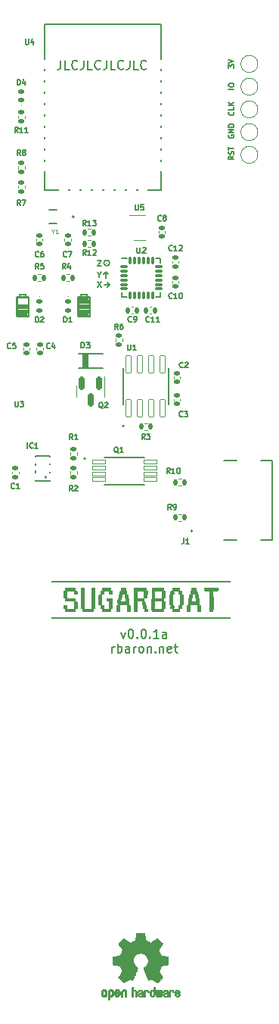
<source format=gto>
G04 #@! TF.GenerationSoftware,KiCad,Pcbnew,(6.0.0-0)*
G04 #@! TF.CreationDate,2022-01-04T22:04:23+01:00*
G04 #@! TF.ProjectId,floaty,666c6f61-7479-42e6-9b69-6361645f7063,0.0.1a*
G04 #@! TF.SameCoordinates,Original*
G04 #@! TF.FileFunction,Legend,Top*
G04 #@! TF.FilePolarity,Positive*
%FSLAX46Y46*%
G04 Gerber Fmt 4.6, Leading zero omitted, Abs format (unit mm)*
G04 Created by KiCad (PCBNEW (6.0.0-0)) date 2022-01-04 22:04:23*
%MOMM*%
%LPD*%
G01*
G04 APERTURE LIST*
G04 Aperture macros list*
%AMRoundRect*
0 Rectangle with rounded corners*
0 $1 Rounding radius*
0 $2 $3 $4 $5 $6 $7 $8 $9 X,Y pos of 4 corners*
0 Add a 4 corners polygon primitive as box body*
4,1,4,$2,$3,$4,$5,$6,$7,$8,$9,$2,$3,0*
0 Add four circle primitives for the rounded corners*
1,1,$1+$1,$2,$3*
1,1,$1+$1,$4,$5*
1,1,$1+$1,$6,$7*
1,1,$1+$1,$8,$9*
0 Add four rect primitives between the rounded corners*
20,1,$1+$1,$2,$3,$4,$5,0*
20,1,$1+$1,$4,$5,$6,$7,0*
20,1,$1+$1,$6,$7,$8,$9,0*
20,1,$1+$1,$8,$9,$2,$3,0*%
%AMFreePoly0*
4,1,6,0.500000,-0.850000,-0.500000,-0.850000,-0.500000,0.550000,-0.200000,0.850000,0.500000,0.850000,0.500000,-0.850000,0.500000,-0.850000,$1*%
G04 Aperture macros list end*
%ADD10C,0.150000*%
%ADD11C,0.120198*%
%ADD12C,0.127000*%
%ADD13C,0.200000*%
%ADD14C,0.152400*%
%ADD15C,0.010000*%
%ADD16C,0.120000*%
%ADD17C,0.100000*%
%ADD18R,1.000000X1.800000*%
%ADD19RoundRect,0.042000X0.258000X-0.943000X0.258000X0.943000X-0.258000X0.943000X-0.258000X-0.943000X0*%
%ADD20R,3.302000X2.413000*%
%ADD21RoundRect,0.020000X-0.760000X-0.180000X0.760000X-0.180000X0.760000X0.180000X-0.760000X0.180000X0*%
%ADD22C,0.700000*%
%ADD23R,1.450000X0.600000*%
%ADD24R,1.450000X0.300000*%
%ADD25O,2.100000X1.050000*%
%ADD26R,1.200000X0.550000*%
%ADD27R,0.914400X1.219200*%
%ADD28C,3.800000*%
%ADD29RoundRect,0.140000X0.140000X0.170000X-0.140000X0.170000X-0.140000X-0.170000X0.140000X-0.170000X0*%
%ADD30RoundRect,0.140000X0.170000X-0.140000X0.170000X0.140000X-0.170000X0.140000X-0.170000X-0.140000X0*%
%ADD31RoundRect,0.147500X-0.172500X0.147500X-0.172500X-0.147500X0.172500X-0.147500X0.172500X0.147500X0*%
%ADD32RoundRect,0.135000X0.185000X-0.135000X0.185000X0.135000X-0.185000X0.135000X-0.185000X-0.135000X0*%
%ADD33C,1.500000*%
%ADD34RoundRect,0.135000X-0.185000X0.135000X-0.185000X-0.135000X0.185000X-0.135000X0.185000X0.135000X0*%
%ADD35RoundRect,0.140000X-0.170000X0.140000X-0.170000X-0.140000X0.170000X-0.140000X0.170000X0.140000X0*%
%ADD36RoundRect,0.150000X-0.150000X0.587500X-0.150000X-0.587500X0.150000X-0.587500X0.150000X0.587500X0*%
%ADD37R,0.558800X1.193800*%
%ADD38R,1.828800X0.457200*%
%ADD39RoundRect,0.140000X-0.140000X-0.170000X0.140000X-0.170000X0.140000X0.170000X-0.140000X0.170000X0*%
%ADD40R,2.000000X1.000000*%
%ADD41R,1.000000X2.000000*%
%ADD42RoundRect,0.135000X0.135000X0.185000X-0.135000X0.185000X-0.135000X-0.185000X0.135000X-0.185000X0*%
%ADD43RoundRect,0.135000X-0.135000X-0.185000X0.135000X-0.185000X0.135000X0.185000X-0.135000X0.185000X0*%
%ADD44RoundRect,0.075000X-0.350000X-0.075000X0.350000X-0.075000X0.350000X0.075000X-0.350000X0.075000X0*%
%ADD45RoundRect,0.075000X0.075000X-0.350000X0.075000X0.350000X-0.075000X0.350000X-0.075000X-0.350000X0*%
%ADD46RoundRect,0.147500X0.172500X-0.147500X0.172500X0.147500X-0.172500X0.147500X-0.172500X-0.147500X0*%
%ADD47FreePoly0,0.000000*%
%ADD48R,0.550000X0.250000*%
G04 APERTURE END LIST*
D10*
X103991352Y-62063380D02*
X103991352Y-62777666D01*
X103943733Y-62920523D01*
X103848495Y-63015761D01*
X103705638Y-63063380D01*
X103610400Y-63063380D01*
X104943733Y-63063380D02*
X104467542Y-63063380D01*
X104467542Y-62063380D01*
X105848495Y-62968142D02*
X105800876Y-63015761D01*
X105658019Y-63063380D01*
X105562780Y-63063380D01*
X105419923Y-63015761D01*
X105324685Y-62920523D01*
X105277066Y-62825285D01*
X105229447Y-62634809D01*
X105229447Y-62491952D01*
X105277066Y-62301476D01*
X105324685Y-62206238D01*
X105419923Y-62111000D01*
X105562780Y-62063380D01*
X105658019Y-62063380D01*
X105800876Y-62111000D01*
X105848495Y-62158619D01*
X106562780Y-62063380D02*
X106562780Y-62777666D01*
X106515161Y-62920523D01*
X106419923Y-63015761D01*
X106277066Y-63063380D01*
X106181828Y-63063380D01*
X107515161Y-63063380D02*
X107038971Y-63063380D01*
X107038971Y-62063380D01*
X108419923Y-62968142D02*
X108372304Y-63015761D01*
X108229447Y-63063380D01*
X108134209Y-63063380D01*
X107991352Y-63015761D01*
X107896114Y-62920523D01*
X107848495Y-62825285D01*
X107800876Y-62634809D01*
X107800876Y-62491952D01*
X107848495Y-62301476D01*
X107896114Y-62206238D01*
X107991352Y-62111000D01*
X108134209Y-62063380D01*
X108229447Y-62063380D01*
X108372304Y-62111000D01*
X108419923Y-62158619D01*
X109134209Y-62063380D02*
X109134209Y-62777666D01*
X109086590Y-62920523D01*
X108991352Y-63015761D01*
X108848495Y-63063380D01*
X108753257Y-63063380D01*
X110086590Y-63063380D02*
X109610400Y-63063380D01*
X109610400Y-62063380D01*
X110991352Y-62968142D02*
X110943733Y-63015761D01*
X110800876Y-63063380D01*
X110705638Y-63063380D01*
X110562780Y-63015761D01*
X110467542Y-62920523D01*
X110419923Y-62825285D01*
X110372304Y-62634809D01*
X110372304Y-62491952D01*
X110419923Y-62301476D01*
X110467542Y-62206238D01*
X110562780Y-62111000D01*
X110705638Y-62063380D01*
X110800876Y-62063380D01*
X110943733Y-62111000D01*
X110991352Y-62158619D01*
X111705638Y-62063380D02*
X111705638Y-62777666D01*
X111658019Y-62920523D01*
X111562780Y-63015761D01*
X111419923Y-63063380D01*
X111324685Y-63063380D01*
X112658019Y-63063380D02*
X112181828Y-63063380D01*
X112181828Y-62063380D01*
X113562780Y-62968142D02*
X113515161Y-63015761D01*
X113372304Y-63063380D01*
X113277066Y-63063380D01*
X113134209Y-63015761D01*
X113038971Y-62920523D01*
X112991352Y-62825285D01*
X112943733Y-62634809D01*
X112943733Y-62491952D01*
X112991352Y-62301476D01*
X113038971Y-62206238D01*
X113134209Y-62111000D01*
X113277066Y-62063380D01*
X113372304Y-62063380D01*
X113515161Y-62111000D01*
X113562780Y-62158619D01*
X109131101Y-84709000D02*
G75*
G03*
X109131101Y-84709000I-1J0D01*
G01*
X109452387Y-84709000D02*
G75*
G03*
X109452387Y-84709000I-321287J0D01*
G01*
X108092900Y-84431228D02*
X108492900Y-84431228D01*
X108092900Y-85031228D01*
X108492900Y-85031228D01*
X109054900Y-85712300D02*
X109308900Y-85966300D01*
X108800900Y-85966300D02*
X109054900Y-85712300D01*
X109054900Y-85712300D02*
X109054900Y-86347300D01*
X109308900Y-85966300D02*
X109054900Y-85712300D01*
X108292900Y-86015514D02*
X108292900Y-86301228D01*
X108092900Y-85701228D02*
X108292900Y-86015514D01*
X108492900Y-85701228D01*
X108092900Y-86844228D02*
X108492900Y-87444228D01*
X108492900Y-86844228D02*
X108092900Y-87444228D01*
X109499400Y-87172800D02*
X108864400Y-87172800D01*
X109245400Y-87426800D02*
X109499400Y-87172800D01*
X109499400Y-87172800D02*
X109245400Y-87426800D01*
X109245400Y-86918800D02*
X109499400Y-87172800D01*
X110739561Y-125980714D02*
X110977657Y-126647380D01*
X111215752Y-125980714D01*
X111787180Y-125647380D02*
X111882419Y-125647380D01*
X111977657Y-125695000D01*
X112025276Y-125742619D01*
X112072895Y-125837857D01*
X112120514Y-126028333D01*
X112120514Y-126266428D01*
X112072895Y-126456904D01*
X112025276Y-126552142D01*
X111977657Y-126599761D01*
X111882419Y-126647380D01*
X111787180Y-126647380D01*
X111691942Y-126599761D01*
X111644323Y-126552142D01*
X111596704Y-126456904D01*
X111549085Y-126266428D01*
X111549085Y-126028333D01*
X111596704Y-125837857D01*
X111644323Y-125742619D01*
X111691942Y-125695000D01*
X111787180Y-125647380D01*
X112549085Y-126552142D02*
X112596704Y-126599761D01*
X112549085Y-126647380D01*
X112501466Y-126599761D01*
X112549085Y-126552142D01*
X112549085Y-126647380D01*
X113215752Y-125647380D02*
X113310990Y-125647380D01*
X113406228Y-125695000D01*
X113453847Y-125742619D01*
X113501466Y-125837857D01*
X113549085Y-126028333D01*
X113549085Y-126266428D01*
X113501466Y-126456904D01*
X113453847Y-126552142D01*
X113406228Y-126599761D01*
X113310990Y-126647380D01*
X113215752Y-126647380D01*
X113120514Y-126599761D01*
X113072895Y-126552142D01*
X113025276Y-126456904D01*
X112977657Y-126266428D01*
X112977657Y-126028333D01*
X113025276Y-125837857D01*
X113072895Y-125742619D01*
X113120514Y-125695000D01*
X113215752Y-125647380D01*
X113977657Y-126552142D02*
X114025276Y-126599761D01*
X113977657Y-126647380D01*
X113930038Y-126599761D01*
X113977657Y-126552142D01*
X113977657Y-126647380D01*
X114977657Y-126647380D02*
X114406228Y-126647380D01*
X114691942Y-126647380D02*
X114691942Y-125647380D01*
X114596704Y-125790238D01*
X114501466Y-125885476D01*
X114406228Y-125933095D01*
X115834800Y-126647380D02*
X115834800Y-126123571D01*
X115787180Y-126028333D01*
X115691942Y-125980714D01*
X115501466Y-125980714D01*
X115406228Y-126028333D01*
X115834800Y-126599761D02*
X115739561Y-126647380D01*
X115501466Y-126647380D01*
X115406228Y-126599761D01*
X115358609Y-126504523D01*
X115358609Y-126409285D01*
X115406228Y-126314047D01*
X115501466Y-126266428D01*
X115739561Y-126266428D01*
X115834800Y-126218809D01*
X109739561Y-128257380D02*
X109739561Y-127590714D01*
X109739561Y-127781190D02*
X109787180Y-127685952D01*
X109834800Y-127638333D01*
X109930038Y-127590714D01*
X110025276Y-127590714D01*
X110358609Y-128257380D02*
X110358609Y-127257380D01*
X110358609Y-127638333D02*
X110453847Y-127590714D01*
X110644323Y-127590714D01*
X110739561Y-127638333D01*
X110787180Y-127685952D01*
X110834800Y-127781190D01*
X110834800Y-128066904D01*
X110787180Y-128162142D01*
X110739561Y-128209761D01*
X110644323Y-128257380D01*
X110453847Y-128257380D01*
X110358609Y-128209761D01*
X111691942Y-128257380D02*
X111691942Y-127733571D01*
X111644323Y-127638333D01*
X111549085Y-127590714D01*
X111358609Y-127590714D01*
X111263371Y-127638333D01*
X111691942Y-128209761D02*
X111596704Y-128257380D01*
X111358609Y-128257380D01*
X111263371Y-128209761D01*
X111215752Y-128114523D01*
X111215752Y-128019285D01*
X111263371Y-127924047D01*
X111358609Y-127876428D01*
X111596704Y-127876428D01*
X111691942Y-127828809D01*
X112168133Y-128257380D02*
X112168133Y-127590714D01*
X112168133Y-127781190D02*
X112215752Y-127685952D01*
X112263371Y-127638333D01*
X112358609Y-127590714D01*
X112453847Y-127590714D01*
X112930038Y-128257380D02*
X112834800Y-128209761D01*
X112787180Y-128162142D01*
X112739561Y-128066904D01*
X112739561Y-127781190D01*
X112787180Y-127685952D01*
X112834800Y-127638333D01*
X112930038Y-127590714D01*
X113072895Y-127590714D01*
X113168133Y-127638333D01*
X113215752Y-127685952D01*
X113263371Y-127781190D01*
X113263371Y-128066904D01*
X113215752Y-128162142D01*
X113168133Y-128209761D01*
X113072895Y-128257380D01*
X112930038Y-128257380D01*
X113691942Y-127590714D02*
X113691942Y-128257380D01*
X113691942Y-127685952D02*
X113739561Y-127638333D01*
X113834800Y-127590714D01*
X113977657Y-127590714D01*
X114072895Y-127638333D01*
X114120514Y-127733571D01*
X114120514Y-128257380D01*
X114596704Y-128162142D02*
X114644323Y-128209761D01*
X114596704Y-128257380D01*
X114549085Y-128209761D01*
X114596704Y-128162142D01*
X114596704Y-128257380D01*
X115072895Y-127590714D02*
X115072895Y-128257380D01*
X115072895Y-127685952D02*
X115120514Y-127638333D01*
X115215752Y-127590714D01*
X115358609Y-127590714D01*
X115453847Y-127638333D01*
X115501466Y-127733571D01*
X115501466Y-128257380D01*
X116358609Y-128209761D02*
X116263371Y-128257380D01*
X116072895Y-128257380D01*
X115977657Y-128209761D01*
X115930038Y-128114523D01*
X115930038Y-127733571D01*
X115977657Y-127638333D01*
X116072895Y-127590714D01*
X116263371Y-127590714D01*
X116358609Y-127638333D01*
X116406228Y-127733571D01*
X116406228Y-127828809D01*
X115930038Y-127924047D01*
X116691942Y-127590714D02*
X117072895Y-127590714D01*
X116834800Y-127257380D02*
X116834800Y-128114523D01*
X116882419Y-128209761D01*
X116977657Y-128257380D01*
X117072895Y-128257380D01*
X122771428Y-62917142D02*
X122771428Y-62545714D01*
X123000000Y-62745714D01*
X123000000Y-62660000D01*
X123028571Y-62602857D01*
X123057142Y-62574285D01*
X123114285Y-62545714D01*
X123257142Y-62545714D01*
X123314285Y-62574285D01*
X123342857Y-62602857D01*
X123371428Y-62660000D01*
X123371428Y-62831428D01*
X123342857Y-62888571D01*
X123314285Y-62917142D01*
X122771428Y-62374285D02*
X123371428Y-62174285D01*
X122771428Y-61974285D01*
X123371428Y-65274285D02*
X122771428Y-65274285D01*
X122771428Y-64874285D02*
X122771428Y-64760000D01*
X122800000Y-64702857D01*
X122857142Y-64645714D01*
X122971428Y-64617142D01*
X123171428Y-64617142D01*
X123285714Y-64645714D01*
X123342857Y-64702857D01*
X123371428Y-64760000D01*
X123371428Y-64874285D01*
X123342857Y-64931428D01*
X123285714Y-64988571D01*
X123171428Y-65017142D01*
X122971428Y-65017142D01*
X122857142Y-64988571D01*
X122800000Y-64931428D01*
X122771428Y-64874285D01*
X123314285Y-67817142D02*
X123342857Y-67845714D01*
X123371428Y-67931428D01*
X123371428Y-67988571D01*
X123342857Y-68074285D01*
X123285714Y-68131428D01*
X123228571Y-68160000D01*
X123114285Y-68188571D01*
X123028571Y-68188571D01*
X122914285Y-68160000D01*
X122857142Y-68131428D01*
X122800000Y-68074285D01*
X122771428Y-67988571D01*
X122771428Y-67931428D01*
X122800000Y-67845714D01*
X122828571Y-67817142D01*
X123371428Y-67274285D02*
X123371428Y-67560000D01*
X122771428Y-67560000D01*
X123371428Y-67074285D02*
X122771428Y-67074285D01*
X123371428Y-66731428D02*
X123028571Y-66988571D01*
X122771428Y-66731428D02*
X123114285Y-67074285D01*
X122800000Y-70417142D02*
X122771428Y-70474285D01*
X122771428Y-70560000D01*
X122800000Y-70645714D01*
X122857142Y-70702857D01*
X122914285Y-70731428D01*
X123028571Y-70760000D01*
X123114285Y-70760000D01*
X123228571Y-70731428D01*
X123285714Y-70702857D01*
X123342857Y-70645714D01*
X123371428Y-70560000D01*
X123371428Y-70502857D01*
X123342857Y-70417142D01*
X123314285Y-70388571D01*
X123114285Y-70388571D01*
X123114285Y-70502857D01*
X123371428Y-70131428D02*
X122771428Y-70131428D01*
X123371428Y-69788571D01*
X122771428Y-69788571D01*
X123371428Y-69502857D02*
X122771428Y-69502857D01*
X122771428Y-69360000D01*
X122800000Y-69274285D01*
X122857142Y-69217142D01*
X122914285Y-69188571D01*
X123028571Y-69160000D01*
X123114285Y-69160000D01*
X123228571Y-69188571D01*
X123285714Y-69217142D01*
X123342857Y-69274285D01*
X123371428Y-69360000D01*
X123371428Y-69502857D01*
X123371428Y-72788571D02*
X123085714Y-72988571D01*
X123371428Y-73131428D02*
X122771428Y-73131428D01*
X122771428Y-72902857D01*
X122800000Y-72845714D01*
X122828571Y-72817142D01*
X122885714Y-72788571D01*
X122971428Y-72788571D01*
X123028571Y-72817142D01*
X123057142Y-72845714D01*
X123085714Y-72902857D01*
X123085714Y-73131428D01*
X123342857Y-72560000D02*
X123371428Y-72474285D01*
X123371428Y-72331428D01*
X123342857Y-72274285D01*
X123314285Y-72245714D01*
X123257142Y-72217142D01*
X123200000Y-72217142D01*
X123142857Y-72245714D01*
X123114285Y-72274285D01*
X123085714Y-72331428D01*
X123057142Y-72445714D01*
X123028571Y-72502857D01*
X123000000Y-72531428D01*
X122942857Y-72560000D01*
X122885714Y-72560000D01*
X122828571Y-72531428D01*
X122800000Y-72502857D01*
X122771428Y-72445714D01*
X122771428Y-72302857D01*
X122800000Y-72217142D01*
X122771428Y-72045714D02*
X122771428Y-71702857D01*
X123371428Y-71874285D02*
X122771428Y-71874285D01*
D11*
X103118545Y-81203854D02*
X103118545Y-81432802D01*
X102958282Y-80952012D02*
X103118545Y-81203854D01*
X103278808Y-80952012D01*
X103690914Y-81432802D02*
X103416177Y-81432802D01*
X103553545Y-81432802D02*
X103553545Y-80952012D01*
X103507756Y-81020696D01*
X103461966Y-81066486D01*
X103416177Y-81089380D01*
D10*
X111455257Y-93854628D02*
X111455257Y-94340342D01*
X111483828Y-94397485D01*
X111512400Y-94426057D01*
X111569542Y-94454628D01*
X111683828Y-94454628D01*
X111740971Y-94426057D01*
X111769542Y-94397485D01*
X111798114Y-94340342D01*
X111798114Y-93854628D01*
X112398114Y-94454628D02*
X112055257Y-94454628D01*
X112226685Y-94454628D02*
X112226685Y-93854628D01*
X112169542Y-93940342D01*
X112112400Y-93997485D01*
X112055257Y-94026057D01*
X110432857Y-105951571D02*
X110375714Y-105923000D01*
X110318571Y-105865857D01*
X110232857Y-105780142D01*
X110175714Y-105751571D01*
X110118571Y-105751571D01*
X110147142Y-105894428D02*
X110090000Y-105865857D01*
X110032857Y-105808714D01*
X110004285Y-105694428D01*
X110004285Y-105494428D01*
X110032857Y-105380142D01*
X110090000Y-105323000D01*
X110147142Y-105294428D01*
X110261428Y-105294428D01*
X110318571Y-105323000D01*
X110375714Y-105380142D01*
X110404285Y-105494428D01*
X110404285Y-105694428D01*
X110375714Y-105808714D01*
X110318571Y-105865857D01*
X110261428Y-105894428D01*
X110147142Y-105894428D01*
X110975714Y-105894428D02*
X110632857Y-105894428D01*
X110804285Y-105894428D02*
X110804285Y-105294428D01*
X110747142Y-105380142D01*
X110690000Y-105437285D01*
X110632857Y-105465857D01*
X117783000Y-115470028D02*
X117783000Y-115898600D01*
X117754428Y-115984314D01*
X117697285Y-116041457D01*
X117611571Y-116070028D01*
X117554428Y-116070028D01*
X118383000Y-116070028D02*
X118040142Y-116070028D01*
X118211571Y-116070028D02*
X118211571Y-115470028D01*
X118154428Y-115555742D01*
X118097285Y-115612885D01*
X118040142Y-115641457D01*
X100252285Y-105402028D02*
X100252285Y-104802028D01*
X100880857Y-105344885D02*
X100852285Y-105373457D01*
X100766571Y-105402028D01*
X100709428Y-105402028D01*
X100623714Y-105373457D01*
X100566571Y-105316314D01*
X100538000Y-105259171D01*
X100509428Y-105144885D01*
X100509428Y-105059171D01*
X100538000Y-104944885D01*
X100566571Y-104887742D01*
X100623714Y-104830600D01*
X100709428Y-104802028D01*
X100766571Y-104802028D01*
X100852285Y-104830600D01*
X100880857Y-104859171D01*
X101452285Y-105402028D02*
X101109428Y-105402028D01*
X101280857Y-105402028D02*
X101280857Y-104802028D01*
X101223714Y-104887742D01*
X101166571Y-104944885D01*
X101109428Y-104973457D01*
X106274509Y-94205470D02*
X106274509Y-93565400D01*
X106426907Y-93565400D01*
X106518345Y-93595880D01*
X106579304Y-93656839D01*
X106609784Y-93717798D01*
X106640263Y-93839716D01*
X106640263Y-93931154D01*
X106609784Y-94053072D01*
X106579304Y-94114031D01*
X106518345Y-94174990D01*
X106426907Y-94205470D01*
X106274509Y-94205470D01*
X106853620Y-93565400D02*
X107249854Y-93565400D01*
X107036497Y-93809236D01*
X107127936Y-93809236D01*
X107188895Y-93839716D01*
X107219374Y-93870195D01*
X107249854Y-93931154D01*
X107249854Y-94083552D01*
X107219374Y-94144511D01*
X107188895Y-94174990D01*
X107127936Y-94205470D01*
X106945058Y-94205470D01*
X106884099Y-94174990D01*
X106853620Y-94144511D01*
X111900000Y-91230285D02*
X111871428Y-91258857D01*
X111785714Y-91287428D01*
X111728571Y-91287428D01*
X111642857Y-91258857D01*
X111585714Y-91201714D01*
X111557142Y-91144571D01*
X111528571Y-91030285D01*
X111528571Y-90944571D01*
X111557142Y-90830285D01*
X111585714Y-90773142D01*
X111642857Y-90716000D01*
X111728571Y-90687428D01*
X111785714Y-90687428D01*
X111871428Y-90716000D01*
X111900000Y-90744571D01*
X112185714Y-91287428D02*
X112300000Y-91287428D01*
X112357142Y-91258857D01*
X112385714Y-91230285D01*
X112442857Y-91144571D01*
X112471428Y-91030285D01*
X112471428Y-90801714D01*
X112442857Y-90744571D01*
X112414285Y-90716000D01*
X112357142Y-90687428D01*
X112242857Y-90687428D01*
X112185714Y-90716000D01*
X112157142Y-90744571D01*
X112128571Y-90801714D01*
X112128571Y-90944571D01*
X112157142Y-91001714D01*
X112185714Y-91030285D01*
X112242857Y-91058857D01*
X112357142Y-91058857D01*
X112414285Y-91030285D01*
X112442857Y-91001714D01*
X112471428Y-90944571D01*
X104625000Y-83964285D02*
X104596428Y-83992857D01*
X104510714Y-84021428D01*
X104453571Y-84021428D01*
X104367857Y-83992857D01*
X104310714Y-83935714D01*
X104282142Y-83878571D01*
X104253571Y-83764285D01*
X104253571Y-83678571D01*
X104282142Y-83564285D01*
X104310714Y-83507142D01*
X104367857Y-83450000D01*
X104453571Y-83421428D01*
X104510714Y-83421428D01*
X104596428Y-83450000D01*
X104625000Y-83478571D01*
X104825000Y-83421428D02*
X105225000Y-83421428D01*
X104967857Y-84021428D01*
X104332142Y-91321428D02*
X104332142Y-90721428D01*
X104475000Y-90721428D01*
X104560714Y-90750000D01*
X104617857Y-90807142D01*
X104646428Y-90864285D01*
X104675000Y-90978571D01*
X104675000Y-91064285D01*
X104646428Y-91178571D01*
X104617857Y-91235714D01*
X104560714Y-91292857D01*
X104475000Y-91321428D01*
X104332142Y-91321428D01*
X105246428Y-91321428D02*
X104903571Y-91321428D01*
X105075000Y-91321428D02*
X105075000Y-90721428D01*
X105017857Y-90807142D01*
X104960714Y-90864285D01*
X104903571Y-90892857D01*
X110390000Y-92116428D02*
X110190000Y-91830714D01*
X110047142Y-92116428D02*
X110047142Y-91516428D01*
X110275714Y-91516428D01*
X110332857Y-91545000D01*
X110361428Y-91573571D01*
X110390000Y-91630714D01*
X110390000Y-91716428D01*
X110361428Y-91773571D01*
X110332857Y-91802142D01*
X110275714Y-91830714D01*
X110047142Y-91830714D01*
X110904285Y-91516428D02*
X110790000Y-91516428D01*
X110732857Y-91545000D01*
X110704285Y-91573571D01*
X110647142Y-91659285D01*
X110618571Y-91773571D01*
X110618571Y-92002142D01*
X110647142Y-92059285D01*
X110675714Y-92087857D01*
X110732857Y-92116428D01*
X110847142Y-92116428D01*
X110904285Y-92087857D01*
X110932857Y-92059285D01*
X110961428Y-92002142D01*
X110961428Y-91859285D01*
X110932857Y-91802142D01*
X110904285Y-91773571D01*
X110847142Y-91745000D01*
X110732857Y-91745000D01*
X110675714Y-91773571D01*
X110647142Y-91802142D01*
X110618571Y-91859285D01*
X105310000Y-104411428D02*
X105110000Y-104125714D01*
X104967142Y-104411428D02*
X104967142Y-103811428D01*
X105195714Y-103811428D01*
X105252857Y-103840000D01*
X105281428Y-103868571D01*
X105310000Y-103925714D01*
X105310000Y-104011428D01*
X105281428Y-104068571D01*
X105252857Y-104097142D01*
X105195714Y-104125714D01*
X104967142Y-104125714D01*
X105881428Y-104411428D02*
X105538571Y-104411428D01*
X105710000Y-104411428D02*
X105710000Y-103811428D01*
X105652857Y-103897142D01*
X105595714Y-103954285D01*
X105538571Y-103982857D01*
X102770000Y-94194285D02*
X102741428Y-94222857D01*
X102655714Y-94251428D01*
X102598571Y-94251428D01*
X102512857Y-94222857D01*
X102455714Y-94165714D01*
X102427142Y-94108571D01*
X102398571Y-93994285D01*
X102398571Y-93908571D01*
X102427142Y-93794285D01*
X102455714Y-93737142D01*
X102512857Y-93680000D01*
X102598571Y-93651428D01*
X102655714Y-93651428D01*
X102741428Y-93680000D01*
X102770000Y-93708571D01*
X103284285Y-93851428D02*
X103284285Y-94251428D01*
X103141428Y-93622857D02*
X102998571Y-94051428D01*
X103370000Y-94051428D01*
X108707857Y-100951071D02*
X108650714Y-100922500D01*
X108593571Y-100865357D01*
X108507857Y-100779642D01*
X108450714Y-100751071D01*
X108393571Y-100751071D01*
X108422142Y-100893928D02*
X108365000Y-100865357D01*
X108307857Y-100808214D01*
X108279285Y-100693928D01*
X108279285Y-100493928D01*
X108307857Y-100379642D01*
X108365000Y-100322500D01*
X108422142Y-100293928D01*
X108536428Y-100293928D01*
X108593571Y-100322500D01*
X108650714Y-100379642D01*
X108679285Y-100493928D01*
X108679285Y-100693928D01*
X108650714Y-100808214D01*
X108593571Y-100865357D01*
X108536428Y-100893928D01*
X108422142Y-100893928D01*
X108907857Y-100351071D02*
X108936428Y-100322500D01*
X108993571Y-100293928D01*
X109136428Y-100293928D01*
X109193571Y-100322500D01*
X109222142Y-100351071D01*
X109250714Y-100408214D01*
X109250714Y-100465357D01*
X109222142Y-100551071D01*
X108879285Y-100893928D01*
X109250714Y-100893928D01*
X99468000Y-72661428D02*
X99268000Y-72375714D01*
X99125142Y-72661428D02*
X99125142Y-72061428D01*
X99353714Y-72061428D01*
X99410857Y-72090000D01*
X99439428Y-72118571D01*
X99468000Y-72175714D01*
X99468000Y-72261428D01*
X99439428Y-72318571D01*
X99410857Y-72347142D01*
X99353714Y-72375714D01*
X99125142Y-72375714D01*
X99810857Y-72318571D02*
X99753714Y-72290000D01*
X99725142Y-72261428D01*
X99696571Y-72204285D01*
X99696571Y-72175714D01*
X99725142Y-72118571D01*
X99753714Y-72090000D01*
X99810857Y-72061428D01*
X99925142Y-72061428D01*
X99982285Y-72090000D01*
X100010857Y-72118571D01*
X100039428Y-72175714D01*
X100039428Y-72204285D01*
X100010857Y-72261428D01*
X99982285Y-72290000D01*
X99925142Y-72318571D01*
X99810857Y-72318571D01*
X99753714Y-72347142D01*
X99725142Y-72375714D01*
X99696571Y-72432857D01*
X99696571Y-72547142D01*
X99725142Y-72604285D01*
X99753714Y-72632857D01*
X99810857Y-72661428D01*
X99925142Y-72661428D01*
X99982285Y-72632857D01*
X100010857Y-72604285D01*
X100039428Y-72547142D01*
X100039428Y-72432857D01*
X100010857Y-72375714D01*
X99982285Y-72347142D01*
X99925142Y-72318571D01*
X101157142Y-91321428D02*
X101157142Y-90721428D01*
X101300000Y-90721428D01*
X101385714Y-90750000D01*
X101442857Y-90807142D01*
X101471428Y-90864285D01*
X101500000Y-90978571D01*
X101500000Y-91064285D01*
X101471428Y-91178571D01*
X101442857Y-91235714D01*
X101385714Y-91292857D01*
X101300000Y-91321428D01*
X101157142Y-91321428D01*
X101728571Y-90778571D02*
X101757142Y-90750000D01*
X101814285Y-90721428D01*
X101957142Y-90721428D01*
X102014285Y-90750000D01*
X102042857Y-90778571D01*
X102071428Y-90835714D01*
X102071428Y-90892857D01*
X102042857Y-90978571D01*
X101700000Y-91321428D01*
X102071428Y-91321428D01*
X98800103Y-109878796D02*
X98771531Y-109907368D01*
X98685817Y-109935939D01*
X98628674Y-109935939D01*
X98542960Y-109907368D01*
X98485817Y-109850225D01*
X98457245Y-109793082D01*
X98428674Y-109678796D01*
X98428674Y-109593082D01*
X98457245Y-109478796D01*
X98485817Y-109421653D01*
X98542960Y-109364511D01*
X98628674Y-109335939D01*
X98685817Y-109335939D01*
X98771531Y-109364511D01*
X98800103Y-109393082D01*
X99371531Y-109935939D02*
X99028674Y-109935939D01*
X99200103Y-109935939D02*
X99200103Y-109335939D01*
X99142960Y-109421653D01*
X99085817Y-109478796D01*
X99028674Y-109507368D01*
X98872857Y-100168928D02*
X98872857Y-100654642D01*
X98901428Y-100711785D01*
X98930000Y-100740357D01*
X98987142Y-100768928D01*
X99101428Y-100768928D01*
X99158571Y-100740357D01*
X99187142Y-100711785D01*
X99215714Y-100654642D01*
X99215714Y-100168928D01*
X99444285Y-100168928D02*
X99815714Y-100168928D01*
X99615714Y-100397500D01*
X99701428Y-100397500D01*
X99758571Y-100426071D01*
X99787142Y-100454642D01*
X99815714Y-100511785D01*
X99815714Y-100654642D01*
X99787142Y-100711785D01*
X99758571Y-100740357D01*
X99701428Y-100768928D01*
X99530000Y-100768928D01*
X99472857Y-100740357D01*
X99444285Y-100711785D01*
X113900285Y-91230285D02*
X113871714Y-91258857D01*
X113786000Y-91287428D01*
X113728857Y-91287428D01*
X113643142Y-91258857D01*
X113586000Y-91201714D01*
X113557428Y-91144571D01*
X113528857Y-91030285D01*
X113528857Y-90944571D01*
X113557428Y-90830285D01*
X113586000Y-90773142D01*
X113643142Y-90716000D01*
X113728857Y-90687428D01*
X113786000Y-90687428D01*
X113871714Y-90716000D01*
X113900285Y-90744571D01*
X114471714Y-91287428D02*
X114128857Y-91287428D01*
X114300285Y-91287428D02*
X114300285Y-90687428D01*
X114243142Y-90773142D01*
X114186000Y-90830285D01*
X114128857Y-90858857D01*
X115043142Y-91287428D02*
X114700285Y-91287428D01*
X114871714Y-91287428D02*
X114871714Y-90687428D01*
X114814571Y-90773142D01*
X114757428Y-90830285D01*
X114700285Y-90858857D01*
X100042857Y-59671428D02*
X100042857Y-60157142D01*
X100071428Y-60214285D01*
X100100000Y-60242857D01*
X100157142Y-60271428D01*
X100271428Y-60271428D01*
X100328571Y-60242857D01*
X100357142Y-60214285D01*
X100385714Y-60157142D01*
X100385714Y-59671428D01*
X100928571Y-59871428D02*
X100928571Y-60271428D01*
X100785714Y-59642857D02*
X100642857Y-60071428D01*
X101014285Y-60071428D01*
X99182285Y-70121428D02*
X98982285Y-69835714D01*
X98839428Y-70121428D02*
X98839428Y-69521428D01*
X99068000Y-69521428D01*
X99125142Y-69550000D01*
X99153714Y-69578571D01*
X99182285Y-69635714D01*
X99182285Y-69721428D01*
X99153714Y-69778571D01*
X99125142Y-69807142D01*
X99068000Y-69835714D01*
X98839428Y-69835714D01*
X99753714Y-70121428D02*
X99410857Y-70121428D01*
X99582285Y-70121428D02*
X99582285Y-69521428D01*
X99525142Y-69607142D01*
X99468000Y-69664285D01*
X99410857Y-69692857D01*
X100325142Y-70121428D02*
X99982285Y-70121428D01*
X100153714Y-70121428D02*
X100153714Y-69521428D01*
X100096571Y-69607142D01*
X100039428Y-69664285D01*
X99982285Y-69692857D01*
X117654400Y-96353285D02*
X117625828Y-96381857D01*
X117540114Y-96410428D01*
X117482971Y-96410428D01*
X117397257Y-96381857D01*
X117340114Y-96324714D01*
X117311542Y-96267571D01*
X117282971Y-96153285D01*
X117282971Y-96067571D01*
X117311542Y-95953285D01*
X117340114Y-95896142D01*
X117397257Y-95839000D01*
X117482971Y-95810428D01*
X117540114Y-95810428D01*
X117625828Y-95839000D01*
X117654400Y-95867571D01*
X117882971Y-95867571D02*
X117911542Y-95839000D01*
X117968685Y-95810428D01*
X118111542Y-95810428D01*
X118168685Y-95839000D01*
X118197257Y-95867571D01*
X118225828Y-95924714D01*
X118225828Y-95981857D01*
X118197257Y-96067571D01*
X117854400Y-96410428D01*
X118225828Y-96410428D01*
X116200285Y-108221428D02*
X116000285Y-107935714D01*
X115857428Y-108221428D02*
X115857428Y-107621428D01*
X116086000Y-107621428D01*
X116143142Y-107650000D01*
X116171714Y-107678571D01*
X116200285Y-107735714D01*
X116200285Y-107821428D01*
X116171714Y-107878571D01*
X116143142Y-107907142D01*
X116086000Y-107935714D01*
X115857428Y-107935714D01*
X116771714Y-108221428D02*
X116428857Y-108221428D01*
X116600285Y-108221428D02*
X116600285Y-107621428D01*
X116543142Y-107707142D01*
X116486000Y-107764285D01*
X116428857Y-107792857D01*
X117143142Y-107621428D02*
X117200285Y-107621428D01*
X117257428Y-107650000D01*
X117286000Y-107678571D01*
X117314571Y-107735714D01*
X117343142Y-107850000D01*
X117343142Y-107992857D01*
X117314571Y-108107142D01*
X117286000Y-108164285D01*
X117257428Y-108192857D01*
X117200285Y-108221428D01*
X117143142Y-108221428D01*
X117086000Y-108192857D01*
X117057428Y-108164285D01*
X117028857Y-108107142D01*
X117000285Y-107992857D01*
X117000285Y-107850000D01*
X117028857Y-107735714D01*
X117057428Y-107678571D01*
X117086000Y-107650000D01*
X117143142Y-107621428D01*
X106804285Y-80535428D02*
X106604285Y-80249714D01*
X106461428Y-80535428D02*
X106461428Y-79935428D01*
X106690000Y-79935428D01*
X106747142Y-79964000D01*
X106775714Y-79992571D01*
X106804285Y-80049714D01*
X106804285Y-80135428D01*
X106775714Y-80192571D01*
X106747142Y-80221142D01*
X106690000Y-80249714D01*
X106461428Y-80249714D01*
X107375714Y-80535428D02*
X107032857Y-80535428D01*
X107204285Y-80535428D02*
X107204285Y-79935428D01*
X107147142Y-80021142D01*
X107090000Y-80078285D01*
X107032857Y-80106857D01*
X107575714Y-79935428D02*
X107947142Y-79935428D01*
X107747142Y-80164000D01*
X107832857Y-80164000D01*
X107890000Y-80192571D01*
X107918571Y-80221142D01*
X107947142Y-80278285D01*
X107947142Y-80421142D01*
X107918571Y-80478285D01*
X107890000Y-80506857D01*
X107832857Y-80535428D01*
X107661428Y-80535428D01*
X107604285Y-80506857D01*
X107575714Y-80478285D01*
X112542857Y-82983428D02*
X112542857Y-83469142D01*
X112571428Y-83526285D01*
X112600000Y-83554857D01*
X112657142Y-83583428D01*
X112771428Y-83583428D01*
X112828571Y-83554857D01*
X112857142Y-83526285D01*
X112885714Y-83469142D01*
X112885714Y-82983428D01*
X113142857Y-83040571D02*
X113171428Y-83012000D01*
X113228571Y-82983428D01*
X113371428Y-82983428D01*
X113428571Y-83012000D01*
X113457142Y-83040571D01*
X113485714Y-83097714D01*
X113485714Y-83154857D01*
X113457142Y-83240571D01*
X113114285Y-83583428D01*
X113485714Y-83583428D01*
X105310000Y-110175939D02*
X105110000Y-109890225D01*
X104967142Y-110175939D02*
X104967142Y-109575939D01*
X105195714Y-109575939D01*
X105252857Y-109604511D01*
X105281428Y-109633082D01*
X105310000Y-109690225D01*
X105310000Y-109775939D01*
X105281428Y-109833082D01*
X105252857Y-109861653D01*
X105195714Y-109890225D01*
X104967142Y-109890225D01*
X105538571Y-109633082D02*
X105567142Y-109604511D01*
X105624285Y-109575939D01*
X105767142Y-109575939D01*
X105824285Y-109604511D01*
X105852857Y-109633082D01*
X105881428Y-109690225D01*
X105881428Y-109747368D01*
X105852857Y-109833082D01*
X105510000Y-110175939D01*
X105881428Y-110175939D01*
X98373214Y-94194285D02*
X98344642Y-94222857D01*
X98258928Y-94251428D01*
X98201785Y-94251428D01*
X98116071Y-94222857D01*
X98058928Y-94165714D01*
X98030357Y-94108571D01*
X98001785Y-93994285D01*
X98001785Y-93908571D01*
X98030357Y-93794285D01*
X98058928Y-93737142D01*
X98116071Y-93680000D01*
X98201785Y-93651428D01*
X98258928Y-93651428D01*
X98344642Y-93680000D01*
X98373214Y-93708571D01*
X98916071Y-93651428D02*
X98630357Y-93651428D01*
X98601785Y-93937142D01*
X98630357Y-93908571D01*
X98687500Y-93880000D01*
X98830357Y-93880000D01*
X98887500Y-93908571D01*
X98916071Y-93937142D01*
X98944642Y-93994285D01*
X98944642Y-94137142D01*
X98916071Y-94194285D01*
X98887500Y-94222857D01*
X98830357Y-94251428D01*
X98687500Y-94251428D01*
X98630357Y-94222857D01*
X98601785Y-94194285D01*
X106804285Y-83837428D02*
X106604285Y-83551714D01*
X106461428Y-83837428D02*
X106461428Y-83237428D01*
X106690000Y-83237428D01*
X106747142Y-83266000D01*
X106775714Y-83294571D01*
X106804285Y-83351714D01*
X106804285Y-83437428D01*
X106775714Y-83494571D01*
X106747142Y-83523142D01*
X106690000Y-83551714D01*
X106461428Y-83551714D01*
X107375714Y-83837428D02*
X107032857Y-83837428D01*
X107204285Y-83837428D02*
X107204285Y-83237428D01*
X107147142Y-83323142D01*
X107090000Y-83380285D01*
X107032857Y-83408857D01*
X107604285Y-83294571D02*
X107632857Y-83266000D01*
X107690000Y-83237428D01*
X107832857Y-83237428D01*
X107890000Y-83266000D01*
X107918571Y-83294571D01*
X107947142Y-83351714D01*
X107947142Y-83408857D01*
X107918571Y-83494571D01*
X107575714Y-83837428D01*
X107947142Y-83837428D01*
X101500000Y-85361428D02*
X101300000Y-85075714D01*
X101157142Y-85361428D02*
X101157142Y-84761428D01*
X101385714Y-84761428D01*
X101442857Y-84790000D01*
X101471428Y-84818571D01*
X101500000Y-84875714D01*
X101500000Y-84961428D01*
X101471428Y-85018571D01*
X101442857Y-85047142D01*
X101385714Y-85075714D01*
X101157142Y-85075714D01*
X102042857Y-84761428D02*
X101757142Y-84761428D01*
X101728571Y-85047142D01*
X101757142Y-85018571D01*
X101814285Y-84990000D01*
X101957142Y-84990000D01*
X102014285Y-85018571D01*
X102042857Y-85047142D01*
X102071428Y-85104285D01*
X102071428Y-85247142D01*
X102042857Y-85304285D01*
X102014285Y-85332857D01*
X101957142Y-85361428D01*
X101814285Y-85361428D01*
X101757142Y-85332857D01*
X101728571Y-85304285D01*
X116359000Y-112285428D02*
X116159000Y-111999714D01*
X116016142Y-112285428D02*
X116016142Y-111685428D01*
X116244714Y-111685428D01*
X116301857Y-111714000D01*
X116330428Y-111742571D01*
X116359000Y-111799714D01*
X116359000Y-111885428D01*
X116330428Y-111942571D01*
X116301857Y-111971142D01*
X116244714Y-111999714D01*
X116016142Y-111999714D01*
X116644714Y-112285428D02*
X116759000Y-112285428D01*
X116816142Y-112256857D01*
X116844714Y-112228285D01*
X116901857Y-112142571D01*
X116930428Y-112028285D01*
X116930428Y-111799714D01*
X116901857Y-111742571D01*
X116873285Y-111714000D01*
X116816142Y-111685428D01*
X116701857Y-111685428D01*
X116644714Y-111714000D01*
X116616142Y-111742571D01*
X116587571Y-111799714D01*
X116587571Y-111942571D01*
X116616142Y-111999714D01*
X116644714Y-112028285D01*
X116701857Y-112056857D01*
X116816142Y-112056857D01*
X116873285Y-112028285D01*
X116901857Y-111999714D01*
X116930428Y-111942571D01*
X101490000Y-83964285D02*
X101461428Y-83992857D01*
X101375714Y-84021428D01*
X101318571Y-84021428D01*
X101232857Y-83992857D01*
X101175714Y-83935714D01*
X101147142Y-83878571D01*
X101118571Y-83764285D01*
X101118571Y-83678571D01*
X101147142Y-83564285D01*
X101175714Y-83507142D01*
X101232857Y-83450000D01*
X101318571Y-83421428D01*
X101375714Y-83421428D01*
X101461428Y-83450000D01*
X101490000Y-83478571D01*
X102004285Y-83421428D02*
X101890000Y-83421428D01*
X101832857Y-83450000D01*
X101804285Y-83478571D01*
X101747142Y-83564285D01*
X101718571Y-83678571D01*
X101718571Y-83907142D01*
X101747142Y-83964285D01*
X101775714Y-83992857D01*
X101832857Y-84021428D01*
X101947142Y-84021428D01*
X102004285Y-83992857D01*
X102032857Y-83964285D01*
X102061428Y-83907142D01*
X102061428Y-83764285D01*
X102032857Y-83707142D01*
X102004285Y-83678571D01*
X101947142Y-83650000D01*
X101832857Y-83650000D01*
X101775714Y-83678571D01*
X101747142Y-83707142D01*
X101718571Y-83764285D01*
X99468000Y-78249428D02*
X99268000Y-77963714D01*
X99125142Y-78249428D02*
X99125142Y-77649428D01*
X99353714Y-77649428D01*
X99410857Y-77678000D01*
X99439428Y-77706571D01*
X99468000Y-77763714D01*
X99468000Y-77849428D01*
X99439428Y-77906571D01*
X99410857Y-77935142D01*
X99353714Y-77963714D01*
X99125142Y-77963714D01*
X99668000Y-77649428D02*
X100068000Y-77649428D01*
X99810857Y-78249428D01*
X113400000Y-104411428D02*
X113200000Y-104125714D01*
X113057142Y-104411428D02*
X113057142Y-103811428D01*
X113285714Y-103811428D01*
X113342857Y-103840000D01*
X113371428Y-103868571D01*
X113400000Y-103925714D01*
X113400000Y-104011428D01*
X113371428Y-104068571D01*
X113342857Y-104097142D01*
X113285714Y-104125714D01*
X113057142Y-104125714D01*
X113600000Y-103811428D02*
X113971428Y-103811428D01*
X113771428Y-104040000D01*
X113857142Y-104040000D01*
X113914285Y-104068571D01*
X113942857Y-104097142D01*
X113971428Y-104154285D01*
X113971428Y-104297142D01*
X113942857Y-104354285D01*
X113914285Y-104382857D01*
X113857142Y-104411428D01*
X113685714Y-104411428D01*
X113628571Y-104382857D01*
X113600000Y-104354285D01*
X116454285Y-83272285D02*
X116425714Y-83300857D01*
X116340000Y-83329428D01*
X116282857Y-83329428D01*
X116197142Y-83300857D01*
X116140000Y-83243714D01*
X116111428Y-83186571D01*
X116082857Y-83072285D01*
X116082857Y-82986571D01*
X116111428Y-82872285D01*
X116140000Y-82815142D01*
X116197142Y-82758000D01*
X116282857Y-82729428D01*
X116340000Y-82729428D01*
X116425714Y-82758000D01*
X116454285Y-82786571D01*
X117025714Y-83329428D02*
X116682857Y-83329428D01*
X116854285Y-83329428D02*
X116854285Y-82729428D01*
X116797142Y-82815142D01*
X116740000Y-82872285D01*
X116682857Y-82900857D01*
X117254285Y-82786571D02*
X117282857Y-82758000D01*
X117340000Y-82729428D01*
X117482857Y-82729428D01*
X117540000Y-82758000D01*
X117568571Y-82786571D01*
X117597142Y-82843714D01*
X117597142Y-82900857D01*
X117568571Y-82986571D01*
X117225714Y-83329428D01*
X117597142Y-83329428D01*
X116454285Y-88606285D02*
X116425714Y-88634857D01*
X116340000Y-88663428D01*
X116282857Y-88663428D01*
X116197142Y-88634857D01*
X116140000Y-88577714D01*
X116111428Y-88520571D01*
X116082857Y-88406285D01*
X116082857Y-88320571D01*
X116111428Y-88206285D01*
X116140000Y-88149142D01*
X116197142Y-88092000D01*
X116282857Y-88063428D01*
X116340000Y-88063428D01*
X116425714Y-88092000D01*
X116454285Y-88120571D01*
X117025714Y-88663428D02*
X116682857Y-88663428D01*
X116854285Y-88663428D02*
X116854285Y-88063428D01*
X116797142Y-88149142D01*
X116740000Y-88206285D01*
X116682857Y-88234857D01*
X117397142Y-88063428D02*
X117454285Y-88063428D01*
X117511428Y-88092000D01*
X117540000Y-88120571D01*
X117568571Y-88177714D01*
X117597142Y-88292000D01*
X117597142Y-88434857D01*
X117568571Y-88549142D01*
X117540000Y-88606285D01*
X117511428Y-88634857D01*
X117454285Y-88663428D01*
X117397142Y-88663428D01*
X117340000Y-88634857D01*
X117311428Y-88606285D01*
X117282857Y-88549142D01*
X117254285Y-88434857D01*
X117254285Y-88292000D01*
X117282857Y-88177714D01*
X117311428Y-88120571D01*
X117340000Y-88092000D01*
X117397142Y-88063428D01*
X99125142Y-64787428D02*
X99125142Y-64187428D01*
X99268000Y-64187428D01*
X99353714Y-64216000D01*
X99410857Y-64273142D01*
X99439428Y-64330285D01*
X99468000Y-64444571D01*
X99468000Y-64530285D01*
X99439428Y-64644571D01*
X99410857Y-64701714D01*
X99353714Y-64758857D01*
X99268000Y-64787428D01*
X99125142Y-64787428D01*
X99982285Y-64387428D02*
X99982285Y-64787428D01*
X99839428Y-64158857D02*
X99696571Y-64587428D01*
X100068000Y-64587428D01*
X117629000Y-101839685D02*
X117600428Y-101868257D01*
X117514714Y-101896828D01*
X117457571Y-101896828D01*
X117371857Y-101868257D01*
X117314714Y-101811114D01*
X117286142Y-101753971D01*
X117257571Y-101639685D01*
X117257571Y-101553971D01*
X117286142Y-101439685D01*
X117314714Y-101382542D01*
X117371857Y-101325400D01*
X117457571Y-101296828D01*
X117514714Y-101296828D01*
X117600428Y-101325400D01*
X117629000Y-101353971D01*
X117829000Y-101296828D02*
X118200428Y-101296828D01*
X118000428Y-101525400D01*
X118086142Y-101525400D01*
X118143285Y-101553971D01*
X118171857Y-101582542D01*
X118200428Y-101639685D01*
X118200428Y-101782542D01*
X118171857Y-101839685D01*
X118143285Y-101868257D01*
X118086142Y-101896828D01*
X117914714Y-101896828D01*
X117857571Y-101868257D01*
X117829000Y-101839685D01*
X104521359Y-85361428D02*
X104321359Y-85075714D01*
X104178501Y-85361428D02*
X104178501Y-84761428D01*
X104407073Y-84761428D01*
X104464216Y-84790000D01*
X104492787Y-84818571D01*
X104521359Y-84875714D01*
X104521359Y-84961428D01*
X104492787Y-85018571D01*
X104464216Y-85047142D01*
X104407073Y-85075714D01*
X104178501Y-85075714D01*
X105035644Y-84961428D02*
X105035644Y-85361428D01*
X104892787Y-84732857D02*
X104749930Y-85161428D01*
X105121359Y-85161428D01*
X115216000Y-79942285D02*
X115187428Y-79970857D01*
X115101714Y-79999428D01*
X115044571Y-79999428D01*
X114958857Y-79970857D01*
X114901714Y-79913714D01*
X114873142Y-79856571D01*
X114844571Y-79742285D01*
X114844571Y-79656571D01*
X114873142Y-79542285D01*
X114901714Y-79485142D01*
X114958857Y-79428000D01*
X115044571Y-79399428D01*
X115101714Y-79399428D01*
X115187428Y-79428000D01*
X115216000Y-79456571D01*
X115558857Y-79656571D02*
X115501714Y-79628000D01*
X115473142Y-79599428D01*
X115444571Y-79542285D01*
X115444571Y-79513714D01*
X115473142Y-79456571D01*
X115501714Y-79428000D01*
X115558857Y-79399428D01*
X115673142Y-79399428D01*
X115730285Y-79428000D01*
X115758857Y-79456571D01*
X115787428Y-79513714D01*
X115787428Y-79542285D01*
X115758857Y-79599428D01*
X115730285Y-79628000D01*
X115673142Y-79656571D01*
X115558857Y-79656571D01*
X115501714Y-79685142D01*
X115473142Y-79713714D01*
X115444571Y-79770857D01*
X115444571Y-79885142D01*
X115473142Y-79942285D01*
X115501714Y-79970857D01*
X115558857Y-79999428D01*
X115673142Y-79999428D01*
X115730285Y-79970857D01*
X115758857Y-79942285D01*
X115787428Y-79885142D01*
X115787428Y-79770857D01*
X115758857Y-79713714D01*
X115730285Y-79685142D01*
X115673142Y-79656571D01*
X112318857Y-78193428D02*
X112318857Y-78679142D01*
X112347428Y-78736285D01*
X112376000Y-78764857D01*
X112433142Y-78793428D01*
X112547428Y-78793428D01*
X112604571Y-78764857D01*
X112633142Y-78736285D01*
X112661714Y-78679142D01*
X112661714Y-78193428D01*
X113233142Y-78193428D02*
X112947428Y-78193428D01*
X112918857Y-78479142D01*
X112947428Y-78450571D01*
X113004571Y-78422000D01*
X113147428Y-78422000D01*
X113204571Y-78450571D01*
X113233142Y-78479142D01*
X113261714Y-78536285D01*
X113261714Y-78679142D01*
X113233142Y-78736285D01*
X113204571Y-78764857D01*
X113147428Y-78793428D01*
X113004571Y-78793428D01*
X112947428Y-78764857D01*
X112918857Y-78736285D01*
G36*
X122982892Y-120442892D02*
G01*
X102975508Y-120442892D01*
X102975508Y-120247508D01*
X122982892Y-120247508D01*
X122982892Y-120442892D01*
G37*
G36*
X121080442Y-120990101D02*
G01*
X121242631Y-120990590D01*
X121372780Y-120991569D01*
X121474409Y-120993177D01*
X121551036Y-120995549D01*
X121606180Y-120998821D01*
X121643359Y-121003130D01*
X121666091Y-121008610D01*
X121677897Y-121015400D01*
X121681494Y-121020875D01*
X121687974Y-121058492D01*
X121691823Y-121121937D01*
X121693040Y-121198049D01*
X121691626Y-121273668D01*
X121687580Y-121335633D01*
X121681494Y-121369371D01*
X121671590Y-121381621D01*
X121648948Y-121390218D01*
X121607732Y-121395767D01*
X121542108Y-121398873D01*
X121446241Y-121400142D01*
X121383532Y-121400276D01*
X121097431Y-121400276D01*
X121101106Y-122509084D01*
X121101609Y-122715928D01*
X121101736Y-122912796D01*
X121101509Y-123095901D01*
X121100948Y-123261459D01*
X121100076Y-123405686D01*
X121098912Y-123524796D01*
X121097478Y-123615005D01*
X121095795Y-123672529D01*
X121094504Y-123691161D01*
X121084227Y-123764431D01*
X120682665Y-123764431D01*
X120673598Y-123681392D01*
X120671957Y-123646639D01*
X120670512Y-123576656D01*
X120669283Y-123475293D01*
X120668289Y-123346396D01*
X120667553Y-123193814D01*
X120667092Y-123021393D01*
X120666929Y-122832983D01*
X120667083Y-122632430D01*
X120667358Y-122499315D01*
X120670186Y-121400277D01*
X120391150Y-121400277D01*
X120280746Y-121399877D01*
X120203034Y-121398141D01*
X120151633Y-121394263D01*
X120120162Y-121387437D01*
X120102238Y-121376857D01*
X120091887Y-121362484D01*
X120081175Y-121321737D01*
X120074488Y-121255741D01*
X120072156Y-121178153D01*
X120074508Y-121102625D01*
X120081871Y-121042813D01*
X120083976Y-121033931D01*
X120095757Y-120989969D01*
X120882696Y-120989969D01*
X121080442Y-120990101D01*
G37*
G36*
X118252069Y-122399944D02*
G01*
X118252822Y-122314578D01*
X118254736Y-122254781D01*
X118258283Y-122216050D01*
X118263933Y-122193883D01*
X118272158Y-122183776D01*
X118283428Y-122181229D01*
X118298215Y-122181738D01*
X118302747Y-122181815D01*
X118324423Y-122180449D01*
X118338605Y-122171654D01*
X118347182Y-122148389D01*
X118352043Y-122103611D01*
X118355078Y-122030278D01*
X118356478Y-121981546D01*
X118362046Y-121781277D01*
X118433791Y-121775304D01*
X118505536Y-121769330D01*
X118494768Y-121664992D01*
X118491020Y-121583620D01*
X118494137Y-121500152D01*
X118497489Y-121470696D01*
X118508550Y-121415070D01*
X118524127Y-121388459D01*
X118550862Y-121380859D01*
X118557216Y-121380738D01*
X118583533Y-121378234D01*
X118595864Y-121364341D01*
X118597420Y-121329486D01*
X118592572Y-121275311D01*
X118588759Y-121193837D01*
X118591753Y-121110382D01*
X118595181Y-121079926D01*
X118608671Y-120989969D01*
X119209157Y-120989969D01*
X119222569Y-121097311D01*
X119227932Y-121178203D01*
X119226184Y-121260410D01*
X119222777Y-121292696D01*
X119216141Y-121346541D01*
X119220433Y-121372253D01*
X119239846Y-121380193D01*
X119258421Y-121380738D01*
X119289240Y-121385460D01*
X119306781Y-121406392D01*
X119318094Y-121453684D01*
X119320716Y-121470424D01*
X119326322Y-121545679D01*
X119324816Y-121631210D01*
X119321882Y-121664628D01*
X119309598Y-121769145D01*
X119456200Y-121781277D01*
X119461768Y-121981546D01*
X119464598Y-122071521D01*
X119468324Y-122129475D01*
X119474836Y-122162449D01*
X119486023Y-122177486D01*
X119503774Y-122181629D01*
X119515499Y-122181815D01*
X119563661Y-122181815D01*
X119563661Y-122963354D01*
X119630494Y-122963354D01*
X119660094Y-122964948D01*
X119682195Y-122973045D01*
X119697891Y-122992616D01*
X119708274Y-123028633D01*
X119714438Y-123086067D01*
X119717476Y-123169890D01*
X119718481Y-123285073D01*
X119718562Y-123363892D01*
X119717868Y-123471400D01*
X119715958Y-123568818D01*
X119713093Y-123647639D01*
X119709534Y-123699356D01*
X119707944Y-123710700D01*
X119697326Y-123764431D01*
X119290123Y-123764431D01*
X119290123Y-122982892D01*
X118528123Y-122982892D01*
X118527176Y-123173392D01*
X118526270Y-123285643D01*
X118524711Y-123413405D01*
X118522796Y-123533125D01*
X118522292Y-123559277D01*
X118518354Y-123754661D01*
X118320427Y-123760204D01*
X118227156Y-123761759D01*
X118166121Y-123759672D01*
X118130590Y-123753191D01*
X118113829Y-123741564D01*
X118111417Y-123736862D01*
X118107502Y-123707318D01*
X118104458Y-123646631D01*
X118102287Y-123562722D01*
X118100992Y-123463510D01*
X118100575Y-123356915D01*
X118101039Y-123250859D01*
X118102387Y-123153260D01*
X118104621Y-123072039D01*
X118107745Y-123015115D01*
X118111165Y-122991580D01*
X118137959Y-122970829D01*
X118187177Y-122963354D01*
X118252358Y-122963354D01*
X118252164Y-122665392D01*
X118252067Y-122572584D01*
X118674661Y-122572584D01*
X119143584Y-122572584D01*
X119143584Y-122377200D01*
X119143170Y-122288477D01*
X119140867Y-122231707D01*
X119135086Y-122199771D01*
X119124240Y-122185544D01*
X119106738Y-122181906D01*
X119099995Y-122181815D01*
X119069634Y-122173940D01*
X119049921Y-122146797D01*
X119039536Y-122095108D01*
X119037159Y-122013594D01*
X119039394Y-121939548D01*
X119045892Y-121790955D01*
X118908197Y-121791000D01*
X118770502Y-121791046D01*
X118778563Y-121917641D01*
X118781559Y-122035187D01*
X118772946Y-122117153D01*
X118752297Y-122165401D01*
X118719181Y-122181795D01*
X118717738Y-122181815D01*
X118698174Y-122183753D01*
X118685656Y-122194313D01*
X118678614Y-122220613D01*
X118675478Y-122269772D01*
X118674680Y-122348909D01*
X118674661Y-122377200D01*
X118674661Y-122572584D01*
X118252067Y-122572584D01*
X118252007Y-122515381D01*
X118252069Y-122399944D01*
G37*
G36*
X116134607Y-122927196D02*
G01*
X116132035Y-122867002D01*
X116129995Y-122780083D01*
X116128488Y-122672612D01*
X116127513Y-122550763D01*
X116127072Y-122420710D01*
X116127163Y-122288626D01*
X116127787Y-122160687D01*
X116128944Y-122043065D01*
X116130633Y-121941935D01*
X116132855Y-121863470D01*
X116135610Y-121813845D01*
X116137713Y-121799909D01*
X116165076Y-121778887D01*
X116217124Y-121771508D01*
X116285637Y-121771508D01*
X116272338Y-121682825D01*
X116267059Y-121608971D01*
X116268967Y-121523839D01*
X116272371Y-121487440D01*
X116285702Y-121380738D01*
X116526190Y-121380738D01*
X116518793Y-121234258D01*
X116516752Y-121155435D01*
X116518354Y-121086159D01*
X116523245Y-121040675D01*
X116523670Y-121038873D01*
X116535944Y-120989969D01*
X117330897Y-120989969D01*
X117343275Y-121095292D01*
X117348244Y-121176375D01*
X117346458Y-121259232D01*
X117343446Y-121289679D01*
X117331239Y-121378743D01*
X117455873Y-121384625D01*
X117580508Y-121390508D01*
X117591692Y-121771508D01*
X117650083Y-121771508D01*
X117699452Y-121781718D01*
X117724951Y-121815469D01*
X117729816Y-121848086D01*
X117733800Y-121913308D01*
X117736902Y-122004676D01*
X117739124Y-122115729D01*
X117740465Y-122240004D01*
X117740928Y-122371043D01*
X117740513Y-122502383D01*
X117739220Y-122627565D01*
X117737051Y-122740127D01*
X117734006Y-122833607D01*
X117730085Y-122901547D01*
X117725291Y-122937484D01*
X117724815Y-122938931D01*
X117698590Y-122973189D01*
X117650083Y-122982892D01*
X117591692Y-122982892D01*
X117580508Y-123363892D01*
X117455873Y-123369774D01*
X117331239Y-123375657D01*
X117343446Y-123464721D01*
X117348278Y-123539323D01*
X117346344Y-123624640D01*
X117343275Y-123659108D01*
X117330897Y-123764431D01*
X116535944Y-123764431D01*
X116523670Y-123715527D01*
X116518577Y-123672093D01*
X116516749Y-123603936D01*
X116518541Y-123525302D01*
X116518793Y-123520142D01*
X116526190Y-123373661D01*
X116285702Y-123373661D01*
X116272371Y-123266959D01*
X116267066Y-123185944D01*
X116268946Y-123103374D01*
X116272338Y-123071575D01*
X116285637Y-122982892D01*
X116217124Y-122982892D01*
X116163343Y-122974893D01*
X116148847Y-122963354D01*
X116544969Y-122963354D01*
X116617041Y-122963354D01*
X116661209Y-122965482D01*
X116684272Y-122978792D01*
X116696135Y-123013669D01*
X116702562Y-123053040D01*
X116708126Y-123127950D01*
X116706633Y-123213548D01*
X116703589Y-123248424D01*
X116691166Y-123354123D01*
X116930683Y-123354168D01*
X117170200Y-123354214D01*
X117163701Y-123205621D01*
X117160998Y-123103768D01*
X117164764Y-123034687D01*
X117177037Y-122992326D01*
X117199857Y-122970631D01*
X117235260Y-122963551D01*
X117245278Y-122963354D01*
X117309843Y-122963354D01*
X117309739Y-122377200D01*
X117309636Y-121791046D01*
X117245175Y-121791046D01*
X117206667Y-121786434D01*
X117181193Y-121768565D01*
X117166720Y-121731388D01*
X117161211Y-121668851D01*
X117162633Y-121574905D01*
X117163701Y-121548779D01*
X117170200Y-121400186D01*
X116932265Y-121400231D01*
X116694331Y-121400277D01*
X116705212Y-121505704D01*
X116709025Y-121587178D01*
X116706031Y-121670633D01*
X116702603Y-121701089D01*
X116692709Y-121755758D01*
X116678137Y-121782065D01*
X116649026Y-121790379D01*
X116617041Y-121791046D01*
X116544969Y-121791046D01*
X116544969Y-122963354D01*
X116148847Y-122963354D01*
X116137713Y-122954491D01*
X116134607Y-122927196D01*
G37*
G36*
X114859777Y-120994607D02*
G01*
X115558277Y-120989475D01*
X115562310Y-121072761D01*
X115563622Y-121142027D01*
X115562460Y-121225482D01*
X115560837Y-121268392D01*
X115555331Y-121380738D01*
X115654496Y-121380738D01*
X115713077Y-121382209D01*
X115742920Y-121390232D01*
X115754348Y-121410220D01*
X115756932Y-121434469D01*
X115760140Y-121507962D01*
X115762496Y-121603096D01*
X115763970Y-121710578D01*
X115764537Y-121821114D01*
X115764170Y-121925409D01*
X115762840Y-122014168D01*
X115760520Y-122078098D01*
X115758876Y-122098777D01*
X115749224Y-122181815D01*
X115564223Y-122181815D01*
X115564223Y-122572584D01*
X115749994Y-122572584D01*
X115759425Y-122665392D01*
X115762459Y-122719156D01*
X115764298Y-122802243D01*
X115764976Y-122904921D01*
X115764528Y-123017457D01*
X115762987Y-123130115D01*
X115760388Y-123233164D01*
X115757145Y-123310161D01*
X115753218Y-123347546D01*
X115739881Y-123366315D01*
X115706763Y-123372881D01*
X115654496Y-123373661D01*
X115555331Y-123373661D01*
X115560837Y-123486008D01*
X115563277Y-123566634D01*
X115563348Y-123646629D01*
X115562310Y-123681392D01*
X115558277Y-123764431D01*
X114864048Y-123764431D01*
X114671637Y-123764129D01*
X114515227Y-123763151D01*
X114391748Y-123761392D01*
X114298129Y-123758745D01*
X114231299Y-123755102D01*
X114188186Y-123750357D01*
X114165721Y-123744404D01*
X114160794Y-123740008D01*
X114159353Y-123716836D01*
X114158117Y-123657802D01*
X114157096Y-123566118D01*
X114156300Y-123444997D01*
X114155955Y-123354123D01*
X114571584Y-123354123D01*
X115333584Y-123354123D01*
X115333584Y-122572585D01*
X114952584Y-122572585D01*
X114571584Y-122572584D01*
X114571584Y-123354123D01*
X114155955Y-123354123D01*
X114155740Y-123297654D01*
X114155424Y-123127301D01*
X114155363Y-122937151D01*
X114155567Y-122730419D01*
X114155910Y-122572584D01*
X114156046Y-122510317D01*
X114156523Y-122357661D01*
X114157139Y-122181825D01*
X114571584Y-122181825D01*
X114952584Y-122181820D01*
X115333584Y-122181814D01*
X115333584Y-121400276D01*
X114952584Y-121400284D01*
X114571584Y-121400291D01*
X114571584Y-122181825D01*
X114157139Y-122181825D01*
X114161277Y-120999738D01*
X114859777Y-120994607D01*
G37*
G36*
X113584892Y-121378597D02*
G01*
X113677700Y-121384552D01*
X113770508Y-121390508D01*
X113782074Y-121488200D01*
X113786759Y-121571621D01*
X113784296Y-121660211D01*
X113782074Y-121683584D01*
X113772379Y-121743149D01*
X113757852Y-121773973D01*
X113732850Y-121786385D01*
X113725179Y-121787699D01*
X113697565Y-121795952D01*
X113684879Y-121817634D01*
X113682378Y-121863718D01*
X113682954Y-121885392D01*
X113684489Y-121963062D01*
X113684662Y-122049788D01*
X113684321Y-122079238D01*
X113682584Y-122181815D01*
X113379738Y-122181761D01*
X113379738Y-122372288D01*
X113380128Y-122459753D01*
X113382533Y-122515748D01*
X113388806Y-122547882D01*
X113400803Y-122563762D01*
X113420376Y-122570996D01*
X113428584Y-122572735D01*
X113451056Y-122579023D01*
X113465588Y-122591938D01*
X113474248Y-122619092D01*
X113479107Y-122668094D01*
X113482231Y-122746554D01*
X113483023Y-122773005D01*
X113488615Y-122963354D01*
X113555407Y-122963354D01*
X113600995Y-122967384D01*
X113623189Y-122987322D01*
X113635103Y-123032143D01*
X113640800Y-123089382D01*
X113642181Y-123166259D01*
X113640007Y-123226588D01*
X113632006Y-123352243D01*
X113701257Y-123358068D01*
X113742658Y-123363750D01*
X113764619Y-123378867D01*
X113775549Y-123414126D01*
X113781581Y-123460358D01*
X113786541Y-123541052D01*
X113785919Y-123629909D01*
X113784046Y-123660627D01*
X113775438Y-123764431D01*
X113371740Y-123764431D01*
X113358560Y-123694177D01*
X113353033Y-123636033D01*
X113352415Y-123558589D01*
X113355425Y-123498793D01*
X113365469Y-123373661D01*
X113300488Y-123373661D01*
X113252648Y-123368350D01*
X113224368Y-123355444D01*
X113223514Y-123354258D01*
X113218205Y-123327101D01*
X113214167Y-123270914D01*
X113212004Y-123195740D01*
X113211802Y-123158873D01*
X113212082Y-122982892D01*
X113145372Y-122982892D01*
X113099763Y-122978828D01*
X113077593Y-122958773D01*
X113065810Y-122914383D01*
X113060272Y-122858903D01*
X113058565Y-122782123D01*
X113060679Y-122709229D01*
X113068400Y-122572584D01*
X112833300Y-122572582D01*
X112598200Y-122572579D01*
X112602493Y-123105005D01*
X112603271Y-123248759D01*
X112603275Y-123382542D01*
X112602561Y-123500516D01*
X112601187Y-123596842D01*
X112599208Y-123665681D01*
X112596723Y-123700931D01*
X112586660Y-123764431D01*
X112178123Y-123764431D01*
X112176980Y-123686277D01*
X112176778Y-123653252D01*
X112176588Y-123584732D01*
X112176413Y-123484295D01*
X112176254Y-123355522D01*
X112176117Y-123201994D01*
X112176004Y-123027290D01*
X112175917Y-122834993D01*
X112175860Y-122628681D01*
X112175837Y-122411935D01*
X112175836Y-122377200D01*
X112175852Y-122181820D01*
X112598200Y-122181820D01*
X112930354Y-122181821D01*
X113262508Y-122181823D01*
X113262508Y-121400288D01*
X112598200Y-121400286D01*
X112598200Y-122181820D01*
X112175852Y-122181820D01*
X112175854Y-122159141D01*
X112175906Y-121950955D01*
X112175988Y-121756220D01*
X112176098Y-121578519D01*
X112176231Y-121421430D01*
X112176256Y-121400286D01*
X112176387Y-121288534D01*
X112176560Y-121183413D01*
X112176748Y-121109645D01*
X112176947Y-121070812D01*
X112176980Y-121068123D01*
X112178123Y-120989969D01*
X113584892Y-120989969D01*
X113584892Y-121378597D01*
G37*
G36*
X110344901Y-122368217D02*
G01*
X110347311Y-122290809D01*
X110352704Y-122238264D01*
X110361728Y-122205850D01*
X110375033Y-122188832D01*
X110393266Y-122182479D01*
X110406018Y-122181815D01*
X110428996Y-122179558D01*
X110441526Y-122167137D01*
X110445873Y-122136074D01*
X110444302Y-122077895D01*
X110442525Y-122045170D01*
X110440397Y-121964300D01*
X110442499Y-121888829D01*
X110447657Y-121840017D01*
X110460255Y-121793960D01*
X110483329Y-121775056D01*
X110527218Y-121771508D01*
X110593928Y-121771508D01*
X110593648Y-121595526D01*
X110594521Y-121501060D01*
X110598754Y-121438998D01*
X110608233Y-121402695D01*
X110624842Y-121385505D01*
X110650466Y-121380783D01*
X110654568Y-121380738D01*
X110671844Y-121377256D01*
X110683212Y-121362088D01*
X110690266Y-121328147D01*
X110694598Y-121268348D01*
X110697377Y-121190238D01*
X110702969Y-120999738D01*
X111000431Y-120994347D01*
X111297894Y-120988957D01*
X111309776Y-121036300D01*
X111314762Y-121078739D01*
X111316786Y-121146252D01*
X111315463Y-121224920D01*
X111315160Y-121232236D01*
X111312519Y-121307418D01*
X111314113Y-121351721D01*
X111321974Y-121373281D01*
X111338134Y-121380236D01*
X111352251Y-121380784D01*
X111382674Y-121388675D01*
X111402404Y-121415938D01*
X111412762Y-121467841D01*
X111415072Y-121549654D01*
X111412852Y-121622118D01*
X111406354Y-121769824D01*
X111473608Y-121775551D01*
X111520794Y-121784806D01*
X111545577Y-121810288D01*
X111558780Y-121849661D01*
X111566592Y-121905601D01*
X111568857Y-121982155D01*
X111565931Y-122049931D01*
X111560921Y-122119681D01*
X111561756Y-122159137D01*
X111570737Y-122176919D01*
X111590168Y-122181647D01*
X111601158Y-122181815D01*
X111623366Y-122185841D01*
X111640193Y-122200885D01*
X111652243Y-122231397D01*
X111660120Y-122281829D01*
X111664431Y-122356631D01*
X111665779Y-122460254D01*
X111664771Y-122597147D01*
X111664105Y-122644937D01*
X111659387Y-122961520D01*
X111728255Y-122967321D01*
X111797123Y-122973123D01*
X111797123Y-123754661D01*
X111597396Y-123760223D01*
X111507390Y-123762334D01*
X111449018Y-123761712D01*
X111414859Y-123756979D01*
X111397494Y-123746752D01*
X111389502Y-123729651D01*
X111387399Y-123721147D01*
X111384317Y-123687568D01*
X111382163Y-123622238D01*
X111381038Y-123532474D01*
X111381044Y-123425594D01*
X111381972Y-123329689D01*
X111386815Y-122982870D01*
X111005031Y-122982881D01*
X110623248Y-122982892D01*
X110628142Y-123300392D01*
X110629168Y-123413944D01*
X110628792Y-123519209D01*
X110627144Y-123607548D01*
X110624351Y-123670322D01*
X110622324Y-123691161D01*
X110611611Y-123764431D01*
X110204738Y-123764431D01*
X110201403Y-123710700D01*
X110197915Y-123633454D01*
X110195355Y-123535074D01*
X110193764Y-123425231D01*
X110193182Y-123313596D01*
X110193651Y-123209840D01*
X110195210Y-123123636D01*
X110197900Y-123064654D01*
X110198661Y-123056161D01*
X110205972Y-123000312D01*
X110218447Y-122973077D01*
X110245074Y-122964182D01*
X110279841Y-122963365D01*
X110351277Y-122963376D01*
X110346434Y-122616557D01*
X110345934Y-122572670D01*
X110761584Y-122572670D01*
X110997108Y-122572627D01*
X111232631Y-122572584D01*
X111232631Y-122377200D01*
X111232207Y-122288466D01*
X111229884Y-122231689D01*
X111224090Y-122199748D01*
X111213250Y-122185525D01*
X111195791Y-122181901D01*
X111189441Y-122181815D01*
X111162699Y-122176316D01*
X111146613Y-122153462D01*
X111135656Y-122103724D01*
X111132815Y-122084123D01*
X111127377Y-122000967D01*
X111130194Y-121912577D01*
X111132815Y-121888738D01*
X111146251Y-121791046D01*
X110870461Y-121791046D01*
X110864869Y-121981546D01*
X110861726Y-122069249D01*
X110857304Y-122125307D01*
X110849778Y-122157149D01*
X110837325Y-122172204D01*
X110818118Y-122177899D01*
X110816587Y-122178123D01*
X110797027Y-122183415D01*
X110784195Y-122197496D01*
X110776298Y-122227719D01*
X110771544Y-122281435D01*
X110768140Y-122365997D01*
X110767741Y-122378435D01*
X110761584Y-122572670D01*
X110345934Y-122572670D01*
X110344825Y-122475222D01*
X110344901Y-122368217D01*
G37*
G36*
X109629595Y-121036806D02*
G01*
X109634529Y-121079040D01*
X109636499Y-121146331D01*
X109635130Y-121224748D01*
X109634852Y-121231386D01*
X109628354Y-121379128D01*
X109823738Y-121390508D01*
X109829532Y-121546750D01*
X109832945Y-121648014D01*
X109830638Y-121716571D01*
X109817113Y-121758788D01*
X109786871Y-121781034D01*
X109734413Y-121789676D01*
X109654239Y-121791084D01*
X109618584Y-121791046D01*
X109526208Y-121790471D01*
X109464038Y-121784481D01*
X109426484Y-121766677D01*
X109407958Y-121730660D01*
X109402868Y-121670031D01*
X109405624Y-121578392D01*
X109406932Y-121548779D01*
X109413431Y-121400186D01*
X109124041Y-121400231D01*
X108834652Y-121400277D01*
X108847854Y-121488319D01*
X108853053Y-121561552D01*
X108851126Y-121646424D01*
X108847646Y-121683704D01*
X108834234Y-121791046D01*
X108648369Y-121791046D01*
X108648369Y-122963354D01*
X108834234Y-122963354D01*
X108847646Y-123070696D01*
X108853009Y-123151588D01*
X108851261Y-123233795D01*
X108847854Y-123266080D01*
X108834652Y-123354123D01*
X109124041Y-123354124D01*
X109413431Y-123354125D01*
X109413431Y-122572586D01*
X109262008Y-122572585D01*
X109110584Y-122572584D01*
X109110584Y-122180934D01*
X109823738Y-122191584D01*
X109828623Y-122738661D01*
X109829545Y-122883068D01*
X109829700Y-123016344D01*
X109829136Y-123133003D01*
X109827902Y-123227560D01*
X109826047Y-123294528D01*
X109823620Y-123328420D01*
X109823366Y-123329700D01*
X109811707Y-123356799D01*
X109785726Y-123369812D01*
X109734178Y-123373555D01*
X109720789Y-123373616D01*
X109628354Y-123373570D01*
X109634852Y-123522163D01*
X109636518Y-123601063D01*
X109634833Y-123669995D01*
X109630169Y-123715095D01*
X109629595Y-123717594D01*
X109617840Y-123764431D01*
X108627157Y-123764431D01*
X108614198Y-123666738D01*
X108608952Y-123583511D01*
X108611680Y-123495068D01*
X108614198Y-123471354D01*
X108627157Y-123373661D01*
X108429550Y-123373661D01*
X108416139Y-123266319D01*
X108410775Y-123185427D01*
X108412523Y-123103220D01*
X108415930Y-123070935D01*
X108429133Y-122982892D01*
X108339529Y-122982892D01*
X108281628Y-122979658D01*
X108250334Y-122966586D01*
X108233584Y-122938931D01*
X108228711Y-122906198D01*
X108224712Y-122840880D01*
X108221587Y-122749438D01*
X108219339Y-122638333D01*
X108217967Y-122514024D01*
X108217473Y-122382974D01*
X108217856Y-122251644D01*
X108219119Y-122126493D01*
X108221261Y-122013982D01*
X108224284Y-121920574D01*
X108228188Y-121852727D01*
X108232974Y-121816904D01*
X108233449Y-121815469D01*
X108250493Y-121787642D01*
X108282066Y-121774673D01*
X108339529Y-121771508D01*
X108429133Y-121771508D01*
X108415930Y-121683465D01*
X108410731Y-121610232D01*
X108412658Y-121525360D01*
X108416139Y-121488080D01*
X108429550Y-121380738D01*
X108627157Y-121380738D01*
X108614198Y-121283046D01*
X108608952Y-121199819D01*
X108611680Y-121111376D01*
X108614198Y-121087661D01*
X108627157Y-120989969D01*
X109617840Y-120989969D01*
X109629595Y-121036806D01*
G37*
G36*
X106668277Y-123354123D02*
G01*
X107430277Y-123354123D01*
X107430847Y-123163623D01*
X107431047Y-123105954D01*
X107431401Y-123013899D01*
X107431889Y-122892147D01*
X107432492Y-122745390D01*
X107433190Y-122578317D01*
X107433965Y-122395618D01*
X107434796Y-122201984D01*
X107435663Y-122002104D01*
X107435732Y-121986431D01*
X107440046Y-120999738D01*
X107633816Y-120994107D01*
X107736023Y-120993117D01*
X107802700Y-120997371D01*
X107837077Y-121007145D01*
X107842150Y-121012041D01*
X107844669Y-121035107D01*
X107846992Y-121093045D01*
X107849109Y-121181650D01*
X107851009Y-121296715D01*
X107852682Y-121434037D01*
X107854117Y-121589410D01*
X107855304Y-121758629D01*
X107856233Y-121937489D01*
X107856894Y-122121784D01*
X107857276Y-122307311D01*
X107857368Y-122489864D01*
X107857161Y-122665237D01*
X107856643Y-122829225D01*
X107855806Y-122977625D01*
X107854637Y-123106229D01*
X107853128Y-123210834D01*
X107851267Y-123287235D01*
X107849044Y-123331226D01*
X107847883Y-123339469D01*
X107831484Y-123361526D01*
X107792833Y-123371795D01*
X107745534Y-123373661D01*
X107653117Y-123373661D01*
X107661178Y-123500257D01*
X107663474Y-123579316D01*
X107661109Y-123653481D01*
X107656334Y-123695641D01*
X107643429Y-123764431D01*
X106455124Y-123764431D01*
X106441945Y-123694177D01*
X106436417Y-123636033D01*
X106435800Y-123558589D01*
X106438809Y-123498793D01*
X106448854Y-123373661D01*
X106354964Y-123373661D01*
X106297831Y-123371691D01*
X106268283Y-123361848D01*
X106254878Y-123338233D01*
X106250751Y-123319931D01*
X106248611Y-123289317D01*
X106246725Y-123224014D01*
X106245093Y-123128412D01*
X106243717Y-123006897D01*
X106242596Y-122863859D01*
X106241729Y-122703683D01*
X106241118Y-122530760D01*
X106240761Y-122349476D01*
X106240659Y-122164220D01*
X106240811Y-121979379D01*
X106241218Y-121799341D01*
X106241880Y-121628495D01*
X106242797Y-121471229D01*
X106243968Y-121331929D01*
X106245394Y-121214985D01*
X106247074Y-121124785D01*
X106249009Y-121065715D01*
X106250764Y-121043700D01*
X106261074Y-120989969D01*
X106668277Y-120989969D01*
X106668277Y-123354123D01*
G37*
G36*
X105682911Y-121079926D02*
G01*
X105688817Y-121155231D01*
X105688083Y-121241053D01*
X105685520Y-121275311D01*
X105674639Y-121380738D01*
X105768640Y-121380738D01*
X105821095Y-121383453D01*
X105855127Y-121396189D01*
X105874684Y-121425834D01*
X105883712Y-121479275D01*
X105886158Y-121563401D01*
X105886205Y-121585892D01*
X105885540Y-121675383D01*
X105879024Y-121734144D01*
X105859871Y-121768633D01*
X105821297Y-121785308D01*
X105756518Y-121790629D01*
X105670689Y-121791046D01*
X105576783Y-121788919D01*
X105508048Y-121782943D01*
X105470385Y-121773727D01*
X105465682Y-121769923D01*
X105459896Y-121741911D01*
X105455561Y-121685060D01*
X105453330Y-121609595D01*
X105453178Y-121574538D01*
X105453730Y-121400277D01*
X104696307Y-121400277D01*
X104690715Y-121584398D01*
X104688854Y-121690124D01*
X104688703Y-121813744D01*
X104690232Y-121934110D01*
X104691265Y-121975167D01*
X104697406Y-122181815D01*
X105670044Y-122181815D01*
X105683308Y-122252516D01*
X105688628Y-122310941D01*
X105688600Y-122388501D01*
X105684929Y-122447901D01*
X105673285Y-122572584D01*
X105768690Y-122572584D01*
X105807663Y-122573149D01*
X105836761Y-122578164D01*
X105857433Y-122592610D01*
X105871125Y-122621469D01*
X105879283Y-122669722D01*
X105883355Y-122742351D01*
X105884787Y-122844337D01*
X105885020Y-122973123D01*
X105884936Y-123107647D01*
X105883497Y-123208076D01*
X105879264Y-123279393D01*
X105870800Y-123326579D01*
X105856665Y-123354617D01*
X105835421Y-123368489D01*
X105805630Y-123373177D01*
X105769367Y-123373661D01*
X105674639Y-123373661D01*
X105685520Y-123479089D01*
X105689333Y-123560563D01*
X105686338Y-123644018D01*
X105682911Y-123674473D01*
X105669421Y-123764431D01*
X104480714Y-123764431D01*
X104468439Y-123715527D01*
X104463346Y-123672093D01*
X104461518Y-123603936D01*
X104463311Y-123525302D01*
X104463562Y-123520142D01*
X104470959Y-123373661D01*
X104379862Y-123373661D01*
X104315508Y-123368625D01*
X104282514Y-123352202D01*
X104276906Y-123342756D01*
X104270068Y-123304509D01*
X104266366Y-123241941D01*
X104265638Y-123167183D01*
X104267724Y-123092365D01*
X104272464Y-123029617D01*
X104279697Y-122991069D01*
X104281614Y-122987030D01*
X104302201Y-122974744D01*
X104348101Y-122967962D01*
X104424443Y-122966207D01*
X104491353Y-122967491D01*
X104685123Y-122973123D01*
X104696307Y-123354123D01*
X105453102Y-123354123D01*
X105453854Y-122963354D01*
X105454605Y-122572584D01*
X104480714Y-122572584D01*
X104468439Y-122523680D01*
X104463346Y-122480247D01*
X104461518Y-122412090D01*
X104463311Y-122333456D01*
X104463562Y-122328296D01*
X104470959Y-122181815D01*
X104379862Y-122181815D01*
X104311854Y-122175685D01*
X104279605Y-122157037D01*
X104277934Y-122153589D01*
X104274076Y-122124187D01*
X104271088Y-122063635D01*
X104268969Y-121979849D01*
X104267721Y-121880747D01*
X104267343Y-121774245D01*
X104267835Y-121668261D01*
X104269197Y-121570711D01*
X104271429Y-121489513D01*
X104274531Y-121432583D01*
X104277934Y-121408964D01*
X104305526Y-121388621D01*
X104368694Y-121380846D01*
X104379862Y-121380738D01*
X104470959Y-121380738D01*
X104463562Y-121234258D01*
X104461521Y-121155435D01*
X104463123Y-121086159D01*
X104468014Y-121040675D01*
X104468439Y-121038873D01*
X104480714Y-120989969D01*
X105669421Y-120989969D01*
X105682911Y-121079926D01*
G37*
G36*
X122982892Y-124506892D02*
G01*
X102975508Y-124506892D01*
X102975508Y-124311508D01*
X122982892Y-124311508D01*
X122982892Y-124506892D01*
G37*
D12*
X102694000Y-80310000D02*
X103554000Y-80310000D01*
X102694000Y-78810000D02*
X103554000Y-78810000D01*
D13*
X105474000Y-79560000D02*
G75*
G03*
X105474000Y-79560000I-100000J0D01*
G01*
D12*
X116050000Y-100500000D02*
X116050000Y-96500000D01*
X110950000Y-100500000D02*
X110950000Y-96500000D01*
D13*
X111095000Y-102945000D02*
G75*
G03*
X111095000Y-102945000I-100000J0D01*
G01*
D12*
X108875000Y-109465000D02*
X113375000Y-109465000D01*
X108875000Y-106435000D02*
X113375000Y-106435000D01*
D13*
X106785000Y-106575000D02*
G75*
G03*
X106785000Y-106575000I-100000J0D01*
G01*
D12*
X127652500Y-115722000D02*
X126422500Y-115722000D01*
X122242500Y-106782000D02*
X123682500Y-106782000D01*
X122242500Y-115722000D02*
X123682500Y-115722000D01*
X127652500Y-106782000D02*
X127652500Y-115722000D01*
X126422500Y-106782000D02*
X127652500Y-106782000D01*
D13*
X118752500Y-114652000D02*
G75*
G03*
X118752500Y-114652000I-100000J0D01*
G01*
D14*
X102810103Y-109086511D02*
X101190103Y-109086511D01*
X102810103Y-107142511D02*
X102810103Y-107236511D01*
X101190103Y-106336511D02*
X101190103Y-106242511D01*
X101190103Y-106242511D02*
X102810103Y-106242511D01*
X101190103Y-108186511D02*
X101190103Y-107142511D01*
X102810103Y-108992511D02*
X102810103Y-109086511D01*
X102810103Y-108092511D02*
X102810103Y-108186511D01*
X102810103Y-106242511D02*
X102810103Y-106336511D01*
X101190103Y-109086511D02*
X101190103Y-108992511D01*
D12*
X102400103Y-108664511D02*
G75*
G03*
X102400103Y-108664511I-100000J0D01*
G01*
X105965000Y-94822500D02*
X108665000Y-94822500D01*
X108665000Y-96422500D02*
X105965000Y-96422500D01*
D15*
X106413556Y-94822500D02*
X107015000Y-94822500D01*
X107015000Y-94822500D02*
X107015000Y-96423784D01*
X107015000Y-96423784D02*
X106413556Y-96423784D01*
X106413556Y-96423784D02*
X106413556Y-94822500D01*
G36*
X107015000Y-96423784D02*
G01*
X106413556Y-96423784D01*
X106413556Y-94822500D01*
X107015000Y-94822500D01*
X107015000Y-96423784D01*
G37*
X107015000Y-96423784D02*
X106413556Y-96423784D01*
X106413556Y-94822500D01*
X107015000Y-94822500D01*
X107015000Y-96423784D01*
X109671886Y-165906505D02*
X109746539Y-165943727D01*
X109746539Y-165943727D02*
X109812431Y-166012261D01*
X109812431Y-166012261D02*
X109830577Y-166037648D01*
X109830577Y-166037648D02*
X109850345Y-166070866D01*
X109850345Y-166070866D02*
X109863172Y-166106945D01*
X109863172Y-166106945D02*
X109870510Y-166155098D01*
X109870510Y-166155098D02*
X109873813Y-166224536D01*
X109873813Y-166224536D02*
X109874538Y-166316206D01*
X109874538Y-166316206D02*
X109871263Y-166441830D01*
X109871263Y-166441830D02*
X109859877Y-166536154D01*
X109859877Y-166536154D02*
X109838041Y-166606523D01*
X109838041Y-166606523D02*
X109803419Y-166660286D01*
X109803419Y-166660286D02*
X109753670Y-166704788D01*
X109753670Y-166704788D02*
X109750014Y-166707423D01*
X109750014Y-166707423D02*
X109700985Y-166734377D01*
X109700985Y-166734377D02*
X109641945Y-166747712D01*
X109641945Y-166747712D02*
X109566859Y-166751000D01*
X109566859Y-166751000D02*
X109444795Y-166751000D01*
X109444795Y-166751000D02*
X109444744Y-166869497D01*
X109444744Y-166869497D02*
X109443608Y-166935492D01*
X109443608Y-166935492D02*
X109436686Y-166974202D01*
X109436686Y-166974202D02*
X109418598Y-166997419D01*
X109418598Y-166997419D02*
X109383962Y-167016933D01*
X109383962Y-167016933D02*
X109375645Y-167020920D01*
X109375645Y-167020920D02*
X109336720Y-167039603D01*
X109336720Y-167039603D02*
X109306583Y-167051403D01*
X109306583Y-167051403D02*
X109284174Y-167052422D01*
X109284174Y-167052422D02*
X109268433Y-167038761D01*
X109268433Y-167038761D02*
X109258302Y-167006522D01*
X109258302Y-167006522D02*
X109252723Y-166951804D01*
X109252723Y-166951804D02*
X109250635Y-166870711D01*
X109250635Y-166870711D02*
X109250981Y-166759344D01*
X109250981Y-166759344D02*
X109252700Y-166613802D01*
X109252700Y-166613802D02*
X109253237Y-166570269D01*
X109253237Y-166570269D02*
X109255172Y-166420205D01*
X109255172Y-166420205D02*
X109256904Y-166322042D01*
X109256904Y-166322042D02*
X109444692Y-166322042D01*
X109444692Y-166322042D02*
X109445748Y-166405364D01*
X109445748Y-166405364D02*
X109450438Y-166459880D01*
X109450438Y-166459880D02*
X109461051Y-166495837D01*
X109461051Y-166495837D02*
X109479872Y-166523482D01*
X109479872Y-166523482D02*
X109492650Y-166536965D01*
X109492650Y-166536965D02*
X109544890Y-166576417D01*
X109544890Y-166576417D02*
X109591142Y-166579628D01*
X109591142Y-166579628D02*
X109638867Y-166547049D01*
X109638867Y-166547049D02*
X109640077Y-166545846D01*
X109640077Y-166545846D02*
X109659494Y-166520668D01*
X109659494Y-166520668D02*
X109671307Y-166486447D01*
X109671307Y-166486447D02*
X109677265Y-166433748D01*
X109677265Y-166433748D02*
X109679120Y-166353131D01*
X109679120Y-166353131D02*
X109679154Y-166335271D01*
X109679154Y-166335271D02*
X109674670Y-166224175D01*
X109674670Y-166224175D02*
X109660074Y-166147161D01*
X109660074Y-166147161D02*
X109633650Y-166100147D01*
X109633650Y-166100147D02*
X109593683Y-166079050D01*
X109593683Y-166079050D02*
X109570584Y-166076923D01*
X109570584Y-166076923D02*
X109515762Y-166086900D01*
X109515762Y-166086900D02*
X109478158Y-166119752D01*
X109478158Y-166119752D02*
X109455523Y-166179857D01*
X109455523Y-166179857D02*
X109445606Y-166271598D01*
X109445606Y-166271598D02*
X109444692Y-166322042D01*
X109444692Y-166322042D02*
X109256904Y-166322042D01*
X109256904Y-166322042D02*
X109257222Y-166304060D01*
X109257222Y-166304060D02*
X109259873Y-166216679D01*
X109259873Y-166216679D02*
X109263606Y-166152905D01*
X109263606Y-166152905D02*
X109268907Y-166107582D01*
X109268907Y-166107582D02*
X109276258Y-166075555D01*
X109276258Y-166075555D02*
X109286143Y-166051668D01*
X109286143Y-166051668D02*
X109299046Y-166030764D01*
X109299046Y-166030764D02*
X109304579Y-166022898D01*
X109304579Y-166022898D02*
X109377969Y-165948595D01*
X109377969Y-165948595D02*
X109470760Y-165906467D01*
X109470760Y-165906467D02*
X109578096Y-165894722D01*
X109578096Y-165894722D02*
X109671886Y-165906505D01*
X109671886Y-165906505D02*
X109671886Y-165906505D01*
G36*
X109259873Y-166216679D02*
G01*
X109263606Y-166152905D01*
X109268907Y-166107582D01*
X109276258Y-166075555D01*
X109286143Y-166051668D01*
X109299046Y-166030764D01*
X109304579Y-166022898D01*
X109377969Y-165948595D01*
X109470760Y-165906467D01*
X109578096Y-165894722D01*
X109671886Y-165906505D01*
X109746539Y-165943727D01*
X109812431Y-166012261D01*
X109830577Y-166037648D01*
X109850345Y-166070866D01*
X109863172Y-166106945D01*
X109870510Y-166155098D01*
X109873813Y-166224536D01*
X109874538Y-166316206D01*
X109871263Y-166441830D01*
X109859877Y-166536154D01*
X109838041Y-166606523D01*
X109803419Y-166660286D01*
X109753670Y-166704788D01*
X109750014Y-166707423D01*
X109700985Y-166734377D01*
X109641945Y-166747712D01*
X109566859Y-166751000D01*
X109444795Y-166751000D01*
X109444744Y-166869497D01*
X109443608Y-166935492D01*
X109436686Y-166974202D01*
X109418598Y-166997419D01*
X109383962Y-167016933D01*
X109375645Y-167020920D01*
X109336720Y-167039603D01*
X109306583Y-167051403D01*
X109284174Y-167052422D01*
X109268433Y-167038761D01*
X109258302Y-167006522D01*
X109252723Y-166951804D01*
X109250635Y-166870711D01*
X109250981Y-166759344D01*
X109252700Y-166613802D01*
X109253237Y-166570269D01*
X109255172Y-166420205D01*
X109256904Y-166322042D01*
X109444692Y-166322042D01*
X109445748Y-166405364D01*
X109450438Y-166459880D01*
X109461051Y-166495837D01*
X109479872Y-166523482D01*
X109492650Y-166536965D01*
X109544890Y-166576417D01*
X109591142Y-166579628D01*
X109638867Y-166547049D01*
X109640077Y-166545846D01*
X109659494Y-166520668D01*
X109671307Y-166486447D01*
X109677265Y-166433748D01*
X109679120Y-166353131D01*
X109679154Y-166335271D01*
X109674670Y-166224175D01*
X109660074Y-166147161D01*
X109633650Y-166100147D01*
X109593683Y-166079050D01*
X109570584Y-166076923D01*
X109515762Y-166086900D01*
X109478158Y-166119752D01*
X109455523Y-166179857D01*
X109445606Y-166271598D01*
X109444692Y-166322042D01*
X109256904Y-166322042D01*
X109257222Y-166304060D01*
X109259873Y-166216679D01*
G37*
X109259873Y-166216679D02*
X109263606Y-166152905D01*
X109268907Y-166107582D01*
X109276258Y-166075555D01*
X109286143Y-166051668D01*
X109299046Y-166030764D01*
X109304579Y-166022898D01*
X109377969Y-165948595D01*
X109470760Y-165906467D01*
X109578096Y-165894722D01*
X109671886Y-165906505D01*
X109746539Y-165943727D01*
X109812431Y-166012261D01*
X109830577Y-166037648D01*
X109850345Y-166070866D01*
X109863172Y-166106945D01*
X109870510Y-166155098D01*
X109873813Y-166224536D01*
X109874538Y-166316206D01*
X109871263Y-166441830D01*
X109859877Y-166536154D01*
X109838041Y-166606523D01*
X109803419Y-166660286D01*
X109753670Y-166704788D01*
X109750014Y-166707423D01*
X109700985Y-166734377D01*
X109641945Y-166747712D01*
X109566859Y-166751000D01*
X109444795Y-166751000D01*
X109444744Y-166869497D01*
X109443608Y-166935492D01*
X109436686Y-166974202D01*
X109418598Y-166997419D01*
X109383962Y-167016933D01*
X109375645Y-167020920D01*
X109336720Y-167039603D01*
X109306583Y-167051403D01*
X109284174Y-167052422D01*
X109268433Y-167038761D01*
X109258302Y-167006522D01*
X109252723Y-166951804D01*
X109250635Y-166870711D01*
X109250981Y-166759344D01*
X109252700Y-166613802D01*
X109253237Y-166570269D01*
X109255172Y-166420205D01*
X109256904Y-166322042D01*
X109444692Y-166322042D01*
X109445748Y-166405364D01*
X109450438Y-166459880D01*
X109461051Y-166495837D01*
X109479872Y-166523482D01*
X109492650Y-166536965D01*
X109544890Y-166576417D01*
X109591142Y-166579628D01*
X109638867Y-166547049D01*
X109640077Y-166545846D01*
X109659494Y-166520668D01*
X109671307Y-166486447D01*
X109677265Y-166433748D01*
X109679120Y-166353131D01*
X109679154Y-166335271D01*
X109674670Y-166224175D01*
X109660074Y-166147161D01*
X109633650Y-166100147D01*
X109593683Y-166079050D01*
X109570584Y-166076923D01*
X109515762Y-166086900D01*
X109478158Y-166119752D01*
X109455523Y-166179857D01*
X109445606Y-166271598D01*
X109444692Y-166322042D01*
X109256904Y-166322042D01*
X109257222Y-166304060D01*
X109259873Y-166216679D01*
X111174664Y-165917089D02*
X111237367Y-165953358D01*
X111237367Y-165953358D02*
X111280961Y-165989358D01*
X111280961Y-165989358D02*
X111312845Y-166027075D01*
X111312845Y-166027075D02*
X111334810Y-166073199D01*
X111334810Y-166073199D02*
X111348649Y-166134421D01*
X111348649Y-166134421D02*
X111356153Y-166217431D01*
X111356153Y-166217431D02*
X111359117Y-166328919D01*
X111359117Y-166328919D02*
X111359461Y-166409062D01*
X111359461Y-166409062D02*
X111359461Y-166704065D01*
X111359461Y-166704065D02*
X111193385Y-166778515D01*
X111193385Y-166778515D02*
X111183615Y-166455402D01*
X111183615Y-166455402D02*
X111179579Y-166334729D01*
X111179579Y-166334729D02*
X111175344Y-166247141D01*
X111175344Y-166247141D02*
X111170097Y-166186650D01*
X111170097Y-166186650D02*
X111163025Y-166147268D01*
X111163025Y-166147268D02*
X111153311Y-166123007D01*
X111153311Y-166123007D02*
X111140144Y-166107880D01*
X111140144Y-166107880D02*
X111135919Y-166104606D01*
X111135919Y-166104606D02*
X111071909Y-166079034D01*
X111071909Y-166079034D02*
X111007208Y-166089153D01*
X111007208Y-166089153D02*
X110968692Y-166116000D01*
X110968692Y-166116000D02*
X110953025Y-166135024D01*
X110953025Y-166135024D02*
X110942180Y-166159988D01*
X110942180Y-166159988D02*
X110935288Y-166197834D01*
X110935288Y-166197834D02*
X110931479Y-166255502D01*
X110931479Y-166255502D02*
X110929883Y-166339935D01*
X110929883Y-166339935D02*
X110929615Y-166427928D01*
X110929615Y-166427928D02*
X110929563Y-166538323D01*
X110929563Y-166538323D02*
X110927672Y-166616463D01*
X110927672Y-166616463D02*
X110921345Y-166669165D01*
X110921345Y-166669165D02*
X110907983Y-166703242D01*
X110907983Y-166703242D02*
X110884985Y-166725511D01*
X110884985Y-166725511D02*
X110849754Y-166742787D01*
X110849754Y-166742787D02*
X110802697Y-166760738D01*
X110802697Y-166760738D02*
X110751303Y-166780278D01*
X110751303Y-166780278D02*
X110757421Y-166433485D01*
X110757421Y-166433485D02*
X110759884Y-166308468D01*
X110759884Y-166308468D02*
X110762767Y-166216082D01*
X110762767Y-166216082D02*
X110766898Y-166149881D01*
X110766898Y-166149881D02*
X110773107Y-166103420D01*
X110773107Y-166103420D02*
X110782226Y-166070256D01*
X110782226Y-166070256D02*
X110795083Y-166043944D01*
X110795083Y-166043944D02*
X110810584Y-166020729D01*
X110810584Y-166020729D02*
X110885371Y-165946569D01*
X110885371Y-165946569D02*
X110976628Y-165903684D01*
X110976628Y-165903684D02*
X111075883Y-165893412D01*
X111075883Y-165893412D02*
X111174664Y-165917089D01*
X111174664Y-165917089D02*
X111174664Y-165917089D01*
G36*
X111174664Y-165917089D02*
G01*
X111237367Y-165953358D01*
X111280961Y-165989358D01*
X111312845Y-166027075D01*
X111334810Y-166073199D01*
X111348649Y-166134421D01*
X111356153Y-166217431D01*
X111359117Y-166328919D01*
X111359461Y-166409062D01*
X111359461Y-166704065D01*
X111193385Y-166778515D01*
X111183615Y-166455402D01*
X111179579Y-166334729D01*
X111175344Y-166247141D01*
X111170097Y-166186650D01*
X111163025Y-166147268D01*
X111153311Y-166123007D01*
X111140144Y-166107880D01*
X111135919Y-166104606D01*
X111071909Y-166079034D01*
X111007208Y-166089153D01*
X110968692Y-166116000D01*
X110953025Y-166135024D01*
X110942180Y-166159988D01*
X110935288Y-166197834D01*
X110931479Y-166255502D01*
X110929883Y-166339935D01*
X110929615Y-166427928D01*
X110929563Y-166538323D01*
X110927672Y-166616463D01*
X110921345Y-166669165D01*
X110907983Y-166703242D01*
X110884985Y-166725511D01*
X110849754Y-166742787D01*
X110802697Y-166760738D01*
X110751303Y-166780278D01*
X110757421Y-166433485D01*
X110759884Y-166308468D01*
X110762767Y-166216082D01*
X110766898Y-166149881D01*
X110773107Y-166103420D01*
X110782226Y-166070256D01*
X110795083Y-166043944D01*
X110810584Y-166020729D01*
X110885371Y-165946569D01*
X110976628Y-165903684D01*
X111075883Y-165893412D01*
X111174664Y-165917089D01*
G37*
X111174664Y-165917089D02*
X111237367Y-165953358D01*
X111280961Y-165989358D01*
X111312845Y-166027075D01*
X111334810Y-166073199D01*
X111348649Y-166134421D01*
X111356153Y-166217431D01*
X111359117Y-166328919D01*
X111359461Y-166409062D01*
X111359461Y-166704065D01*
X111193385Y-166778515D01*
X111183615Y-166455402D01*
X111179579Y-166334729D01*
X111175344Y-166247141D01*
X111170097Y-166186650D01*
X111163025Y-166147268D01*
X111153311Y-166123007D01*
X111140144Y-166107880D01*
X111135919Y-166104606D01*
X111071909Y-166079034D01*
X111007208Y-166089153D01*
X110968692Y-166116000D01*
X110953025Y-166135024D01*
X110942180Y-166159988D01*
X110935288Y-166197834D01*
X110931479Y-166255502D01*
X110929883Y-166339935D01*
X110929615Y-166427928D01*
X110929563Y-166538323D01*
X110927672Y-166616463D01*
X110921345Y-166669165D01*
X110907983Y-166703242D01*
X110884985Y-166725511D01*
X110849754Y-166742787D01*
X110802697Y-166760738D01*
X110751303Y-166780278D01*
X110757421Y-166433485D01*
X110759884Y-166308468D01*
X110762767Y-166216082D01*
X110766898Y-166149881D01*
X110773107Y-166103420D01*
X110782226Y-166070256D01*
X110795083Y-166043944D01*
X110810584Y-166020729D01*
X110885371Y-165946569D01*
X110976628Y-165903684D01*
X111075883Y-165893412D01*
X111174664Y-165917089D01*
X108919886Y-165909256D02*
X109011464Y-165957409D01*
X109011464Y-165957409D02*
X109079049Y-166034905D01*
X109079049Y-166034905D02*
X109103057Y-166084727D01*
X109103057Y-166084727D02*
X109121738Y-166159533D01*
X109121738Y-166159533D02*
X109131301Y-166254052D01*
X109131301Y-166254052D02*
X109132208Y-166357210D01*
X109132208Y-166357210D02*
X109124921Y-166457935D01*
X109124921Y-166457935D02*
X109109903Y-166545153D01*
X109109903Y-166545153D02*
X109087615Y-166607791D01*
X109087615Y-166607791D02*
X109080765Y-166618579D01*
X109080765Y-166618579D02*
X108999632Y-166699105D01*
X108999632Y-166699105D02*
X108903266Y-166747336D01*
X108903266Y-166747336D02*
X108798701Y-166761450D01*
X108798701Y-166761450D02*
X108692968Y-166739629D01*
X108692968Y-166739629D02*
X108663543Y-166726547D01*
X108663543Y-166726547D02*
X108606241Y-166686231D01*
X108606241Y-166686231D02*
X108555950Y-166632775D01*
X108555950Y-166632775D02*
X108551197Y-166625995D01*
X108551197Y-166625995D02*
X108531878Y-166593321D01*
X108531878Y-166593321D02*
X108519108Y-166558394D01*
X108519108Y-166558394D02*
X108511564Y-166512414D01*
X108511564Y-166512414D02*
X108507924Y-166446584D01*
X108507924Y-166446584D02*
X108506865Y-166352105D01*
X108506865Y-166352105D02*
X108506846Y-166330923D01*
X108506846Y-166330923D02*
X108506894Y-166324182D01*
X108506894Y-166324182D02*
X108702231Y-166324182D01*
X108702231Y-166324182D02*
X108703368Y-166413349D01*
X108703368Y-166413349D02*
X108707841Y-166472520D01*
X108707841Y-166472520D02*
X108717246Y-166510741D01*
X108717246Y-166510741D02*
X108733176Y-166537053D01*
X108733176Y-166537053D02*
X108741308Y-166545846D01*
X108741308Y-166545846D02*
X108788058Y-166579261D01*
X108788058Y-166579261D02*
X108833447Y-166577737D01*
X108833447Y-166577737D02*
X108879340Y-166548752D01*
X108879340Y-166548752D02*
X108906712Y-166517809D01*
X108906712Y-166517809D02*
X108922923Y-166472643D01*
X108922923Y-166472643D02*
X108932026Y-166401420D01*
X108932026Y-166401420D02*
X108932651Y-166393114D01*
X108932651Y-166393114D02*
X108934204Y-166264037D01*
X108934204Y-166264037D02*
X108917965Y-166168172D01*
X108917965Y-166168172D02*
X108884152Y-166106107D01*
X108884152Y-166106107D02*
X108832984Y-166078432D01*
X108832984Y-166078432D02*
X108814720Y-166076923D01*
X108814720Y-166076923D02*
X108766760Y-166084513D01*
X108766760Y-166084513D02*
X108733953Y-166110808D01*
X108733953Y-166110808D02*
X108713895Y-166161095D01*
X108713895Y-166161095D02*
X108704178Y-166240664D01*
X108704178Y-166240664D02*
X108702231Y-166324182D01*
X108702231Y-166324182D02*
X108506894Y-166324182D01*
X108506894Y-166324182D02*
X108507574Y-166230249D01*
X108507574Y-166230249D02*
X108510629Y-166159906D01*
X108510629Y-166159906D02*
X108517322Y-166111163D01*
X108517322Y-166111163D02*
X108528960Y-166075288D01*
X108528960Y-166075288D02*
X108546853Y-166043548D01*
X108546853Y-166043548D02*
X108550808Y-166037648D01*
X108550808Y-166037648D02*
X108617267Y-165958104D01*
X108617267Y-165958104D02*
X108689685Y-165911929D01*
X108689685Y-165911929D02*
X108777849Y-165893599D01*
X108777849Y-165893599D02*
X108807787Y-165892703D01*
X108807787Y-165892703D02*
X108919886Y-165909256D01*
X108919886Y-165909256D02*
X108919886Y-165909256D01*
G36*
X108510629Y-166159906D02*
G01*
X108517322Y-166111163D01*
X108528960Y-166075288D01*
X108546853Y-166043548D01*
X108550808Y-166037648D01*
X108617267Y-165958104D01*
X108689685Y-165911929D01*
X108777849Y-165893599D01*
X108807787Y-165892703D01*
X108919886Y-165909256D01*
X109011464Y-165957409D01*
X109079049Y-166034905D01*
X109103057Y-166084727D01*
X109121738Y-166159533D01*
X109131301Y-166254052D01*
X109132208Y-166357210D01*
X109124921Y-166457935D01*
X109109903Y-166545153D01*
X109087615Y-166607791D01*
X109080765Y-166618579D01*
X108999632Y-166699105D01*
X108903266Y-166747336D01*
X108798701Y-166761450D01*
X108692968Y-166739629D01*
X108663543Y-166726547D01*
X108606241Y-166686231D01*
X108555950Y-166632775D01*
X108551197Y-166625995D01*
X108531878Y-166593321D01*
X108519108Y-166558394D01*
X108511564Y-166512414D01*
X108507924Y-166446584D01*
X108506865Y-166352105D01*
X108506846Y-166330923D01*
X108506894Y-166324182D01*
X108702231Y-166324182D01*
X108703368Y-166413349D01*
X108707841Y-166472520D01*
X108717246Y-166510741D01*
X108733176Y-166537053D01*
X108741308Y-166545846D01*
X108788058Y-166579261D01*
X108833447Y-166577737D01*
X108879340Y-166548752D01*
X108906712Y-166517809D01*
X108922923Y-166472643D01*
X108932026Y-166401420D01*
X108932651Y-166393114D01*
X108934204Y-166264037D01*
X108917965Y-166168172D01*
X108884152Y-166106107D01*
X108832984Y-166078432D01*
X108814720Y-166076923D01*
X108766760Y-166084513D01*
X108733953Y-166110808D01*
X108713895Y-166161095D01*
X108704178Y-166240664D01*
X108702231Y-166324182D01*
X108506894Y-166324182D01*
X108507574Y-166230249D01*
X108510629Y-166159906D01*
G37*
X108510629Y-166159906D02*
X108517322Y-166111163D01*
X108528960Y-166075288D01*
X108546853Y-166043548D01*
X108550808Y-166037648D01*
X108617267Y-165958104D01*
X108689685Y-165911929D01*
X108777849Y-165893599D01*
X108807787Y-165892703D01*
X108919886Y-165909256D01*
X109011464Y-165957409D01*
X109079049Y-166034905D01*
X109103057Y-166084727D01*
X109121738Y-166159533D01*
X109131301Y-166254052D01*
X109132208Y-166357210D01*
X109124921Y-166457935D01*
X109109903Y-166545153D01*
X109087615Y-166607791D01*
X109080765Y-166618579D01*
X108999632Y-166699105D01*
X108903266Y-166747336D01*
X108798701Y-166761450D01*
X108692968Y-166739629D01*
X108663543Y-166726547D01*
X108606241Y-166686231D01*
X108555950Y-166632775D01*
X108551197Y-166625995D01*
X108531878Y-166593321D01*
X108519108Y-166558394D01*
X108511564Y-166512414D01*
X108507924Y-166446584D01*
X108506865Y-166352105D01*
X108506846Y-166330923D01*
X108506894Y-166324182D01*
X108702231Y-166324182D01*
X108703368Y-166413349D01*
X108707841Y-166472520D01*
X108717246Y-166510741D01*
X108733176Y-166537053D01*
X108741308Y-166545846D01*
X108788058Y-166579261D01*
X108833447Y-166577737D01*
X108879340Y-166548752D01*
X108906712Y-166517809D01*
X108922923Y-166472643D01*
X108932026Y-166401420D01*
X108932651Y-166393114D01*
X108934204Y-166264037D01*
X108917965Y-166168172D01*
X108884152Y-166106107D01*
X108832984Y-166078432D01*
X108814720Y-166076923D01*
X108766760Y-166084513D01*
X108733953Y-166110808D01*
X108713895Y-166161095D01*
X108704178Y-166240664D01*
X108702231Y-166324182D01*
X108506894Y-166324182D01*
X108507574Y-166230249D01*
X108510629Y-166159906D01*
X110437254Y-165921745D02*
X110514286Y-165973567D01*
X110514286Y-165973567D02*
X110573816Y-166048412D01*
X110573816Y-166048412D02*
X110609378Y-166143654D01*
X110609378Y-166143654D02*
X110616571Y-166213756D01*
X110616571Y-166213756D02*
X110615754Y-166243009D01*
X110615754Y-166243009D02*
X110608914Y-166265407D01*
X110608914Y-166265407D02*
X110590112Y-166285474D01*
X110590112Y-166285474D02*
X110553408Y-166307733D01*
X110553408Y-166307733D02*
X110492862Y-166336709D01*
X110492862Y-166336709D02*
X110402534Y-166376927D01*
X110402534Y-166376927D02*
X110402077Y-166377129D01*
X110402077Y-166377129D02*
X110318933Y-166415210D01*
X110318933Y-166415210D02*
X110250753Y-166449025D01*
X110250753Y-166449025D02*
X110204505Y-166474933D01*
X110204505Y-166474933D02*
X110187158Y-166489295D01*
X110187158Y-166489295D02*
X110187154Y-166489411D01*
X110187154Y-166489411D02*
X110202443Y-166520685D01*
X110202443Y-166520685D02*
X110238196Y-166555157D01*
X110238196Y-166555157D02*
X110279242Y-166579990D01*
X110279242Y-166579990D02*
X110300037Y-166584923D01*
X110300037Y-166584923D02*
X110356770Y-166567862D01*
X110356770Y-166567862D02*
X110405627Y-166525133D01*
X110405627Y-166525133D02*
X110429465Y-166478155D01*
X110429465Y-166478155D02*
X110452397Y-166443522D01*
X110452397Y-166443522D02*
X110497318Y-166404081D01*
X110497318Y-166404081D02*
X110550123Y-166370009D01*
X110550123Y-166370009D02*
X110596710Y-166351480D01*
X110596710Y-166351480D02*
X110606452Y-166350462D01*
X110606452Y-166350462D02*
X110617418Y-166367215D01*
X110617418Y-166367215D02*
X110618079Y-166410039D01*
X110618079Y-166410039D02*
X110610020Y-166467781D01*
X110610020Y-166467781D02*
X110594827Y-166529289D01*
X110594827Y-166529289D02*
X110574086Y-166583409D01*
X110574086Y-166583409D02*
X110573038Y-166585510D01*
X110573038Y-166585510D02*
X110510621Y-166672660D01*
X110510621Y-166672660D02*
X110429726Y-166731939D01*
X110429726Y-166731939D02*
X110337856Y-166761034D01*
X110337856Y-166761034D02*
X110242513Y-166757634D01*
X110242513Y-166757634D02*
X110151198Y-166719428D01*
X110151198Y-166719428D02*
X110147138Y-166716741D01*
X110147138Y-166716741D02*
X110075306Y-166651642D01*
X110075306Y-166651642D02*
X110028073Y-166566705D01*
X110028073Y-166566705D02*
X110001934Y-166455021D01*
X110001934Y-166455021D02*
X109998426Y-166423643D01*
X109998426Y-166423643D02*
X109992213Y-166275536D01*
X109992213Y-166275536D02*
X109999661Y-166206468D01*
X109999661Y-166206468D02*
X110187154Y-166206468D01*
X110187154Y-166206468D02*
X110189590Y-166249552D01*
X110189590Y-166249552D02*
X110202914Y-166262126D01*
X110202914Y-166262126D02*
X110236132Y-166252719D01*
X110236132Y-166252719D02*
X110288494Y-166230483D01*
X110288494Y-166230483D02*
X110347024Y-166202610D01*
X110347024Y-166202610D02*
X110348479Y-166201872D01*
X110348479Y-166201872D02*
X110398089Y-166175777D01*
X110398089Y-166175777D02*
X110418000Y-166158363D01*
X110418000Y-166158363D02*
X110413090Y-166140107D01*
X110413090Y-166140107D02*
X110392416Y-166116120D01*
X110392416Y-166116120D02*
X110339819Y-166081406D01*
X110339819Y-166081406D02*
X110283177Y-166078856D01*
X110283177Y-166078856D02*
X110232369Y-166104119D01*
X110232369Y-166104119D02*
X110197276Y-166152847D01*
X110197276Y-166152847D02*
X110187154Y-166206468D01*
X110187154Y-166206468D02*
X109999661Y-166206468D01*
X109999661Y-166206468D02*
X110004992Y-166157036D01*
X110004992Y-166157036D02*
X110037778Y-166063055D01*
X110037778Y-166063055D02*
X110083421Y-165997215D01*
X110083421Y-165997215D02*
X110165802Y-165930681D01*
X110165802Y-165930681D02*
X110256546Y-165897676D01*
X110256546Y-165897676D02*
X110349185Y-165895573D01*
X110349185Y-165895573D02*
X110437254Y-165921745D01*
X110437254Y-165921745D02*
X110437254Y-165921745D01*
G36*
X110037778Y-166063055D02*
G01*
X110083421Y-165997215D01*
X110165802Y-165930681D01*
X110256546Y-165897676D01*
X110349185Y-165895573D01*
X110437254Y-165921745D01*
X110514286Y-165973567D01*
X110573816Y-166048412D01*
X110609378Y-166143654D01*
X110616571Y-166213756D01*
X110615754Y-166243009D01*
X110608914Y-166265407D01*
X110590112Y-166285474D01*
X110553408Y-166307733D01*
X110492862Y-166336709D01*
X110402534Y-166376927D01*
X110402077Y-166377129D01*
X110318933Y-166415210D01*
X110250753Y-166449025D01*
X110204505Y-166474933D01*
X110187158Y-166489295D01*
X110187154Y-166489411D01*
X110202443Y-166520685D01*
X110238196Y-166555157D01*
X110279242Y-166579990D01*
X110300037Y-166584923D01*
X110356770Y-166567862D01*
X110405627Y-166525133D01*
X110429465Y-166478155D01*
X110452397Y-166443522D01*
X110497318Y-166404081D01*
X110550123Y-166370009D01*
X110596710Y-166351480D01*
X110606452Y-166350462D01*
X110617418Y-166367215D01*
X110618079Y-166410039D01*
X110610020Y-166467781D01*
X110594827Y-166529289D01*
X110574086Y-166583409D01*
X110573038Y-166585510D01*
X110510621Y-166672660D01*
X110429726Y-166731939D01*
X110337856Y-166761034D01*
X110242513Y-166757634D01*
X110151198Y-166719428D01*
X110147138Y-166716741D01*
X110075306Y-166651642D01*
X110028073Y-166566705D01*
X110001934Y-166455021D01*
X109998426Y-166423643D01*
X109992213Y-166275536D01*
X109999661Y-166206468D01*
X110187154Y-166206468D01*
X110189590Y-166249552D01*
X110202914Y-166262126D01*
X110236132Y-166252719D01*
X110288494Y-166230483D01*
X110347024Y-166202610D01*
X110348479Y-166201872D01*
X110398089Y-166175777D01*
X110418000Y-166158363D01*
X110413090Y-166140107D01*
X110392416Y-166116120D01*
X110339819Y-166081406D01*
X110283177Y-166078856D01*
X110232369Y-166104119D01*
X110197276Y-166152847D01*
X110187154Y-166206468D01*
X109999661Y-166206468D01*
X110004992Y-166157036D01*
X110037778Y-166063055D01*
G37*
X110037778Y-166063055D02*
X110083421Y-165997215D01*
X110165802Y-165930681D01*
X110256546Y-165897676D01*
X110349185Y-165895573D01*
X110437254Y-165921745D01*
X110514286Y-165973567D01*
X110573816Y-166048412D01*
X110609378Y-166143654D01*
X110616571Y-166213756D01*
X110615754Y-166243009D01*
X110608914Y-166265407D01*
X110590112Y-166285474D01*
X110553408Y-166307733D01*
X110492862Y-166336709D01*
X110402534Y-166376927D01*
X110402077Y-166377129D01*
X110318933Y-166415210D01*
X110250753Y-166449025D01*
X110204505Y-166474933D01*
X110187158Y-166489295D01*
X110187154Y-166489411D01*
X110202443Y-166520685D01*
X110238196Y-166555157D01*
X110279242Y-166579990D01*
X110300037Y-166584923D01*
X110356770Y-166567862D01*
X110405627Y-166525133D01*
X110429465Y-166478155D01*
X110452397Y-166443522D01*
X110497318Y-166404081D01*
X110550123Y-166370009D01*
X110596710Y-166351480D01*
X110606452Y-166350462D01*
X110617418Y-166367215D01*
X110618079Y-166410039D01*
X110610020Y-166467781D01*
X110594827Y-166529289D01*
X110574086Y-166583409D01*
X110573038Y-166585510D01*
X110510621Y-166672660D01*
X110429726Y-166731939D01*
X110337856Y-166761034D01*
X110242513Y-166757634D01*
X110151198Y-166719428D01*
X110147138Y-166716741D01*
X110075306Y-166651642D01*
X110028073Y-166566705D01*
X110001934Y-166455021D01*
X109998426Y-166423643D01*
X109992213Y-166275536D01*
X109999661Y-166206468D01*
X110187154Y-166206468D01*
X110189590Y-166249552D01*
X110202914Y-166262126D01*
X110236132Y-166252719D01*
X110288494Y-166230483D01*
X110347024Y-166202610D01*
X110348479Y-166201872D01*
X110398089Y-166175777D01*
X110418000Y-166158363D01*
X110413090Y-166140107D01*
X110392416Y-166116120D01*
X110339819Y-166081406D01*
X110283177Y-166078856D01*
X110232369Y-166104119D01*
X110197276Y-166152847D01*
X110187154Y-166206468D01*
X109999661Y-166206468D01*
X110004992Y-166157036D01*
X110037778Y-166063055D01*
X112062846Y-165814120D02*
X112068572Y-165893980D01*
X112068572Y-165893980D02*
X112075149Y-165941039D01*
X112075149Y-165941039D02*
X112084262Y-165961566D01*
X112084262Y-165961566D02*
X112097598Y-165961829D01*
X112097598Y-165961829D02*
X112101923Y-165959378D01*
X112101923Y-165959378D02*
X112159444Y-165941636D01*
X112159444Y-165941636D02*
X112234268Y-165942672D01*
X112234268Y-165942672D02*
X112310339Y-165960910D01*
X112310339Y-165960910D02*
X112357918Y-165984505D01*
X112357918Y-165984505D02*
X112406702Y-166022198D01*
X112406702Y-166022198D02*
X112442364Y-166064855D01*
X112442364Y-166064855D02*
X112466845Y-166119057D01*
X112466845Y-166119057D02*
X112482087Y-166191384D01*
X112482087Y-166191384D02*
X112490030Y-166288419D01*
X112490030Y-166288419D02*
X112492616Y-166416742D01*
X112492616Y-166416742D02*
X112492662Y-166441358D01*
X112492662Y-166441358D02*
X112492692Y-166717870D01*
X112492692Y-166717870D02*
X112431161Y-166739320D01*
X112431161Y-166739320D02*
X112387459Y-166753912D01*
X112387459Y-166753912D02*
X112363482Y-166760706D01*
X112363482Y-166760706D02*
X112362777Y-166760769D01*
X112362777Y-166760769D02*
X112360415Y-166742345D01*
X112360415Y-166742345D02*
X112358406Y-166691526D01*
X112358406Y-166691526D02*
X112356901Y-166614993D01*
X112356901Y-166614993D02*
X112356053Y-166519430D01*
X112356053Y-166519430D02*
X112355923Y-166461329D01*
X112355923Y-166461329D02*
X112355651Y-166346771D01*
X112355651Y-166346771D02*
X112354252Y-166264667D01*
X112354252Y-166264667D02*
X112350849Y-166208393D01*
X112350849Y-166208393D02*
X112344567Y-166171326D01*
X112344567Y-166171326D02*
X112334529Y-166146844D01*
X112334529Y-166146844D02*
X112319861Y-166128325D01*
X112319861Y-166128325D02*
X112310702Y-166119406D01*
X112310702Y-166119406D02*
X112247789Y-166083466D01*
X112247789Y-166083466D02*
X112179136Y-166080775D01*
X112179136Y-166080775D02*
X112116848Y-166111170D01*
X112116848Y-166111170D02*
X112105329Y-166122144D01*
X112105329Y-166122144D02*
X112088433Y-166142779D01*
X112088433Y-166142779D02*
X112076714Y-166167256D01*
X112076714Y-166167256D02*
X112069233Y-166202647D01*
X112069233Y-166202647D02*
X112065054Y-166256026D01*
X112065054Y-166256026D02*
X112063237Y-166334466D01*
X112063237Y-166334466D02*
X112062846Y-166442617D01*
X112062846Y-166442617D02*
X112062846Y-166717870D01*
X112062846Y-166717870D02*
X112001315Y-166739320D01*
X112001315Y-166739320D02*
X111957613Y-166753912D01*
X111957613Y-166753912D02*
X111933636Y-166760706D01*
X111933636Y-166760706D02*
X111932930Y-166760769D01*
X111932930Y-166760769D02*
X111931126Y-166742069D01*
X111931126Y-166742069D02*
X111929500Y-166689322D01*
X111929500Y-166689322D02*
X111928117Y-166607557D01*
X111928117Y-166607557D02*
X111927042Y-166501805D01*
X111927042Y-166501805D02*
X111926340Y-166377094D01*
X111926340Y-166377094D02*
X111926077Y-166238455D01*
X111926077Y-166238455D02*
X111926077Y-165703806D01*
X111926077Y-165703806D02*
X112053077Y-165650236D01*
X112053077Y-165650236D02*
X112062846Y-165814120D01*
X112062846Y-165814120D02*
X112062846Y-165814120D01*
G36*
X112062846Y-165814120D02*
G01*
X112068572Y-165893980D01*
X112075149Y-165941039D01*
X112084262Y-165961566D01*
X112097598Y-165961829D01*
X112101923Y-165959378D01*
X112159444Y-165941636D01*
X112234268Y-165942672D01*
X112310339Y-165960910D01*
X112357918Y-165984505D01*
X112406702Y-166022198D01*
X112442364Y-166064855D01*
X112466845Y-166119057D01*
X112482087Y-166191384D01*
X112490030Y-166288419D01*
X112492616Y-166416742D01*
X112492662Y-166441358D01*
X112492692Y-166717870D01*
X112431161Y-166739320D01*
X112387459Y-166753912D01*
X112363482Y-166760706D01*
X112362777Y-166760769D01*
X112360415Y-166742345D01*
X112358406Y-166691526D01*
X112356901Y-166614993D01*
X112356053Y-166519430D01*
X112355923Y-166461329D01*
X112355651Y-166346771D01*
X112354252Y-166264667D01*
X112350849Y-166208393D01*
X112344567Y-166171326D01*
X112334529Y-166146844D01*
X112319861Y-166128325D01*
X112310702Y-166119406D01*
X112247789Y-166083466D01*
X112179136Y-166080775D01*
X112116848Y-166111170D01*
X112105329Y-166122144D01*
X112088433Y-166142779D01*
X112076714Y-166167256D01*
X112069233Y-166202647D01*
X112065054Y-166256026D01*
X112063237Y-166334466D01*
X112062846Y-166442617D01*
X112062846Y-166717870D01*
X112001315Y-166739320D01*
X111957613Y-166753912D01*
X111933636Y-166760706D01*
X111932930Y-166760769D01*
X111931126Y-166742069D01*
X111929500Y-166689322D01*
X111928117Y-166607557D01*
X111927042Y-166501805D01*
X111926340Y-166377094D01*
X111926077Y-166238455D01*
X111926077Y-165703806D01*
X112053077Y-165650236D01*
X112062846Y-165814120D01*
G37*
X112062846Y-165814120D02*
X112068572Y-165893980D01*
X112075149Y-165941039D01*
X112084262Y-165961566D01*
X112097598Y-165961829D01*
X112101923Y-165959378D01*
X112159444Y-165941636D01*
X112234268Y-165942672D01*
X112310339Y-165960910D01*
X112357918Y-165984505D01*
X112406702Y-166022198D01*
X112442364Y-166064855D01*
X112466845Y-166119057D01*
X112482087Y-166191384D01*
X112490030Y-166288419D01*
X112492616Y-166416742D01*
X112492662Y-166441358D01*
X112492692Y-166717870D01*
X112431161Y-166739320D01*
X112387459Y-166753912D01*
X112363482Y-166760706D01*
X112362777Y-166760769D01*
X112360415Y-166742345D01*
X112358406Y-166691526D01*
X112356901Y-166614993D01*
X112356053Y-166519430D01*
X112355923Y-166461329D01*
X112355651Y-166346771D01*
X112354252Y-166264667D01*
X112350849Y-166208393D01*
X112344567Y-166171326D01*
X112334529Y-166146844D01*
X112319861Y-166128325D01*
X112310702Y-166119406D01*
X112247789Y-166083466D01*
X112179136Y-166080775D01*
X112116848Y-166111170D01*
X112105329Y-166122144D01*
X112088433Y-166142779D01*
X112076714Y-166167256D01*
X112069233Y-166202647D01*
X112065054Y-166256026D01*
X112063237Y-166334466D01*
X112062846Y-166442617D01*
X112062846Y-166717870D01*
X112001315Y-166739320D01*
X111957613Y-166753912D01*
X111933636Y-166760706D01*
X111932930Y-166760769D01*
X111931126Y-166742069D01*
X111929500Y-166689322D01*
X111928117Y-166607557D01*
X111927042Y-166501805D01*
X111926340Y-166377094D01*
X111926077Y-166238455D01*
X111926077Y-165703806D01*
X112053077Y-165650236D01*
X112062846Y-165814120D01*
X112956501Y-165948303D02*
X113033060Y-165976733D01*
X113033060Y-165976733D02*
X113033936Y-165977279D01*
X113033936Y-165977279D02*
X113081285Y-166012127D01*
X113081285Y-166012127D02*
X113116241Y-166052852D01*
X113116241Y-166052852D02*
X113140825Y-166105925D01*
X113140825Y-166105925D02*
X113157062Y-166177814D01*
X113157062Y-166177814D02*
X113166975Y-166274992D01*
X113166975Y-166274992D02*
X113172586Y-166403928D01*
X113172586Y-166403928D02*
X113173077Y-166422298D01*
X113173077Y-166422298D02*
X113180141Y-166699287D01*
X113180141Y-166699287D02*
X113120695Y-166730028D01*
X113120695Y-166730028D02*
X113077681Y-166750802D01*
X113077681Y-166750802D02*
X113051710Y-166760646D01*
X113051710Y-166760646D02*
X113050509Y-166760769D01*
X113050509Y-166760769D02*
X113046014Y-166742606D01*
X113046014Y-166742606D02*
X113042444Y-166693612D01*
X113042444Y-166693612D02*
X113040248Y-166622031D01*
X113040248Y-166622031D02*
X113039769Y-166564068D01*
X113039769Y-166564068D02*
X113039758Y-166470170D01*
X113039758Y-166470170D02*
X113035466Y-166411203D01*
X113035466Y-166411203D02*
X113020503Y-166383079D01*
X113020503Y-166383079D02*
X112988482Y-166381706D01*
X112988482Y-166381706D02*
X112933014Y-166402998D01*
X112933014Y-166402998D02*
X112849269Y-166442136D01*
X112849269Y-166442136D02*
X112787689Y-166474643D01*
X112787689Y-166474643D02*
X112756017Y-166502845D01*
X112756017Y-166502845D02*
X112746706Y-166533582D01*
X112746706Y-166533582D02*
X112746692Y-166535104D01*
X112746692Y-166535104D02*
X112762057Y-166588054D01*
X112762057Y-166588054D02*
X112807547Y-166616660D01*
X112807547Y-166616660D02*
X112877166Y-166620803D01*
X112877166Y-166620803D02*
X112927313Y-166620084D01*
X112927313Y-166620084D02*
X112953754Y-166634527D01*
X112953754Y-166634527D02*
X112970243Y-166669218D01*
X112970243Y-166669218D02*
X112979733Y-166713416D01*
X112979733Y-166713416D02*
X112966057Y-166738493D01*
X112966057Y-166738493D02*
X112960907Y-166742082D01*
X112960907Y-166742082D02*
X112912425Y-166756496D01*
X112912425Y-166756496D02*
X112844531Y-166758537D01*
X112844531Y-166758537D02*
X112774612Y-166748983D01*
X112774612Y-166748983D02*
X112725068Y-166731522D01*
X112725068Y-166731522D02*
X112656570Y-166673364D01*
X112656570Y-166673364D02*
X112617634Y-166592408D01*
X112617634Y-166592408D02*
X112609923Y-166529160D01*
X112609923Y-166529160D02*
X112615807Y-166472111D01*
X112615807Y-166472111D02*
X112637101Y-166425542D01*
X112637101Y-166425542D02*
X112679265Y-166384181D01*
X112679265Y-166384181D02*
X112747759Y-166342755D01*
X112747759Y-166342755D02*
X112848044Y-166295993D01*
X112848044Y-166295993D02*
X112854154Y-166293350D01*
X112854154Y-166293350D02*
X112944490Y-166251617D01*
X112944490Y-166251617D02*
X113000235Y-166217391D01*
X113000235Y-166217391D02*
X113024129Y-166186635D01*
X113024129Y-166186635D02*
X113018913Y-166155311D01*
X113018913Y-166155311D02*
X112987328Y-166119383D01*
X112987328Y-166119383D02*
X112977883Y-166111116D01*
X112977883Y-166111116D02*
X112914617Y-166079058D01*
X112914617Y-166079058D02*
X112849064Y-166080407D01*
X112849064Y-166080407D02*
X112791972Y-166111838D01*
X112791972Y-166111838D02*
X112754093Y-166170024D01*
X112754093Y-166170024D02*
X112750574Y-166181446D01*
X112750574Y-166181446D02*
X112716300Y-166236837D01*
X112716300Y-166236837D02*
X112672809Y-166263518D01*
X112672809Y-166263518D02*
X112609923Y-166289960D01*
X112609923Y-166289960D02*
X112609923Y-166221548D01*
X112609923Y-166221548D02*
X112629052Y-166122110D01*
X112629052Y-166122110D02*
X112685831Y-166030902D01*
X112685831Y-166030902D02*
X112715378Y-166000389D01*
X112715378Y-166000389D02*
X112782542Y-165961228D01*
X112782542Y-165961228D02*
X112867956Y-165943500D01*
X112867956Y-165943500D02*
X112956501Y-165948303D01*
X112956501Y-165948303D02*
X112956501Y-165948303D01*
G36*
X112956501Y-165948303D02*
G01*
X113033060Y-165976733D01*
X113033936Y-165977279D01*
X113081285Y-166012127D01*
X113116241Y-166052852D01*
X113140825Y-166105925D01*
X113157062Y-166177814D01*
X113166975Y-166274992D01*
X113172586Y-166403928D01*
X113173077Y-166422298D01*
X113180141Y-166699287D01*
X113120695Y-166730028D01*
X113077681Y-166750802D01*
X113051710Y-166760646D01*
X113050509Y-166760769D01*
X113046014Y-166742606D01*
X113042444Y-166693612D01*
X113040248Y-166622031D01*
X113039769Y-166564068D01*
X113039758Y-166470170D01*
X113035466Y-166411203D01*
X113020503Y-166383079D01*
X112988482Y-166381706D01*
X112933014Y-166402998D01*
X112849269Y-166442136D01*
X112787689Y-166474643D01*
X112756017Y-166502845D01*
X112746706Y-166533582D01*
X112746692Y-166535104D01*
X112762057Y-166588054D01*
X112807547Y-166616660D01*
X112877166Y-166620803D01*
X112927313Y-166620084D01*
X112953754Y-166634527D01*
X112970243Y-166669218D01*
X112979733Y-166713416D01*
X112966057Y-166738493D01*
X112960907Y-166742082D01*
X112912425Y-166756496D01*
X112844531Y-166758537D01*
X112774612Y-166748983D01*
X112725068Y-166731522D01*
X112656570Y-166673364D01*
X112617634Y-166592408D01*
X112609923Y-166529160D01*
X112615807Y-166472111D01*
X112637101Y-166425542D01*
X112679265Y-166384181D01*
X112747759Y-166342755D01*
X112848044Y-166295993D01*
X112854154Y-166293350D01*
X112944490Y-166251617D01*
X113000235Y-166217391D01*
X113024129Y-166186635D01*
X113018913Y-166155311D01*
X112987328Y-166119383D01*
X112977883Y-166111116D01*
X112914617Y-166079058D01*
X112849064Y-166080407D01*
X112791972Y-166111838D01*
X112754093Y-166170024D01*
X112750574Y-166181446D01*
X112716300Y-166236837D01*
X112672809Y-166263518D01*
X112609923Y-166289960D01*
X112609923Y-166221548D01*
X112629052Y-166122110D01*
X112685831Y-166030902D01*
X112715378Y-166000389D01*
X112782542Y-165961228D01*
X112867956Y-165943500D01*
X112956501Y-165948303D01*
G37*
X112956501Y-165948303D02*
X113033060Y-165976733D01*
X113033936Y-165977279D01*
X113081285Y-166012127D01*
X113116241Y-166052852D01*
X113140825Y-166105925D01*
X113157062Y-166177814D01*
X113166975Y-166274992D01*
X113172586Y-166403928D01*
X113173077Y-166422298D01*
X113180141Y-166699287D01*
X113120695Y-166730028D01*
X113077681Y-166750802D01*
X113051710Y-166760646D01*
X113050509Y-166760769D01*
X113046014Y-166742606D01*
X113042444Y-166693612D01*
X113040248Y-166622031D01*
X113039769Y-166564068D01*
X113039758Y-166470170D01*
X113035466Y-166411203D01*
X113020503Y-166383079D01*
X112988482Y-166381706D01*
X112933014Y-166402998D01*
X112849269Y-166442136D01*
X112787689Y-166474643D01*
X112756017Y-166502845D01*
X112746706Y-166533582D01*
X112746692Y-166535104D01*
X112762057Y-166588054D01*
X112807547Y-166616660D01*
X112877166Y-166620803D01*
X112927313Y-166620084D01*
X112953754Y-166634527D01*
X112970243Y-166669218D01*
X112979733Y-166713416D01*
X112966057Y-166738493D01*
X112960907Y-166742082D01*
X112912425Y-166756496D01*
X112844531Y-166758537D01*
X112774612Y-166748983D01*
X112725068Y-166731522D01*
X112656570Y-166673364D01*
X112617634Y-166592408D01*
X112609923Y-166529160D01*
X112615807Y-166472111D01*
X112637101Y-166425542D01*
X112679265Y-166384181D01*
X112747759Y-166342755D01*
X112848044Y-166295993D01*
X112854154Y-166293350D01*
X112944490Y-166251617D01*
X113000235Y-166217391D01*
X113024129Y-166186635D01*
X113018913Y-166155311D01*
X112987328Y-166119383D01*
X112977883Y-166111116D01*
X112914617Y-166079058D01*
X112849064Y-166080407D01*
X112791972Y-166111838D01*
X112754093Y-166170024D01*
X112750574Y-166181446D01*
X112716300Y-166236837D01*
X112672809Y-166263518D01*
X112609923Y-166289960D01*
X112609923Y-166221548D01*
X112629052Y-166122110D01*
X112685831Y-166030902D01*
X112715378Y-166000389D01*
X112782542Y-165961228D01*
X112867956Y-165943500D01*
X112956501Y-165948303D01*
X113616362Y-165946670D02*
X113705117Y-165979421D01*
X113705117Y-165979421D02*
X113777022Y-166037350D01*
X113777022Y-166037350D02*
X113805144Y-166078128D01*
X113805144Y-166078128D02*
X113835802Y-166152954D01*
X113835802Y-166152954D02*
X113835165Y-166207058D01*
X113835165Y-166207058D02*
X113802987Y-166243446D01*
X113802987Y-166243446D02*
X113791081Y-166249633D01*
X113791081Y-166249633D02*
X113739675Y-166268925D01*
X113739675Y-166268925D02*
X113713422Y-166263982D01*
X113713422Y-166263982D02*
X113704530Y-166231587D01*
X113704530Y-166231587D02*
X113704077Y-166213692D01*
X113704077Y-166213692D02*
X113687797Y-166147859D01*
X113687797Y-166147859D02*
X113645365Y-166101807D01*
X113645365Y-166101807D02*
X113586388Y-166079564D01*
X113586388Y-166079564D02*
X113520475Y-166085161D01*
X113520475Y-166085161D02*
X113466895Y-166114229D01*
X113466895Y-166114229D02*
X113448798Y-166130810D01*
X113448798Y-166130810D02*
X113435971Y-166150925D01*
X113435971Y-166150925D02*
X113427306Y-166181332D01*
X113427306Y-166181332D02*
X113421696Y-166228788D01*
X113421696Y-166228788D02*
X113418035Y-166300050D01*
X113418035Y-166300050D02*
X113415215Y-166401875D01*
X113415215Y-166401875D02*
X113414484Y-166434115D01*
X113414484Y-166434115D02*
X113411820Y-166544410D01*
X113411820Y-166544410D02*
X113408792Y-166622036D01*
X113408792Y-166622036D02*
X113404250Y-166673396D01*
X113404250Y-166673396D02*
X113397046Y-166704890D01*
X113397046Y-166704890D02*
X113386033Y-166722920D01*
X113386033Y-166722920D02*
X113370060Y-166733888D01*
X113370060Y-166733888D02*
X113359834Y-166738733D01*
X113359834Y-166738733D02*
X113316406Y-166755301D01*
X113316406Y-166755301D02*
X113290842Y-166760769D01*
X113290842Y-166760769D02*
X113282395Y-166742507D01*
X113282395Y-166742507D02*
X113277239Y-166687296D01*
X113277239Y-166687296D02*
X113275346Y-166594499D01*
X113275346Y-166594499D02*
X113276689Y-166463478D01*
X113276689Y-166463478D02*
X113277107Y-166443269D01*
X113277107Y-166443269D02*
X113280058Y-166323733D01*
X113280058Y-166323733D02*
X113283548Y-166236449D01*
X113283548Y-166236449D02*
X113288514Y-166174591D01*
X113288514Y-166174591D02*
X113295893Y-166131336D01*
X113295893Y-166131336D02*
X113306624Y-166099860D01*
X113306624Y-166099860D02*
X113321645Y-166073339D01*
X113321645Y-166073339D02*
X113329502Y-166061975D01*
X113329502Y-166061975D02*
X113374553Y-166011692D01*
X113374553Y-166011692D02*
X113424940Y-165972581D01*
X113424940Y-165972581D02*
X113431108Y-165969167D01*
X113431108Y-165969167D02*
X113521458Y-165942212D01*
X113521458Y-165942212D02*
X113616362Y-165946670D01*
X113616362Y-165946670D02*
X113616362Y-165946670D01*
G36*
X113616362Y-165946670D02*
G01*
X113705117Y-165979421D01*
X113777022Y-166037350D01*
X113805144Y-166078128D01*
X113835802Y-166152954D01*
X113835165Y-166207058D01*
X113802987Y-166243446D01*
X113791081Y-166249633D01*
X113739675Y-166268925D01*
X113713422Y-166263982D01*
X113704530Y-166231587D01*
X113704077Y-166213692D01*
X113687797Y-166147859D01*
X113645365Y-166101807D01*
X113586388Y-166079564D01*
X113520475Y-166085161D01*
X113466895Y-166114229D01*
X113448798Y-166130810D01*
X113435971Y-166150925D01*
X113427306Y-166181332D01*
X113421696Y-166228788D01*
X113418035Y-166300050D01*
X113415215Y-166401875D01*
X113414484Y-166434115D01*
X113411820Y-166544410D01*
X113408792Y-166622036D01*
X113404250Y-166673396D01*
X113397046Y-166704890D01*
X113386033Y-166722920D01*
X113370060Y-166733888D01*
X113359834Y-166738733D01*
X113316406Y-166755301D01*
X113290842Y-166760769D01*
X113282395Y-166742507D01*
X113277239Y-166687296D01*
X113275346Y-166594499D01*
X113276689Y-166463478D01*
X113277107Y-166443269D01*
X113280058Y-166323733D01*
X113283548Y-166236449D01*
X113288514Y-166174591D01*
X113295893Y-166131336D01*
X113306624Y-166099860D01*
X113321645Y-166073339D01*
X113329502Y-166061975D01*
X113374553Y-166011692D01*
X113424940Y-165972581D01*
X113431108Y-165969167D01*
X113521458Y-165942212D01*
X113616362Y-165946670D01*
G37*
X113616362Y-165946670D02*
X113705117Y-165979421D01*
X113777022Y-166037350D01*
X113805144Y-166078128D01*
X113835802Y-166152954D01*
X113835165Y-166207058D01*
X113802987Y-166243446D01*
X113791081Y-166249633D01*
X113739675Y-166268925D01*
X113713422Y-166263982D01*
X113704530Y-166231587D01*
X113704077Y-166213692D01*
X113687797Y-166147859D01*
X113645365Y-166101807D01*
X113586388Y-166079564D01*
X113520475Y-166085161D01*
X113466895Y-166114229D01*
X113448798Y-166130810D01*
X113435971Y-166150925D01*
X113427306Y-166181332D01*
X113421696Y-166228788D01*
X113418035Y-166300050D01*
X113415215Y-166401875D01*
X113414484Y-166434115D01*
X113411820Y-166544410D01*
X113408792Y-166622036D01*
X113404250Y-166673396D01*
X113397046Y-166704890D01*
X113386033Y-166722920D01*
X113370060Y-166733888D01*
X113359834Y-166738733D01*
X113316406Y-166755301D01*
X113290842Y-166760769D01*
X113282395Y-166742507D01*
X113277239Y-166687296D01*
X113275346Y-166594499D01*
X113276689Y-166463478D01*
X113277107Y-166443269D01*
X113280058Y-166323733D01*
X113283548Y-166236449D01*
X113288514Y-166174591D01*
X113295893Y-166131336D01*
X113306624Y-166099860D01*
X113321645Y-166073339D01*
X113329502Y-166061975D01*
X113374553Y-166011692D01*
X113424940Y-165972581D01*
X113431108Y-165969167D01*
X113521458Y-165942212D01*
X113616362Y-165946670D01*
X114505081Y-166102289D02*
X114504833Y-166248320D01*
X114504833Y-166248320D02*
X114503872Y-166360655D01*
X114503872Y-166360655D02*
X114501794Y-166444678D01*
X114501794Y-166444678D02*
X114498193Y-166505769D01*
X114498193Y-166505769D02*
X114492665Y-166549309D01*
X114492665Y-166549309D02*
X114484804Y-166580679D01*
X114484804Y-166580679D02*
X114474207Y-166605262D01*
X114474207Y-166605262D02*
X114466182Y-166619294D01*
X114466182Y-166619294D02*
X114399728Y-166695388D01*
X114399728Y-166695388D02*
X114315470Y-166743084D01*
X114315470Y-166743084D02*
X114222249Y-166760199D01*
X114222249Y-166760199D02*
X114128900Y-166744546D01*
X114128900Y-166744546D02*
X114073312Y-166716418D01*
X114073312Y-166716418D02*
X114014957Y-166667760D01*
X114014957Y-166667760D02*
X113975186Y-166608333D01*
X113975186Y-166608333D02*
X113951190Y-166530507D01*
X113951190Y-166530507D02*
X113940161Y-166426652D01*
X113940161Y-166426652D02*
X113938599Y-166350462D01*
X113938599Y-166350462D02*
X113938809Y-166344986D01*
X113938809Y-166344986D02*
X114075308Y-166344986D01*
X114075308Y-166344986D02*
X114076141Y-166432355D01*
X114076141Y-166432355D02*
X114079961Y-166490192D01*
X114079961Y-166490192D02*
X114088746Y-166528029D01*
X114088746Y-166528029D02*
X114104474Y-166555398D01*
X114104474Y-166555398D02*
X114123266Y-166576042D01*
X114123266Y-166576042D02*
X114186375Y-166615890D01*
X114186375Y-166615890D02*
X114254137Y-166619295D01*
X114254137Y-166619295D02*
X114318179Y-166586025D01*
X114318179Y-166586025D02*
X114323164Y-166581517D01*
X114323164Y-166581517D02*
X114344439Y-166558067D01*
X114344439Y-166558067D02*
X114357779Y-166530166D01*
X114357779Y-166530166D02*
X114365001Y-166488641D01*
X114365001Y-166488641D02*
X114367923Y-166424316D01*
X114367923Y-166424316D02*
X114368385Y-166353200D01*
X114368385Y-166353200D02*
X114367383Y-166263858D01*
X114367383Y-166263858D02*
X114363238Y-166204258D01*
X114363238Y-166204258D02*
X114354236Y-166165089D01*
X114354236Y-166165089D02*
X114338667Y-166137040D01*
X114338667Y-166137040D02*
X114325902Y-166122144D01*
X114325902Y-166122144D02*
X114266600Y-166084575D01*
X114266600Y-166084575D02*
X114198301Y-166080057D01*
X114198301Y-166080057D02*
X114133110Y-166108753D01*
X114133110Y-166108753D02*
X114120528Y-166119406D01*
X114120528Y-166119406D02*
X114099111Y-166143063D01*
X114099111Y-166143063D02*
X114085744Y-166171251D01*
X114085744Y-166171251D02*
X114078566Y-166213245D01*
X114078566Y-166213245D02*
X114075719Y-166278319D01*
X114075719Y-166278319D02*
X114075308Y-166344986D01*
X114075308Y-166344986D02*
X113938809Y-166344986D01*
X113938809Y-166344986D02*
X113943322Y-166227765D01*
X113943322Y-166227765D02*
X113959362Y-166135577D01*
X113959362Y-166135577D02*
X113989528Y-166066269D01*
X113989528Y-166066269D02*
X114036629Y-166012211D01*
X114036629Y-166012211D02*
X114073312Y-165984505D01*
X114073312Y-165984505D02*
X114139990Y-165954572D01*
X114139990Y-165954572D02*
X114217272Y-165940678D01*
X114217272Y-165940678D02*
X114289110Y-165944397D01*
X114289110Y-165944397D02*
X114329308Y-165959400D01*
X114329308Y-165959400D02*
X114345082Y-165963670D01*
X114345082Y-165963670D02*
X114355550Y-165947750D01*
X114355550Y-165947750D02*
X114362856Y-165905089D01*
X114362856Y-165905089D02*
X114368385Y-165840106D01*
X114368385Y-165840106D02*
X114374437Y-165767732D01*
X114374437Y-165767732D02*
X114382844Y-165724187D01*
X114382844Y-165724187D02*
X114398141Y-165699287D01*
X114398141Y-165699287D02*
X114424864Y-165682845D01*
X114424864Y-165682845D02*
X114441654Y-165675564D01*
X114441654Y-165675564D02*
X114505154Y-165648963D01*
X114505154Y-165648963D02*
X114505081Y-166102289D01*
X114505081Y-166102289D02*
X114505081Y-166102289D01*
G36*
X113959362Y-166135577D02*
G01*
X113989528Y-166066269D01*
X114036629Y-166012211D01*
X114073312Y-165984505D01*
X114139990Y-165954572D01*
X114217272Y-165940678D01*
X114289110Y-165944397D01*
X114329308Y-165959400D01*
X114345082Y-165963670D01*
X114355550Y-165947750D01*
X114362856Y-165905089D01*
X114368385Y-165840106D01*
X114374437Y-165767732D01*
X114382844Y-165724187D01*
X114398141Y-165699287D01*
X114424864Y-165682845D01*
X114441654Y-165675564D01*
X114505154Y-165648963D01*
X114505081Y-166102289D01*
X114504833Y-166248320D01*
X114503872Y-166360655D01*
X114501794Y-166444678D01*
X114498193Y-166505769D01*
X114492665Y-166549309D01*
X114484804Y-166580679D01*
X114474207Y-166605262D01*
X114466182Y-166619294D01*
X114399728Y-166695388D01*
X114315470Y-166743084D01*
X114222249Y-166760199D01*
X114128900Y-166744546D01*
X114073312Y-166716418D01*
X114014957Y-166667760D01*
X113975186Y-166608333D01*
X113951190Y-166530507D01*
X113940161Y-166426652D01*
X113938599Y-166350462D01*
X113938809Y-166344986D01*
X114075308Y-166344986D01*
X114076141Y-166432355D01*
X114079961Y-166490192D01*
X114088746Y-166528029D01*
X114104474Y-166555398D01*
X114123266Y-166576042D01*
X114186375Y-166615890D01*
X114254137Y-166619295D01*
X114318179Y-166586025D01*
X114323164Y-166581517D01*
X114344439Y-166558067D01*
X114357779Y-166530166D01*
X114365001Y-166488641D01*
X114367923Y-166424316D01*
X114368385Y-166353200D01*
X114367383Y-166263858D01*
X114363238Y-166204258D01*
X114354236Y-166165089D01*
X114338667Y-166137040D01*
X114325902Y-166122144D01*
X114266600Y-166084575D01*
X114198301Y-166080057D01*
X114133110Y-166108753D01*
X114120528Y-166119406D01*
X114099111Y-166143063D01*
X114085744Y-166171251D01*
X114078566Y-166213245D01*
X114075719Y-166278319D01*
X114075308Y-166344986D01*
X113938809Y-166344986D01*
X113943322Y-166227765D01*
X113959362Y-166135577D01*
G37*
X113959362Y-166135577D02*
X113989528Y-166066269D01*
X114036629Y-166012211D01*
X114073312Y-165984505D01*
X114139990Y-165954572D01*
X114217272Y-165940678D01*
X114289110Y-165944397D01*
X114329308Y-165959400D01*
X114345082Y-165963670D01*
X114355550Y-165947750D01*
X114362856Y-165905089D01*
X114368385Y-165840106D01*
X114374437Y-165767732D01*
X114382844Y-165724187D01*
X114398141Y-165699287D01*
X114424864Y-165682845D01*
X114441654Y-165675564D01*
X114505154Y-165648963D01*
X114505081Y-166102289D01*
X114504833Y-166248320D01*
X114503872Y-166360655D01*
X114501794Y-166444678D01*
X114498193Y-166505769D01*
X114492665Y-166549309D01*
X114484804Y-166580679D01*
X114474207Y-166605262D01*
X114466182Y-166619294D01*
X114399728Y-166695388D01*
X114315470Y-166743084D01*
X114222249Y-166760199D01*
X114128900Y-166744546D01*
X114073312Y-166716418D01*
X114014957Y-166667760D01*
X113975186Y-166608333D01*
X113951190Y-166530507D01*
X113940161Y-166426652D01*
X113938599Y-166350462D01*
X113938809Y-166344986D01*
X114075308Y-166344986D01*
X114076141Y-166432355D01*
X114079961Y-166490192D01*
X114088746Y-166528029D01*
X114104474Y-166555398D01*
X114123266Y-166576042D01*
X114186375Y-166615890D01*
X114254137Y-166619295D01*
X114318179Y-166586025D01*
X114323164Y-166581517D01*
X114344439Y-166558067D01*
X114357779Y-166530166D01*
X114365001Y-166488641D01*
X114367923Y-166424316D01*
X114368385Y-166353200D01*
X114367383Y-166263858D01*
X114363238Y-166204258D01*
X114354236Y-166165089D01*
X114338667Y-166137040D01*
X114325902Y-166122144D01*
X114266600Y-166084575D01*
X114198301Y-166080057D01*
X114133110Y-166108753D01*
X114120528Y-166119406D01*
X114099111Y-166143063D01*
X114085744Y-166171251D01*
X114078566Y-166213245D01*
X114075719Y-166278319D01*
X114075308Y-166344986D01*
X113938809Y-166344986D01*
X113943322Y-166227765D01*
X113959362Y-166135577D01*
X115298929Y-165958662D02*
X115301911Y-166010068D01*
X115301911Y-166010068D02*
X115304247Y-166088192D01*
X115304247Y-166088192D02*
X115305749Y-166186857D01*
X115305749Y-166186857D02*
X115306231Y-166290343D01*
X115306231Y-166290343D02*
X115306231Y-166640533D01*
X115306231Y-166640533D02*
X115244401Y-166702363D01*
X115244401Y-166702363D02*
X115201793Y-166740462D01*
X115201793Y-166740462D02*
X115164390Y-166755895D01*
X115164390Y-166755895D02*
X115113270Y-166754918D01*
X115113270Y-166754918D02*
X115092978Y-166752433D01*
X115092978Y-166752433D02*
X115029554Y-166745200D01*
X115029554Y-166745200D02*
X114977095Y-166741055D01*
X114977095Y-166741055D02*
X114964308Y-166740672D01*
X114964308Y-166740672D02*
X114921199Y-166743176D01*
X114921199Y-166743176D02*
X114859544Y-166749462D01*
X114859544Y-166749462D02*
X114835638Y-166752433D01*
X114835638Y-166752433D02*
X114776922Y-166757028D01*
X114776922Y-166757028D02*
X114737464Y-166747046D01*
X114737464Y-166747046D02*
X114698338Y-166716228D01*
X114698338Y-166716228D02*
X114684215Y-166702363D01*
X114684215Y-166702363D02*
X114622385Y-166640533D01*
X114622385Y-166640533D02*
X114622385Y-165985503D01*
X114622385Y-165985503D02*
X114672150Y-165962829D01*
X114672150Y-165962829D02*
X114715002Y-165946034D01*
X114715002Y-165946034D02*
X114740073Y-165940154D01*
X114740073Y-165940154D02*
X114746501Y-165958736D01*
X114746501Y-165958736D02*
X114752509Y-166010655D01*
X114752509Y-166010655D02*
X114757697Y-166090172D01*
X114757697Y-166090172D02*
X114761664Y-166191546D01*
X114761664Y-166191546D02*
X114763577Y-166277192D01*
X114763577Y-166277192D02*
X114768923Y-166614231D01*
X114768923Y-166614231D02*
X114815560Y-166620825D01*
X114815560Y-166620825D02*
X114857976Y-166616214D01*
X114857976Y-166616214D02*
X114878760Y-166601287D01*
X114878760Y-166601287D02*
X114884570Y-166573377D01*
X114884570Y-166573377D02*
X114889530Y-166513925D01*
X114889530Y-166513925D02*
X114893246Y-166430466D01*
X114893246Y-166430466D02*
X114895324Y-166330532D01*
X114895324Y-166330532D02*
X114895624Y-166279104D01*
X114895624Y-166279104D02*
X114895923Y-165983054D01*
X114895923Y-165983054D02*
X114957454Y-165961604D01*
X114957454Y-165961604D02*
X115001004Y-165947020D01*
X115001004Y-165947020D02*
X115024694Y-165940219D01*
X115024694Y-165940219D02*
X115025377Y-165940154D01*
X115025377Y-165940154D02*
X115027754Y-165958642D01*
X115027754Y-165958642D02*
X115030366Y-166009906D01*
X115030366Y-166009906D02*
X115032995Y-166087649D01*
X115032995Y-166087649D02*
X115035421Y-166185574D01*
X115035421Y-166185574D02*
X115037115Y-166277192D01*
X115037115Y-166277192D02*
X115042461Y-166614231D01*
X115042461Y-166614231D02*
X115159692Y-166614231D01*
X115159692Y-166614231D02*
X115165072Y-166306746D01*
X115165072Y-166306746D02*
X115170451Y-165999261D01*
X115170451Y-165999261D02*
X115227601Y-165969707D01*
X115227601Y-165969707D02*
X115269797Y-165949413D01*
X115269797Y-165949413D02*
X115294770Y-165940204D01*
X115294770Y-165940204D02*
X115295491Y-165940154D01*
X115295491Y-165940154D02*
X115298929Y-165958662D01*
X115298929Y-165958662D02*
X115298929Y-165958662D01*
G36*
X115298929Y-165958662D02*
G01*
X115301911Y-166010068D01*
X115304247Y-166088192D01*
X115305749Y-166186857D01*
X115306231Y-166290343D01*
X115306231Y-166640533D01*
X115244401Y-166702363D01*
X115201793Y-166740462D01*
X115164390Y-166755895D01*
X115113270Y-166754918D01*
X115092978Y-166752433D01*
X115029554Y-166745200D01*
X114977095Y-166741055D01*
X114964308Y-166740672D01*
X114921199Y-166743176D01*
X114859544Y-166749462D01*
X114835638Y-166752433D01*
X114776922Y-166757028D01*
X114737464Y-166747046D01*
X114698338Y-166716228D01*
X114684215Y-166702363D01*
X114622385Y-166640533D01*
X114622385Y-165985503D01*
X114672150Y-165962829D01*
X114715002Y-165946034D01*
X114740073Y-165940154D01*
X114746501Y-165958736D01*
X114752509Y-166010655D01*
X114757697Y-166090172D01*
X114761664Y-166191546D01*
X114763577Y-166277192D01*
X114768923Y-166614231D01*
X114815560Y-166620825D01*
X114857976Y-166616214D01*
X114878760Y-166601287D01*
X114884570Y-166573377D01*
X114889530Y-166513925D01*
X114893246Y-166430466D01*
X114895324Y-166330532D01*
X114895624Y-166279104D01*
X114895923Y-165983054D01*
X114957454Y-165961604D01*
X115001004Y-165947020D01*
X115024694Y-165940219D01*
X115025377Y-165940154D01*
X115027754Y-165958642D01*
X115030366Y-166009906D01*
X115032995Y-166087649D01*
X115035421Y-166185574D01*
X115037115Y-166277192D01*
X115042461Y-166614231D01*
X115159692Y-166614231D01*
X115165072Y-166306746D01*
X115170451Y-165999261D01*
X115227601Y-165969707D01*
X115269797Y-165949413D01*
X115294770Y-165940204D01*
X115295491Y-165940154D01*
X115298929Y-165958662D01*
G37*
X115298929Y-165958662D02*
X115301911Y-166010068D01*
X115304247Y-166088192D01*
X115305749Y-166186857D01*
X115306231Y-166290343D01*
X115306231Y-166640533D01*
X115244401Y-166702363D01*
X115201793Y-166740462D01*
X115164390Y-166755895D01*
X115113270Y-166754918D01*
X115092978Y-166752433D01*
X115029554Y-166745200D01*
X114977095Y-166741055D01*
X114964308Y-166740672D01*
X114921199Y-166743176D01*
X114859544Y-166749462D01*
X114835638Y-166752433D01*
X114776922Y-166757028D01*
X114737464Y-166747046D01*
X114698338Y-166716228D01*
X114684215Y-166702363D01*
X114622385Y-166640533D01*
X114622385Y-165985503D01*
X114672150Y-165962829D01*
X114715002Y-165946034D01*
X114740073Y-165940154D01*
X114746501Y-165958736D01*
X114752509Y-166010655D01*
X114757697Y-166090172D01*
X114761664Y-166191546D01*
X114763577Y-166277192D01*
X114768923Y-166614231D01*
X114815560Y-166620825D01*
X114857976Y-166616214D01*
X114878760Y-166601287D01*
X114884570Y-166573377D01*
X114889530Y-166513925D01*
X114893246Y-166430466D01*
X114895324Y-166330532D01*
X114895624Y-166279104D01*
X114895923Y-165983054D01*
X114957454Y-165961604D01*
X115001004Y-165947020D01*
X115024694Y-165940219D01*
X115025377Y-165940154D01*
X115027754Y-165958642D01*
X115030366Y-166009906D01*
X115032995Y-166087649D01*
X115035421Y-166185574D01*
X115037115Y-166277192D01*
X115042461Y-166614231D01*
X115159692Y-166614231D01*
X115165072Y-166306746D01*
X115170451Y-165999261D01*
X115227601Y-165969707D01*
X115269797Y-165949413D01*
X115294770Y-165940204D01*
X115295491Y-165940154D01*
X115298929Y-165958662D01*
X115790333Y-165955528D02*
X115846590Y-165981117D01*
X115846590Y-165981117D02*
X115890747Y-166012124D01*
X115890747Y-166012124D02*
X115923101Y-166046795D01*
X115923101Y-166046795D02*
X115945438Y-166091520D01*
X115945438Y-166091520D02*
X115959546Y-166152692D01*
X115959546Y-166152692D02*
X115967211Y-166236701D01*
X115967211Y-166236701D02*
X115970220Y-166349940D01*
X115970220Y-166349940D02*
X115970538Y-166424509D01*
X115970538Y-166424509D02*
X115970538Y-166715420D01*
X115970538Y-166715420D02*
X115920773Y-166738095D01*
X115920773Y-166738095D02*
X115881576Y-166754667D01*
X115881576Y-166754667D02*
X115862157Y-166760769D01*
X115862157Y-166760769D02*
X115858442Y-166742610D01*
X115858442Y-166742610D02*
X115855495Y-166693648D01*
X115855495Y-166693648D02*
X115853691Y-166622153D01*
X115853691Y-166622153D02*
X115853308Y-166565385D01*
X115853308Y-166565385D02*
X115851661Y-166483371D01*
X115851661Y-166483371D02*
X115847222Y-166418309D01*
X115847222Y-166418309D02*
X115840740Y-166378467D01*
X115840740Y-166378467D02*
X115835590Y-166370000D01*
X115835590Y-166370000D02*
X115800977Y-166378646D01*
X115800977Y-166378646D02*
X115746640Y-166400823D01*
X115746640Y-166400823D02*
X115683722Y-166430886D01*
X115683722Y-166430886D02*
X115623368Y-166463192D01*
X115623368Y-166463192D02*
X115576721Y-166492098D01*
X115576721Y-166492098D02*
X115554926Y-166511961D01*
X115554926Y-166511961D02*
X115554839Y-166512175D01*
X115554839Y-166512175D02*
X115556714Y-166548935D01*
X115556714Y-166548935D02*
X115573525Y-166584026D01*
X115573525Y-166584026D02*
X115603039Y-166612528D01*
X115603039Y-166612528D02*
X115646116Y-166622061D01*
X115646116Y-166622061D02*
X115682932Y-166620950D01*
X115682932Y-166620950D02*
X115735074Y-166620133D01*
X115735074Y-166620133D02*
X115762444Y-166632349D01*
X115762444Y-166632349D02*
X115778882Y-166664624D01*
X115778882Y-166664624D02*
X115780955Y-166670710D01*
X115780955Y-166670710D02*
X115788081Y-166716739D01*
X115788081Y-166716739D02*
X115769024Y-166744687D01*
X115769024Y-166744687D02*
X115719353Y-166758007D01*
X115719353Y-166758007D02*
X115665697Y-166760470D01*
X115665697Y-166760470D02*
X115569142Y-166742210D01*
X115569142Y-166742210D02*
X115519159Y-166716131D01*
X115519159Y-166716131D02*
X115457429Y-166654868D01*
X115457429Y-166654868D02*
X115424690Y-166579670D01*
X115424690Y-166579670D02*
X115421753Y-166500211D01*
X115421753Y-166500211D02*
X115449424Y-166426167D01*
X115449424Y-166426167D02*
X115491047Y-166379769D01*
X115491047Y-166379769D02*
X115532604Y-166353793D01*
X115532604Y-166353793D02*
X115597922Y-166320907D01*
X115597922Y-166320907D02*
X115674038Y-166287557D01*
X115674038Y-166287557D02*
X115686726Y-166282461D01*
X115686726Y-166282461D02*
X115770333Y-166245565D01*
X115770333Y-166245565D02*
X115818530Y-166213046D01*
X115818530Y-166213046D02*
X115834030Y-166180718D01*
X115834030Y-166180718D02*
X115819550Y-166144394D01*
X115819550Y-166144394D02*
X115794692Y-166116000D01*
X115794692Y-166116000D02*
X115735939Y-166081039D01*
X115735939Y-166081039D02*
X115671293Y-166078417D01*
X115671293Y-166078417D02*
X115612008Y-166105358D01*
X115612008Y-166105358D02*
X115569339Y-166159088D01*
X115569339Y-166159088D02*
X115563739Y-166172950D01*
X115563739Y-166172950D02*
X115531133Y-166223936D01*
X115531133Y-166223936D02*
X115483530Y-166261787D01*
X115483530Y-166261787D02*
X115423461Y-166292850D01*
X115423461Y-166292850D02*
X115423461Y-166204768D01*
X115423461Y-166204768D02*
X115426997Y-166150951D01*
X115426997Y-166150951D02*
X115442156Y-166108534D01*
X115442156Y-166108534D02*
X115475768Y-166063279D01*
X115475768Y-166063279D02*
X115508035Y-166028420D01*
X115508035Y-166028420D02*
X115558209Y-165979062D01*
X115558209Y-165979062D02*
X115597193Y-165952547D01*
X115597193Y-165952547D02*
X115639064Y-165941911D01*
X115639064Y-165941911D02*
X115686460Y-165940154D01*
X115686460Y-165940154D02*
X115790333Y-165955528D01*
X115790333Y-165955528D02*
X115790333Y-165955528D01*
G36*
X115790333Y-165955528D02*
G01*
X115846590Y-165981117D01*
X115890747Y-166012124D01*
X115923101Y-166046795D01*
X115945438Y-166091520D01*
X115959546Y-166152692D01*
X115967211Y-166236701D01*
X115970220Y-166349940D01*
X115970538Y-166424509D01*
X115970538Y-166715420D01*
X115920773Y-166738095D01*
X115881576Y-166754667D01*
X115862157Y-166760769D01*
X115858442Y-166742610D01*
X115855495Y-166693648D01*
X115853691Y-166622153D01*
X115853308Y-166565385D01*
X115851661Y-166483371D01*
X115847222Y-166418309D01*
X115840740Y-166378467D01*
X115835590Y-166370000D01*
X115800977Y-166378646D01*
X115746640Y-166400823D01*
X115683722Y-166430886D01*
X115623368Y-166463192D01*
X115576721Y-166492098D01*
X115554926Y-166511961D01*
X115554839Y-166512175D01*
X115556714Y-166548935D01*
X115573525Y-166584026D01*
X115603039Y-166612528D01*
X115646116Y-166622061D01*
X115682932Y-166620950D01*
X115735074Y-166620133D01*
X115762444Y-166632349D01*
X115778882Y-166664624D01*
X115780955Y-166670710D01*
X115788081Y-166716739D01*
X115769024Y-166744687D01*
X115719353Y-166758007D01*
X115665697Y-166760470D01*
X115569142Y-166742210D01*
X115519159Y-166716131D01*
X115457429Y-166654868D01*
X115424690Y-166579670D01*
X115421753Y-166500211D01*
X115449424Y-166426167D01*
X115491047Y-166379769D01*
X115532604Y-166353793D01*
X115597922Y-166320907D01*
X115674038Y-166287557D01*
X115686726Y-166282461D01*
X115770333Y-166245565D01*
X115818530Y-166213046D01*
X115834030Y-166180718D01*
X115819550Y-166144394D01*
X115794692Y-166116000D01*
X115735939Y-166081039D01*
X115671293Y-166078417D01*
X115612008Y-166105358D01*
X115569339Y-166159088D01*
X115563739Y-166172950D01*
X115531133Y-166223936D01*
X115483530Y-166261787D01*
X115423461Y-166292850D01*
X115423461Y-166204768D01*
X115426997Y-166150951D01*
X115442156Y-166108534D01*
X115475768Y-166063279D01*
X115508035Y-166028420D01*
X115558209Y-165979062D01*
X115597193Y-165952547D01*
X115639064Y-165941911D01*
X115686460Y-165940154D01*
X115790333Y-165955528D01*
G37*
X115790333Y-165955528D02*
X115846590Y-165981117D01*
X115890747Y-166012124D01*
X115923101Y-166046795D01*
X115945438Y-166091520D01*
X115959546Y-166152692D01*
X115967211Y-166236701D01*
X115970220Y-166349940D01*
X115970538Y-166424509D01*
X115970538Y-166715420D01*
X115920773Y-166738095D01*
X115881576Y-166754667D01*
X115862157Y-166760769D01*
X115858442Y-166742610D01*
X115855495Y-166693648D01*
X115853691Y-166622153D01*
X115853308Y-166565385D01*
X115851661Y-166483371D01*
X115847222Y-166418309D01*
X115840740Y-166378467D01*
X115835590Y-166370000D01*
X115800977Y-166378646D01*
X115746640Y-166400823D01*
X115683722Y-166430886D01*
X115623368Y-166463192D01*
X115576721Y-166492098D01*
X115554926Y-166511961D01*
X115554839Y-166512175D01*
X115556714Y-166548935D01*
X115573525Y-166584026D01*
X115603039Y-166612528D01*
X115646116Y-166622061D01*
X115682932Y-166620950D01*
X115735074Y-166620133D01*
X115762444Y-166632349D01*
X115778882Y-166664624D01*
X115780955Y-166670710D01*
X115788081Y-166716739D01*
X115769024Y-166744687D01*
X115719353Y-166758007D01*
X115665697Y-166760470D01*
X115569142Y-166742210D01*
X115519159Y-166716131D01*
X115457429Y-166654868D01*
X115424690Y-166579670D01*
X115421753Y-166500211D01*
X115449424Y-166426167D01*
X115491047Y-166379769D01*
X115532604Y-166353793D01*
X115597922Y-166320907D01*
X115674038Y-166287557D01*
X115686726Y-166282461D01*
X115770333Y-166245565D01*
X115818530Y-166213046D01*
X115834030Y-166180718D01*
X115819550Y-166144394D01*
X115794692Y-166116000D01*
X115735939Y-166081039D01*
X115671293Y-166078417D01*
X115612008Y-166105358D01*
X115569339Y-166159088D01*
X115563739Y-166172950D01*
X115531133Y-166223936D01*
X115483530Y-166261787D01*
X115423461Y-166292850D01*
X115423461Y-166204768D01*
X115426997Y-166150951D01*
X115442156Y-166108534D01*
X115475768Y-166063279D01*
X115508035Y-166028420D01*
X115558209Y-165979062D01*
X115597193Y-165952547D01*
X115639064Y-165941911D01*
X115686460Y-165940154D01*
X115790333Y-165955528D01*
X116473807Y-165958782D02*
X116497161Y-165968988D01*
X116497161Y-165968988D02*
X116552902Y-166013134D01*
X116552902Y-166013134D02*
X116600569Y-166076967D01*
X116600569Y-166076967D02*
X116630048Y-166145087D01*
X116630048Y-166145087D02*
X116634846Y-166178670D01*
X116634846Y-166178670D02*
X116618760Y-166225556D01*
X116618760Y-166225556D02*
X116583475Y-166250365D01*
X116583475Y-166250365D02*
X116545644Y-166265387D01*
X116545644Y-166265387D02*
X116528321Y-166268155D01*
X116528321Y-166268155D02*
X116519886Y-166248066D01*
X116519886Y-166248066D02*
X116503230Y-166204351D01*
X116503230Y-166204351D02*
X116495923Y-166184598D01*
X116495923Y-166184598D02*
X116454948Y-166116271D01*
X116454948Y-166116271D02*
X116395622Y-166082191D01*
X116395622Y-166082191D02*
X116319552Y-166083239D01*
X116319552Y-166083239D02*
X116313918Y-166084581D01*
X116313918Y-166084581D02*
X116273305Y-166103836D01*
X116273305Y-166103836D02*
X116243448Y-166141375D01*
X116243448Y-166141375D02*
X116223055Y-166201809D01*
X116223055Y-166201809D02*
X116210836Y-166289751D01*
X116210836Y-166289751D02*
X116205500Y-166409813D01*
X116205500Y-166409813D02*
X116205000Y-166473698D01*
X116205000Y-166473698D02*
X116204752Y-166574403D01*
X116204752Y-166574403D02*
X116203126Y-166643054D01*
X116203126Y-166643054D02*
X116198801Y-166686673D01*
X116198801Y-166686673D02*
X116190454Y-166712282D01*
X116190454Y-166712282D02*
X116176765Y-166726903D01*
X116176765Y-166726903D02*
X116156411Y-166737558D01*
X116156411Y-166737558D02*
X116155234Y-166738095D01*
X116155234Y-166738095D02*
X116116038Y-166754667D01*
X116116038Y-166754667D02*
X116096619Y-166760769D01*
X116096619Y-166760769D02*
X116093635Y-166742319D01*
X116093635Y-166742319D02*
X116091081Y-166691323D01*
X116091081Y-166691323D02*
X116089140Y-166614308D01*
X116089140Y-166614308D02*
X116087997Y-166517805D01*
X116087997Y-166517805D02*
X116087769Y-166447184D01*
X116087769Y-166447184D02*
X116088932Y-166310525D01*
X116088932Y-166310525D02*
X116093479Y-166206851D01*
X116093479Y-166206851D02*
X116102999Y-166130108D01*
X116102999Y-166130108D02*
X116119081Y-166074246D01*
X116119081Y-166074246D02*
X116143313Y-166033212D01*
X116143313Y-166033212D02*
X116177286Y-166000954D01*
X116177286Y-166000954D02*
X116210833Y-165978440D01*
X116210833Y-165978440D02*
X116291499Y-165948476D01*
X116291499Y-165948476D02*
X116385381Y-165941718D01*
X116385381Y-165941718D02*
X116473807Y-165958782D01*
X116473807Y-165958782D02*
X116473807Y-165958782D01*
G36*
X116473807Y-165958782D02*
G01*
X116497161Y-165968988D01*
X116552902Y-166013134D01*
X116600569Y-166076967D01*
X116630048Y-166145087D01*
X116634846Y-166178670D01*
X116618760Y-166225556D01*
X116583475Y-166250365D01*
X116545644Y-166265387D01*
X116528321Y-166268155D01*
X116519886Y-166248066D01*
X116503230Y-166204351D01*
X116495923Y-166184598D01*
X116454948Y-166116271D01*
X116395622Y-166082191D01*
X116319552Y-166083239D01*
X116313918Y-166084581D01*
X116273305Y-166103836D01*
X116243448Y-166141375D01*
X116223055Y-166201809D01*
X116210836Y-166289751D01*
X116205500Y-166409813D01*
X116205000Y-166473698D01*
X116204752Y-166574403D01*
X116203126Y-166643054D01*
X116198801Y-166686673D01*
X116190454Y-166712282D01*
X116176765Y-166726903D01*
X116156411Y-166737558D01*
X116155234Y-166738095D01*
X116116038Y-166754667D01*
X116096619Y-166760769D01*
X116093635Y-166742319D01*
X116091081Y-166691323D01*
X116089140Y-166614308D01*
X116087997Y-166517805D01*
X116087769Y-166447184D01*
X116088932Y-166310525D01*
X116093479Y-166206851D01*
X116102999Y-166130108D01*
X116119081Y-166074246D01*
X116143313Y-166033212D01*
X116177286Y-166000954D01*
X116210833Y-165978440D01*
X116291499Y-165948476D01*
X116385381Y-165941718D01*
X116473807Y-165958782D01*
G37*
X116473807Y-165958782D02*
X116497161Y-165968988D01*
X116552902Y-166013134D01*
X116600569Y-166076967D01*
X116630048Y-166145087D01*
X116634846Y-166178670D01*
X116618760Y-166225556D01*
X116583475Y-166250365D01*
X116545644Y-166265387D01*
X116528321Y-166268155D01*
X116519886Y-166248066D01*
X116503230Y-166204351D01*
X116495923Y-166184598D01*
X116454948Y-166116271D01*
X116395622Y-166082191D01*
X116319552Y-166083239D01*
X116313918Y-166084581D01*
X116273305Y-166103836D01*
X116243448Y-166141375D01*
X116223055Y-166201809D01*
X116210836Y-166289751D01*
X116205500Y-166409813D01*
X116205000Y-166473698D01*
X116204752Y-166574403D01*
X116203126Y-166643054D01*
X116198801Y-166686673D01*
X116190454Y-166712282D01*
X116176765Y-166726903D01*
X116156411Y-166737558D01*
X116155234Y-166738095D01*
X116116038Y-166754667D01*
X116096619Y-166760769D01*
X116093635Y-166742319D01*
X116091081Y-166691323D01*
X116089140Y-166614308D01*
X116087997Y-166517805D01*
X116087769Y-166447184D01*
X116088932Y-166310525D01*
X116093479Y-166206851D01*
X116102999Y-166130108D01*
X116119081Y-166074246D01*
X116143313Y-166033212D01*
X116177286Y-166000954D01*
X116210833Y-165978440D01*
X116291499Y-165948476D01*
X116385381Y-165941718D01*
X116473807Y-165958782D01*
X117148224Y-165969838D02*
X117225528Y-166020361D01*
X117225528Y-166020361D02*
X117262814Y-166065590D01*
X117262814Y-166065590D02*
X117292353Y-166147663D01*
X117292353Y-166147663D02*
X117294699Y-166212607D01*
X117294699Y-166212607D02*
X117289385Y-166299445D01*
X117289385Y-166299445D02*
X117089115Y-166387103D01*
X117089115Y-166387103D02*
X116991739Y-166431887D01*
X116991739Y-166431887D02*
X116928113Y-166467913D01*
X116928113Y-166467913D02*
X116895029Y-166499117D01*
X116895029Y-166499117D02*
X116889280Y-166529436D01*
X116889280Y-166529436D02*
X116907658Y-166562805D01*
X116907658Y-166562805D02*
X116927923Y-166584923D01*
X116927923Y-166584923D02*
X116986889Y-166620393D01*
X116986889Y-166620393D02*
X117051024Y-166622879D01*
X117051024Y-166622879D02*
X117109926Y-166595235D01*
X117109926Y-166595235D02*
X117153197Y-166540320D01*
X117153197Y-166540320D02*
X117160936Y-166520928D01*
X117160936Y-166520928D02*
X117198006Y-166460364D01*
X117198006Y-166460364D02*
X117240654Y-166434552D01*
X117240654Y-166434552D02*
X117299154Y-166412471D01*
X117299154Y-166412471D02*
X117299154Y-166496184D01*
X117299154Y-166496184D02*
X117293982Y-166553150D01*
X117293982Y-166553150D02*
X117273723Y-166601189D01*
X117273723Y-166601189D02*
X117231262Y-166656346D01*
X117231262Y-166656346D02*
X117224951Y-166663514D01*
X117224951Y-166663514D02*
X117177720Y-166712585D01*
X117177720Y-166712585D02*
X117137121Y-166738920D01*
X117137121Y-166738920D02*
X117086328Y-166751035D01*
X117086328Y-166751035D02*
X117044220Y-166755003D01*
X117044220Y-166755003D02*
X116968902Y-166755991D01*
X116968902Y-166755991D02*
X116915286Y-166743466D01*
X116915286Y-166743466D02*
X116881838Y-166724869D01*
X116881838Y-166724869D02*
X116829268Y-166683975D01*
X116829268Y-166683975D02*
X116792879Y-166639748D01*
X116792879Y-166639748D02*
X116769850Y-166584126D01*
X116769850Y-166584126D02*
X116757359Y-166509047D01*
X116757359Y-166509047D02*
X116752587Y-166406449D01*
X116752587Y-166406449D02*
X116752206Y-166354376D01*
X116752206Y-166354376D02*
X116753501Y-166291948D01*
X116753501Y-166291948D02*
X116871471Y-166291948D01*
X116871471Y-166291948D02*
X116872839Y-166325438D01*
X116872839Y-166325438D02*
X116876249Y-166330923D01*
X116876249Y-166330923D02*
X116898753Y-166323472D01*
X116898753Y-166323472D02*
X116947182Y-166303753D01*
X116947182Y-166303753D02*
X117011908Y-166275718D01*
X117011908Y-166275718D02*
X117025443Y-166269692D01*
X117025443Y-166269692D02*
X117107244Y-166228096D01*
X117107244Y-166228096D02*
X117152312Y-166191538D01*
X117152312Y-166191538D02*
X117162217Y-166157296D01*
X117162217Y-166157296D02*
X117138526Y-166122648D01*
X117138526Y-166122648D02*
X117118960Y-166107339D01*
X117118960Y-166107339D02*
X117048360Y-166076721D01*
X117048360Y-166076721D02*
X116982280Y-166081780D01*
X116982280Y-166081780D02*
X116926959Y-166119151D01*
X116926959Y-166119151D02*
X116888636Y-166185473D01*
X116888636Y-166185473D02*
X116876349Y-166238116D01*
X116876349Y-166238116D02*
X116871471Y-166291948D01*
X116871471Y-166291948D02*
X116753501Y-166291948D01*
X116753501Y-166291948D02*
X116754730Y-166232720D01*
X116754730Y-166232720D02*
X116764032Y-166142710D01*
X116764032Y-166142710D02*
X116782460Y-166077167D01*
X116782460Y-166077167D02*
X116812360Y-166028912D01*
X116812360Y-166028912D02*
X116856080Y-165990767D01*
X116856080Y-165990767D02*
X116875141Y-165978440D01*
X116875141Y-165978440D02*
X116961726Y-165946336D01*
X116961726Y-165946336D02*
X117056522Y-165944316D01*
X117056522Y-165944316D02*
X117148224Y-165969838D01*
X117148224Y-165969838D02*
X117148224Y-165969838D01*
G36*
X116764032Y-166142710D02*
G01*
X116782460Y-166077167D01*
X116812360Y-166028912D01*
X116856080Y-165990767D01*
X116875141Y-165978440D01*
X116961726Y-165946336D01*
X117056522Y-165944316D01*
X117148224Y-165969838D01*
X117225528Y-166020361D01*
X117262814Y-166065590D01*
X117292353Y-166147663D01*
X117294699Y-166212607D01*
X117289385Y-166299445D01*
X117089115Y-166387103D01*
X116991739Y-166431887D01*
X116928113Y-166467913D01*
X116895029Y-166499117D01*
X116889280Y-166529436D01*
X116907658Y-166562805D01*
X116927923Y-166584923D01*
X116986889Y-166620393D01*
X117051024Y-166622879D01*
X117109926Y-166595235D01*
X117153197Y-166540320D01*
X117160936Y-166520928D01*
X117198006Y-166460364D01*
X117240654Y-166434552D01*
X117299154Y-166412471D01*
X117299154Y-166496184D01*
X117293982Y-166553150D01*
X117273723Y-166601189D01*
X117231262Y-166656346D01*
X117224951Y-166663514D01*
X117177720Y-166712585D01*
X117137121Y-166738920D01*
X117086328Y-166751035D01*
X117044220Y-166755003D01*
X116968902Y-166755991D01*
X116915286Y-166743466D01*
X116881838Y-166724869D01*
X116829268Y-166683975D01*
X116792879Y-166639748D01*
X116769850Y-166584126D01*
X116757359Y-166509047D01*
X116752587Y-166406449D01*
X116752206Y-166354376D01*
X116753501Y-166291948D01*
X116871471Y-166291948D01*
X116872839Y-166325438D01*
X116876249Y-166330923D01*
X116898753Y-166323472D01*
X116947182Y-166303753D01*
X117011908Y-166275718D01*
X117025443Y-166269692D01*
X117107244Y-166228096D01*
X117152312Y-166191538D01*
X117162217Y-166157296D01*
X117138526Y-166122648D01*
X117118960Y-166107339D01*
X117048360Y-166076721D01*
X116982280Y-166081780D01*
X116926959Y-166119151D01*
X116888636Y-166185473D01*
X116876349Y-166238116D01*
X116871471Y-166291948D01*
X116753501Y-166291948D01*
X116754730Y-166232720D01*
X116764032Y-166142710D01*
G37*
X116764032Y-166142710D02*
X116782460Y-166077167D01*
X116812360Y-166028912D01*
X116856080Y-165990767D01*
X116875141Y-165978440D01*
X116961726Y-165946336D01*
X117056522Y-165944316D01*
X117148224Y-165969838D01*
X117225528Y-166020361D01*
X117262814Y-166065590D01*
X117292353Y-166147663D01*
X117294699Y-166212607D01*
X117289385Y-166299445D01*
X117089115Y-166387103D01*
X116991739Y-166431887D01*
X116928113Y-166467913D01*
X116895029Y-166499117D01*
X116889280Y-166529436D01*
X116907658Y-166562805D01*
X116927923Y-166584923D01*
X116986889Y-166620393D01*
X117051024Y-166622879D01*
X117109926Y-166595235D01*
X117153197Y-166540320D01*
X117160936Y-166520928D01*
X117198006Y-166460364D01*
X117240654Y-166434552D01*
X117299154Y-166412471D01*
X117299154Y-166496184D01*
X117293982Y-166553150D01*
X117273723Y-166601189D01*
X117231262Y-166656346D01*
X117224951Y-166663514D01*
X117177720Y-166712585D01*
X117137121Y-166738920D01*
X117086328Y-166751035D01*
X117044220Y-166755003D01*
X116968902Y-166755991D01*
X116915286Y-166743466D01*
X116881838Y-166724869D01*
X116829268Y-166683975D01*
X116792879Y-166639748D01*
X116769850Y-166584126D01*
X116757359Y-166509047D01*
X116752587Y-166406449D01*
X116752206Y-166354376D01*
X116753501Y-166291948D01*
X116871471Y-166291948D01*
X116872839Y-166325438D01*
X116876249Y-166330923D01*
X116898753Y-166323472D01*
X116947182Y-166303753D01*
X117011908Y-166275718D01*
X117025443Y-166269692D01*
X117107244Y-166228096D01*
X117152312Y-166191538D01*
X117162217Y-166157296D01*
X117138526Y-166122648D01*
X117118960Y-166107339D01*
X117048360Y-166076721D01*
X116982280Y-166081780D01*
X116926959Y-166119151D01*
X116888636Y-166185473D01*
X116876349Y-166238116D01*
X116871471Y-166291948D01*
X116753501Y-166291948D01*
X116754730Y-166232720D01*
X116764032Y-166142710D01*
X113042878Y-159609776D02*
X113148612Y-159610355D01*
X113148612Y-159610355D02*
X113225132Y-159611922D01*
X113225132Y-159611922D02*
X113277372Y-159614972D01*
X113277372Y-159614972D02*
X113310263Y-159619996D01*
X113310263Y-159619996D02*
X113328737Y-159627489D01*
X113328737Y-159627489D02*
X113337727Y-159637944D01*
X113337727Y-159637944D02*
X113342163Y-159651853D01*
X113342163Y-159651853D02*
X113342594Y-159653654D01*
X113342594Y-159653654D02*
X113349333Y-159686145D01*
X113349333Y-159686145D02*
X113361808Y-159750252D01*
X113361808Y-159750252D02*
X113378719Y-159839151D01*
X113378719Y-159839151D02*
X113398771Y-159946019D01*
X113398771Y-159946019D02*
X113420664Y-160064033D01*
X113420664Y-160064033D02*
X113421429Y-160068178D01*
X113421429Y-160068178D02*
X113443359Y-160183831D01*
X113443359Y-160183831D02*
X113463877Y-160286014D01*
X113463877Y-160286014D02*
X113481659Y-160368598D01*
X113481659Y-160368598D02*
X113495381Y-160425456D01*
X113495381Y-160425456D02*
X113503718Y-160450458D01*
X113503718Y-160450458D02*
X113504116Y-160450901D01*
X113504116Y-160450901D02*
X113528677Y-160463110D01*
X113528677Y-160463110D02*
X113579315Y-160483456D01*
X113579315Y-160483456D02*
X113645095Y-160507545D01*
X113645095Y-160507545D02*
X113645461Y-160507674D01*
X113645461Y-160507674D02*
X113728317Y-160538818D01*
X113728317Y-160538818D02*
X113826000Y-160578491D01*
X113826000Y-160578491D02*
X113918077Y-160618381D01*
X113918077Y-160618381D02*
X113922434Y-160620353D01*
X113922434Y-160620353D02*
X114072407Y-160688420D01*
X114072407Y-160688420D02*
X114404498Y-160461639D01*
X114404498Y-160461639D02*
X114506374Y-160392504D01*
X114506374Y-160392504D02*
X114598657Y-160330697D01*
X114598657Y-160330697D02*
X114676003Y-160279733D01*
X114676003Y-160279733D02*
X114733064Y-160243127D01*
X114733064Y-160243127D02*
X114764495Y-160224394D01*
X114764495Y-160224394D02*
X114767479Y-160223004D01*
X114767479Y-160223004D02*
X114790321Y-160229190D01*
X114790321Y-160229190D02*
X114832982Y-160259035D01*
X114832982Y-160259035D02*
X114897128Y-160313947D01*
X114897128Y-160313947D02*
X114984421Y-160395334D01*
X114984421Y-160395334D02*
X115073535Y-160481922D01*
X115073535Y-160481922D02*
X115159441Y-160567247D01*
X115159441Y-160567247D02*
X115236327Y-160645108D01*
X115236327Y-160645108D02*
X115299564Y-160710697D01*
X115299564Y-160710697D02*
X115344523Y-160759205D01*
X115344523Y-160759205D02*
X115366576Y-160785825D01*
X115366576Y-160785825D02*
X115367396Y-160787195D01*
X115367396Y-160787195D02*
X115369834Y-160805463D01*
X115369834Y-160805463D02*
X115360650Y-160835295D01*
X115360650Y-160835295D02*
X115337574Y-160880721D01*
X115337574Y-160880721D02*
X115298337Y-160945770D01*
X115298337Y-160945770D02*
X115240670Y-161034470D01*
X115240670Y-161034470D02*
X115163795Y-161148657D01*
X115163795Y-161148657D02*
X115095570Y-161249162D01*
X115095570Y-161249162D02*
X115034582Y-161339303D01*
X115034582Y-161339303D02*
X114984356Y-161413849D01*
X114984356Y-161413849D02*
X114948416Y-161467565D01*
X114948416Y-161467565D02*
X114930287Y-161495218D01*
X114930287Y-161495218D02*
X114929146Y-161497095D01*
X114929146Y-161497095D02*
X114931359Y-161523590D01*
X114931359Y-161523590D02*
X114948138Y-161575086D01*
X114948138Y-161575086D02*
X114976142Y-161641851D01*
X114976142Y-161641851D02*
X114986122Y-161663172D01*
X114986122Y-161663172D02*
X115029672Y-161758159D01*
X115029672Y-161758159D02*
X115076134Y-161865937D01*
X115076134Y-161865937D02*
X115113877Y-161959192D01*
X115113877Y-161959192D02*
X115141073Y-162028406D01*
X115141073Y-162028406D02*
X115162675Y-162081006D01*
X115162675Y-162081006D02*
X115175158Y-162108497D01*
X115175158Y-162108497D02*
X115176709Y-162110616D01*
X115176709Y-162110616D02*
X115199668Y-162114124D01*
X115199668Y-162114124D02*
X115253786Y-162123738D01*
X115253786Y-162123738D02*
X115331868Y-162138089D01*
X115331868Y-162138089D02*
X115426719Y-162155807D01*
X115426719Y-162155807D02*
X115531143Y-162175525D01*
X115531143Y-162175525D02*
X115637944Y-162195874D01*
X115637944Y-162195874D02*
X115739926Y-162215486D01*
X115739926Y-162215486D02*
X115829894Y-162232991D01*
X115829894Y-162232991D02*
X115900653Y-162247022D01*
X115900653Y-162247022D02*
X115945006Y-162256209D01*
X115945006Y-162256209D02*
X115955885Y-162258807D01*
X115955885Y-162258807D02*
X115967122Y-162265218D01*
X115967122Y-162265218D02*
X115975605Y-162279697D01*
X115975605Y-162279697D02*
X115981714Y-162307133D01*
X115981714Y-162307133D02*
X115985832Y-162352411D01*
X115985832Y-162352411D02*
X115988341Y-162420420D01*
X115988341Y-162420420D02*
X115989621Y-162516047D01*
X115989621Y-162516047D02*
X115990054Y-162644180D01*
X115990054Y-162644180D02*
X115990077Y-162696701D01*
X115990077Y-162696701D02*
X115990077Y-163123845D01*
X115990077Y-163123845D02*
X115887500Y-163144091D01*
X115887500Y-163144091D02*
X115830431Y-163155070D01*
X115830431Y-163155070D02*
X115745269Y-163171095D01*
X115745269Y-163171095D02*
X115642372Y-163190233D01*
X115642372Y-163190233D02*
X115532096Y-163210551D01*
X115532096Y-163210551D02*
X115501615Y-163216132D01*
X115501615Y-163216132D02*
X115399855Y-163235917D01*
X115399855Y-163235917D02*
X115311205Y-163255373D01*
X115311205Y-163255373D02*
X115243108Y-163272697D01*
X115243108Y-163272697D02*
X115203004Y-163286088D01*
X115203004Y-163286088D02*
X115196323Y-163290079D01*
X115196323Y-163290079D02*
X115179919Y-163318342D01*
X115179919Y-163318342D02*
X115156399Y-163373109D01*
X115156399Y-163373109D02*
X115130316Y-163443588D01*
X115130316Y-163443588D02*
X115125142Y-163458769D01*
X115125142Y-163458769D02*
X115090956Y-163552896D01*
X115090956Y-163552896D02*
X115048523Y-163659101D01*
X115048523Y-163659101D02*
X115006997Y-163754473D01*
X115006997Y-163754473D02*
X115006792Y-163754916D01*
X115006792Y-163754916D02*
X114937640Y-163904525D01*
X114937640Y-163904525D02*
X115392512Y-164573617D01*
X115392512Y-164573617D02*
X115100500Y-164866116D01*
X115100500Y-164866116D02*
X115012180Y-164953170D01*
X115012180Y-164953170D02*
X114931625Y-165029909D01*
X114931625Y-165029909D02*
X114863360Y-165092237D01*
X114863360Y-165092237D02*
X114811908Y-165136056D01*
X114811908Y-165136056D02*
X114781794Y-165157270D01*
X114781794Y-165157270D02*
X114777474Y-165158616D01*
X114777474Y-165158616D02*
X114752111Y-165148016D01*
X114752111Y-165148016D02*
X114700358Y-165118547D01*
X114700358Y-165118547D02*
X114627868Y-165073705D01*
X114627868Y-165073705D02*
X114540294Y-165016984D01*
X114540294Y-165016984D02*
X114445612Y-164953462D01*
X114445612Y-164953462D02*
X114349516Y-164888668D01*
X114349516Y-164888668D02*
X114263837Y-164832287D01*
X114263837Y-164832287D02*
X114194016Y-164787788D01*
X114194016Y-164787788D02*
X114145494Y-164758639D01*
X114145494Y-164758639D02*
X114123782Y-164748308D01*
X114123782Y-164748308D02*
X114097293Y-164757050D01*
X114097293Y-164757050D02*
X114047062Y-164780087D01*
X114047062Y-164780087D02*
X113983451Y-164812631D01*
X113983451Y-164812631D02*
X113976708Y-164816249D01*
X113976708Y-164816249D02*
X113891046Y-164859210D01*
X113891046Y-164859210D02*
X113832306Y-164880279D01*
X113832306Y-164880279D02*
X113795772Y-164880503D01*
X113795772Y-164880503D02*
X113776731Y-164860928D01*
X113776731Y-164860928D02*
X113776620Y-164860654D01*
X113776620Y-164860654D02*
X113767102Y-164837472D01*
X113767102Y-164837472D02*
X113744403Y-164782441D01*
X113744403Y-164782441D02*
X113710282Y-164699822D01*
X113710282Y-164699822D02*
X113666500Y-164593872D01*
X113666500Y-164593872D02*
X113614816Y-164468852D01*
X113614816Y-164468852D02*
X113556992Y-164329020D01*
X113556992Y-164329020D02*
X113500991Y-164193637D01*
X113500991Y-164193637D02*
X113439447Y-164044234D01*
X113439447Y-164044234D02*
X113382939Y-163905832D01*
X113382939Y-163905832D02*
X113333161Y-163782673D01*
X113333161Y-163782673D02*
X113291806Y-163679002D01*
X113291806Y-163679002D02*
X113260568Y-163599059D01*
X113260568Y-163599059D02*
X113241141Y-163547088D01*
X113241141Y-163547088D02*
X113235154Y-163527692D01*
X113235154Y-163527692D02*
X113250168Y-163505443D01*
X113250168Y-163505443D02*
X113289439Y-163469982D01*
X113289439Y-163469982D02*
X113341807Y-163430887D01*
X113341807Y-163430887D02*
X113490941Y-163307245D01*
X113490941Y-163307245D02*
X113607511Y-163165522D01*
X113607511Y-163165522D02*
X113690118Y-163008704D01*
X113690118Y-163008704D02*
X113737366Y-162839775D01*
X113737366Y-162839775D02*
X113747857Y-162661722D01*
X113747857Y-162661722D02*
X113740231Y-162579539D01*
X113740231Y-162579539D02*
X113698682Y-162409031D01*
X113698682Y-162409031D02*
X113627123Y-162258459D01*
X113627123Y-162258459D02*
X113529995Y-162129309D01*
X113529995Y-162129309D02*
X113411734Y-162023064D01*
X113411734Y-162023064D02*
X113276780Y-161941210D01*
X113276780Y-161941210D02*
X113129571Y-161885232D01*
X113129571Y-161885232D02*
X112974544Y-161856615D01*
X112974544Y-161856615D02*
X112816139Y-161856844D01*
X112816139Y-161856844D02*
X112658794Y-161887405D01*
X112658794Y-161887405D02*
X112506946Y-161949782D01*
X112506946Y-161949782D02*
X112365035Y-162045460D01*
X112365035Y-162045460D02*
X112305803Y-162099572D01*
X112305803Y-162099572D02*
X112192203Y-162238520D01*
X112192203Y-162238520D02*
X112113106Y-162390361D01*
X112113106Y-162390361D02*
X112067986Y-162550667D01*
X112067986Y-162550667D02*
X112056316Y-162715012D01*
X112056316Y-162715012D02*
X112077569Y-162878971D01*
X112077569Y-162878971D02*
X112131220Y-163038118D01*
X112131220Y-163038118D02*
X112216740Y-163188025D01*
X112216740Y-163188025D02*
X112333605Y-163324267D01*
X112333605Y-163324267D02*
X112464193Y-163430887D01*
X112464193Y-163430887D02*
X112518588Y-163471642D01*
X112518588Y-163471642D02*
X112557014Y-163506718D01*
X112557014Y-163506718D02*
X112570846Y-163527726D01*
X112570846Y-163527726D02*
X112563603Y-163550635D01*
X112563603Y-163550635D02*
X112543005Y-163605365D01*
X112543005Y-163605365D02*
X112510746Y-163687672D01*
X112510746Y-163687672D02*
X112468521Y-163793315D01*
X112468521Y-163793315D02*
X112418023Y-163918050D01*
X112418023Y-163918050D02*
X112360948Y-164057636D01*
X112360948Y-164057636D02*
X112304854Y-164193670D01*
X112304854Y-164193670D02*
X112242967Y-164343201D01*
X112242967Y-164343201D02*
X112185644Y-164481767D01*
X112185644Y-164481767D02*
X112134644Y-164605107D01*
X112134644Y-164605107D02*
X112091727Y-164708964D01*
X112091727Y-164708964D02*
X112058653Y-164789080D01*
X112058653Y-164789080D02*
X112037181Y-164841195D01*
X112037181Y-164841195D02*
X112029225Y-164860654D01*
X112029225Y-164860654D02*
X112010429Y-164880423D01*
X112010429Y-164880423D02*
X111974074Y-164880365D01*
X111974074Y-164880365D02*
X111915479Y-164859441D01*
X111915479Y-164859441D02*
X111829968Y-164816613D01*
X111829968Y-164816613D02*
X111829292Y-164816249D01*
X111829292Y-164816249D02*
X111764907Y-164783012D01*
X111764907Y-164783012D02*
X111712861Y-164758802D01*
X111712861Y-164758802D02*
X111683512Y-164748404D01*
X111683512Y-164748404D02*
X111682217Y-164748308D01*
X111682217Y-164748308D02*
X111660124Y-164758855D01*
X111660124Y-164758855D02*
X111611348Y-164788184D01*
X111611348Y-164788184D02*
X111541331Y-164832827D01*
X111541331Y-164832827D02*
X111455514Y-164889314D01*
X111455514Y-164889314D02*
X111360388Y-164953462D01*
X111360388Y-164953462D02*
X111263540Y-165018411D01*
X111263540Y-165018411D02*
X111176253Y-165074896D01*
X111176253Y-165074896D02*
X111104181Y-165119421D01*
X111104181Y-165119421D02*
X111052977Y-165148490D01*
X111052977Y-165148490D02*
X111028526Y-165158616D01*
X111028526Y-165158616D02*
X111006010Y-165145307D01*
X111006010Y-165145307D02*
X110960742Y-165108112D01*
X110960742Y-165108112D02*
X110897244Y-165051128D01*
X110897244Y-165051128D02*
X110820039Y-164978449D01*
X110820039Y-164978449D02*
X110733651Y-164894171D01*
X110733651Y-164894171D02*
X110705399Y-164866016D01*
X110705399Y-164866016D02*
X110413287Y-164573416D01*
X110413287Y-164573416D02*
X110635631Y-164247104D01*
X110635631Y-164247104D02*
X110703202Y-164146897D01*
X110703202Y-164146897D02*
X110762507Y-164056963D01*
X110762507Y-164056963D02*
X110810217Y-163982510D01*
X110810217Y-163982510D02*
X110843007Y-163928751D01*
X110843007Y-163928751D02*
X110857548Y-163900894D01*
X110857548Y-163900894D02*
X110857974Y-163898912D01*
X110857974Y-163898912D02*
X110850308Y-163872655D01*
X110850308Y-163872655D02*
X110829689Y-163819837D01*
X110829689Y-163819837D02*
X110799685Y-163749310D01*
X110799685Y-163749310D02*
X110778625Y-163702093D01*
X110778625Y-163702093D02*
X110739248Y-163611694D01*
X110739248Y-163611694D02*
X110702165Y-163520366D01*
X110702165Y-163520366D02*
X110673415Y-163443200D01*
X110673415Y-163443200D02*
X110665605Y-163419692D01*
X110665605Y-163419692D02*
X110643417Y-163356916D01*
X110643417Y-163356916D02*
X110621727Y-163308411D01*
X110621727Y-163308411D02*
X110609813Y-163290079D01*
X110609813Y-163290079D02*
X110583523Y-163278859D01*
X110583523Y-163278859D02*
X110526142Y-163262954D01*
X110526142Y-163262954D02*
X110445118Y-163244167D01*
X110445118Y-163244167D02*
X110347895Y-163224299D01*
X110347895Y-163224299D02*
X110304385Y-163216132D01*
X110304385Y-163216132D02*
X110193896Y-163195829D01*
X110193896Y-163195829D02*
X110087916Y-163176170D01*
X110087916Y-163176170D02*
X109996801Y-163159088D01*
X109996801Y-163159088D02*
X109930908Y-163146518D01*
X109930908Y-163146518D02*
X109918500Y-163144091D01*
X109918500Y-163144091D02*
X109815923Y-163123845D01*
X109815923Y-163123845D02*
X109815923Y-162696701D01*
X109815923Y-162696701D02*
X109816153Y-162556246D01*
X109816153Y-162556246D02*
X109817099Y-162449979D01*
X109817099Y-162449979D02*
X109819141Y-162373013D01*
X109819141Y-162373013D02*
X109822662Y-162320460D01*
X109822662Y-162320460D02*
X109828043Y-162287433D01*
X109828043Y-162287433D02*
X109835666Y-162269045D01*
X109835666Y-162269045D02*
X109845912Y-162260408D01*
X109845912Y-162260408D02*
X109850115Y-162258807D01*
X109850115Y-162258807D02*
X109875470Y-162253127D01*
X109875470Y-162253127D02*
X109931484Y-162241795D01*
X109931484Y-162241795D02*
X110010964Y-162226179D01*
X110010964Y-162226179D02*
X110106712Y-162207647D01*
X110106712Y-162207647D02*
X110211533Y-162187569D01*
X110211533Y-162187569D02*
X110318232Y-162167312D01*
X110318232Y-162167312D02*
X110419613Y-162148246D01*
X110419613Y-162148246D02*
X110508479Y-162131739D01*
X110508479Y-162131739D02*
X110577637Y-162119159D01*
X110577637Y-162119159D02*
X110619889Y-162111875D01*
X110619889Y-162111875D02*
X110629290Y-162110616D01*
X110629290Y-162110616D02*
X110637807Y-162093763D01*
X110637807Y-162093763D02*
X110656660Y-162048870D01*
X110656660Y-162048870D02*
X110682324Y-161984430D01*
X110682324Y-161984430D02*
X110692123Y-161959192D01*
X110692123Y-161959192D02*
X110731648Y-161861686D01*
X110731648Y-161861686D02*
X110778192Y-161753959D01*
X110778192Y-161753959D02*
X110819877Y-161663172D01*
X110819877Y-161663172D02*
X110850550Y-161593753D01*
X110850550Y-161593753D02*
X110870956Y-161536710D01*
X110870956Y-161536710D02*
X110877768Y-161501777D01*
X110877768Y-161501777D02*
X110876682Y-161497095D01*
X110876682Y-161497095D02*
X110862285Y-161474991D01*
X110862285Y-161474991D02*
X110829412Y-161425831D01*
X110829412Y-161425831D02*
X110781590Y-161354848D01*
X110781590Y-161354848D02*
X110722348Y-161267278D01*
X110722348Y-161267278D02*
X110655215Y-161168357D01*
X110655215Y-161168357D02*
X110641941Y-161148830D01*
X110641941Y-161148830D02*
X110564046Y-161033140D01*
X110564046Y-161033140D02*
X110506787Y-160945044D01*
X110506787Y-160945044D02*
X110467881Y-160880486D01*
X110467881Y-160880486D02*
X110445044Y-160835411D01*
X110445044Y-160835411D02*
X110435994Y-160805763D01*
X110435994Y-160805763D02*
X110438448Y-160787485D01*
X110438448Y-160787485D02*
X110438511Y-160787369D01*
X110438511Y-160787369D02*
X110457827Y-160763361D01*
X110457827Y-160763361D02*
X110500551Y-160716947D01*
X110500551Y-160716947D02*
X110562051Y-160652937D01*
X110562051Y-160652937D02*
X110637698Y-160576145D01*
X110637698Y-160576145D02*
X110722861Y-160491382D01*
X110722861Y-160491382D02*
X110732465Y-160481922D01*
X110732465Y-160481922D02*
X110839790Y-160377989D01*
X110839790Y-160377989D02*
X110922615Y-160301675D01*
X110922615Y-160301675D02*
X110982605Y-160251571D01*
X110982605Y-160251571D02*
X111021423Y-160226270D01*
X111021423Y-160226270D02*
X111038520Y-160223004D01*
X111038520Y-160223004D02*
X111063473Y-160237250D01*
X111063473Y-160237250D02*
X111115255Y-160270156D01*
X111115255Y-160270156D02*
X111188520Y-160318208D01*
X111188520Y-160318208D02*
X111277920Y-160377890D01*
X111277920Y-160377890D02*
X111378111Y-160445688D01*
X111378111Y-160445688D02*
X111401501Y-160461639D01*
X111401501Y-160461639D02*
X111733593Y-160688420D01*
X111733593Y-160688420D02*
X111883565Y-160620353D01*
X111883565Y-160620353D02*
X111974770Y-160580685D01*
X111974770Y-160580685D02*
X112072669Y-160540791D01*
X112072669Y-160540791D02*
X112156831Y-160508983D01*
X112156831Y-160508983D02*
X112160538Y-160507674D01*
X112160538Y-160507674D02*
X112226369Y-160483576D01*
X112226369Y-160483576D02*
X112277116Y-160463200D01*
X112277116Y-160463200D02*
X112301842Y-160450936D01*
X112301842Y-160450936D02*
X112301884Y-160450901D01*
X112301884Y-160450901D02*
X112309729Y-160428734D01*
X112309729Y-160428734D02*
X112323066Y-160374217D01*
X112323066Y-160374217D02*
X112340570Y-160293480D01*
X112340570Y-160293480D02*
X112360917Y-160192650D01*
X112360917Y-160192650D02*
X112382782Y-160077856D01*
X112382782Y-160077856D02*
X112384571Y-160068178D01*
X112384571Y-160068178D02*
X112406504Y-159949904D01*
X112406504Y-159949904D02*
X112426640Y-159842542D01*
X112426640Y-159842542D02*
X112443680Y-159752917D01*
X112443680Y-159752917D02*
X112456328Y-159687851D01*
X112456328Y-159687851D02*
X112463284Y-159654168D01*
X112463284Y-159654168D02*
X112463406Y-159653654D01*
X112463406Y-159653654D02*
X112467639Y-159639325D01*
X112467639Y-159639325D02*
X112475871Y-159628507D01*
X112475871Y-159628507D02*
X112493033Y-159620706D01*
X112493033Y-159620706D02*
X112524058Y-159615429D01*
X112524058Y-159615429D02*
X112573878Y-159612182D01*
X112573878Y-159612182D02*
X112647424Y-159610472D01*
X112647424Y-159610472D02*
X112749629Y-159609807D01*
X112749629Y-159609807D02*
X112885425Y-159609693D01*
X112885425Y-159609693D02*
X112903000Y-159609692D01*
X112903000Y-159609692D02*
X113042878Y-159609776D01*
X113042878Y-159609776D02*
X113042878Y-159609776D01*
G36*
X113042878Y-159609776D02*
G01*
X113148612Y-159610355D01*
X113225132Y-159611922D01*
X113277372Y-159614972D01*
X113310263Y-159619996D01*
X113328737Y-159627489D01*
X113337727Y-159637944D01*
X113342163Y-159651853D01*
X113342594Y-159653654D01*
X113349333Y-159686145D01*
X113361808Y-159750252D01*
X113378719Y-159839151D01*
X113398771Y-159946019D01*
X113420664Y-160064033D01*
X113421429Y-160068178D01*
X113443359Y-160183831D01*
X113463877Y-160286014D01*
X113481659Y-160368598D01*
X113495381Y-160425456D01*
X113503718Y-160450458D01*
X113504116Y-160450901D01*
X113528677Y-160463110D01*
X113579315Y-160483456D01*
X113645095Y-160507545D01*
X113645461Y-160507674D01*
X113728317Y-160538818D01*
X113826000Y-160578491D01*
X113918077Y-160618381D01*
X113922434Y-160620353D01*
X114072407Y-160688420D01*
X114404498Y-160461639D01*
X114506374Y-160392504D01*
X114598657Y-160330697D01*
X114676003Y-160279733D01*
X114733064Y-160243127D01*
X114764495Y-160224394D01*
X114767479Y-160223004D01*
X114790321Y-160229190D01*
X114832982Y-160259035D01*
X114897128Y-160313947D01*
X114984421Y-160395334D01*
X115073535Y-160481922D01*
X115159441Y-160567247D01*
X115236327Y-160645108D01*
X115299564Y-160710697D01*
X115344523Y-160759205D01*
X115366576Y-160785825D01*
X115367396Y-160787195D01*
X115369834Y-160805463D01*
X115360650Y-160835295D01*
X115337574Y-160880721D01*
X115298337Y-160945770D01*
X115240670Y-161034470D01*
X115163795Y-161148657D01*
X115095570Y-161249162D01*
X115034582Y-161339303D01*
X114984356Y-161413849D01*
X114948416Y-161467565D01*
X114930287Y-161495218D01*
X114929146Y-161497095D01*
X114931359Y-161523590D01*
X114948138Y-161575086D01*
X114976142Y-161641851D01*
X114986122Y-161663172D01*
X115029672Y-161758159D01*
X115076134Y-161865937D01*
X115113877Y-161959192D01*
X115141073Y-162028406D01*
X115162675Y-162081006D01*
X115175158Y-162108497D01*
X115176709Y-162110616D01*
X115199668Y-162114124D01*
X115253786Y-162123738D01*
X115331868Y-162138089D01*
X115426719Y-162155807D01*
X115531143Y-162175525D01*
X115637944Y-162195874D01*
X115739926Y-162215486D01*
X115829894Y-162232991D01*
X115900653Y-162247022D01*
X115945006Y-162256209D01*
X115955885Y-162258807D01*
X115967122Y-162265218D01*
X115975605Y-162279697D01*
X115981714Y-162307133D01*
X115985832Y-162352411D01*
X115988341Y-162420420D01*
X115989621Y-162516047D01*
X115990054Y-162644180D01*
X115990077Y-162696701D01*
X115990077Y-163123845D01*
X115887500Y-163144091D01*
X115830431Y-163155070D01*
X115745269Y-163171095D01*
X115642372Y-163190233D01*
X115532096Y-163210551D01*
X115501615Y-163216132D01*
X115399855Y-163235917D01*
X115311205Y-163255373D01*
X115243108Y-163272697D01*
X115203004Y-163286088D01*
X115196323Y-163290079D01*
X115179919Y-163318342D01*
X115156399Y-163373109D01*
X115130316Y-163443588D01*
X115125142Y-163458769D01*
X115090956Y-163552896D01*
X115048523Y-163659101D01*
X115006997Y-163754473D01*
X115006792Y-163754916D01*
X114937640Y-163904525D01*
X115392512Y-164573617D01*
X115100500Y-164866116D01*
X115012180Y-164953170D01*
X114931625Y-165029909D01*
X114863360Y-165092237D01*
X114811908Y-165136056D01*
X114781794Y-165157270D01*
X114777474Y-165158616D01*
X114752111Y-165148016D01*
X114700358Y-165118547D01*
X114627868Y-165073705D01*
X114540294Y-165016984D01*
X114445612Y-164953462D01*
X114349516Y-164888668D01*
X114263837Y-164832287D01*
X114194016Y-164787788D01*
X114145494Y-164758639D01*
X114123782Y-164748308D01*
X114097293Y-164757050D01*
X114047062Y-164780087D01*
X113983451Y-164812631D01*
X113976708Y-164816249D01*
X113891046Y-164859210D01*
X113832306Y-164880279D01*
X113795772Y-164880503D01*
X113776731Y-164860928D01*
X113776620Y-164860654D01*
X113767102Y-164837472D01*
X113744403Y-164782441D01*
X113710282Y-164699822D01*
X113666500Y-164593872D01*
X113614816Y-164468852D01*
X113556992Y-164329020D01*
X113500991Y-164193637D01*
X113439447Y-164044234D01*
X113382939Y-163905832D01*
X113333161Y-163782673D01*
X113291806Y-163679002D01*
X113260568Y-163599059D01*
X113241141Y-163547088D01*
X113235154Y-163527692D01*
X113250168Y-163505443D01*
X113289439Y-163469982D01*
X113341807Y-163430887D01*
X113490941Y-163307245D01*
X113607511Y-163165522D01*
X113690118Y-163008704D01*
X113737366Y-162839775D01*
X113747857Y-162661722D01*
X113740231Y-162579539D01*
X113698682Y-162409031D01*
X113627123Y-162258459D01*
X113529995Y-162129309D01*
X113411734Y-162023064D01*
X113276780Y-161941210D01*
X113129571Y-161885232D01*
X112974544Y-161856615D01*
X112816139Y-161856844D01*
X112658794Y-161887405D01*
X112506946Y-161949782D01*
X112365035Y-162045460D01*
X112305803Y-162099572D01*
X112192203Y-162238520D01*
X112113106Y-162390361D01*
X112067986Y-162550667D01*
X112056316Y-162715012D01*
X112077569Y-162878971D01*
X112131220Y-163038118D01*
X112216740Y-163188025D01*
X112333605Y-163324267D01*
X112464193Y-163430887D01*
X112518588Y-163471642D01*
X112557014Y-163506718D01*
X112570846Y-163527726D01*
X112563603Y-163550635D01*
X112543005Y-163605365D01*
X112510746Y-163687672D01*
X112468521Y-163793315D01*
X112418023Y-163918050D01*
X112360948Y-164057636D01*
X112304854Y-164193670D01*
X112242967Y-164343201D01*
X112185644Y-164481767D01*
X112134644Y-164605107D01*
X112091727Y-164708964D01*
X112058653Y-164789080D01*
X112037181Y-164841195D01*
X112029225Y-164860654D01*
X112010429Y-164880423D01*
X111974074Y-164880365D01*
X111915479Y-164859441D01*
X111829968Y-164816613D01*
X111829292Y-164816249D01*
X111764907Y-164783012D01*
X111712861Y-164758802D01*
X111683512Y-164748404D01*
X111682217Y-164748308D01*
X111660124Y-164758855D01*
X111611348Y-164788184D01*
X111541331Y-164832827D01*
X111455514Y-164889314D01*
X111360388Y-164953462D01*
X111263540Y-165018411D01*
X111176253Y-165074896D01*
X111104181Y-165119421D01*
X111052977Y-165148490D01*
X111028526Y-165158616D01*
X111006010Y-165145307D01*
X110960742Y-165108112D01*
X110897244Y-165051128D01*
X110820039Y-164978449D01*
X110733651Y-164894171D01*
X110705399Y-164866016D01*
X110413287Y-164573416D01*
X110635631Y-164247104D01*
X110703202Y-164146897D01*
X110762507Y-164056963D01*
X110810217Y-163982510D01*
X110843007Y-163928751D01*
X110857548Y-163900894D01*
X110857974Y-163898912D01*
X110850308Y-163872655D01*
X110829689Y-163819837D01*
X110799685Y-163749310D01*
X110778625Y-163702093D01*
X110739248Y-163611694D01*
X110702165Y-163520366D01*
X110673415Y-163443200D01*
X110665605Y-163419692D01*
X110643417Y-163356916D01*
X110621727Y-163308411D01*
X110609813Y-163290079D01*
X110583523Y-163278859D01*
X110526142Y-163262954D01*
X110445118Y-163244167D01*
X110347895Y-163224299D01*
X110304385Y-163216132D01*
X110193896Y-163195829D01*
X110087916Y-163176170D01*
X109996801Y-163159088D01*
X109930908Y-163146518D01*
X109918500Y-163144091D01*
X109815923Y-163123845D01*
X109815923Y-162696701D01*
X109816153Y-162556246D01*
X109817099Y-162449979D01*
X109819141Y-162373013D01*
X109822662Y-162320460D01*
X109828043Y-162287433D01*
X109835666Y-162269045D01*
X109845912Y-162260408D01*
X109850115Y-162258807D01*
X109875470Y-162253127D01*
X109931484Y-162241795D01*
X110010964Y-162226179D01*
X110106712Y-162207647D01*
X110211533Y-162187569D01*
X110318232Y-162167312D01*
X110419613Y-162148246D01*
X110508479Y-162131739D01*
X110577637Y-162119159D01*
X110619889Y-162111875D01*
X110629290Y-162110616D01*
X110637807Y-162093763D01*
X110656660Y-162048870D01*
X110682324Y-161984430D01*
X110692123Y-161959192D01*
X110731648Y-161861686D01*
X110778192Y-161753959D01*
X110819877Y-161663172D01*
X110850550Y-161593753D01*
X110870956Y-161536710D01*
X110877768Y-161501777D01*
X110876682Y-161497095D01*
X110862285Y-161474991D01*
X110829412Y-161425831D01*
X110781590Y-161354848D01*
X110722348Y-161267278D01*
X110655215Y-161168357D01*
X110641941Y-161148830D01*
X110564046Y-161033140D01*
X110506787Y-160945044D01*
X110467881Y-160880486D01*
X110445044Y-160835411D01*
X110435994Y-160805763D01*
X110438448Y-160787485D01*
X110438511Y-160787369D01*
X110457827Y-160763361D01*
X110500551Y-160716947D01*
X110562051Y-160652937D01*
X110637698Y-160576145D01*
X110722861Y-160491382D01*
X110732465Y-160481922D01*
X110839790Y-160377989D01*
X110922615Y-160301675D01*
X110982605Y-160251571D01*
X111021423Y-160226270D01*
X111038520Y-160223004D01*
X111063473Y-160237250D01*
X111115255Y-160270156D01*
X111188520Y-160318208D01*
X111277920Y-160377890D01*
X111378111Y-160445688D01*
X111401501Y-160461639D01*
X111733593Y-160688420D01*
X111883565Y-160620353D01*
X111974770Y-160580685D01*
X112072669Y-160540791D01*
X112156831Y-160508983D01*
X112160538Y-160507674D01*
X112226369Y-160483576D01*
X112277116Y-160463200D01*
X112301842Y-160450936D01*
X112301884Y-160450901D01*
X112309729Y-160428734D01*
X112323066Y-160374217D01*
X112340570Y-160293480D01*
X112360917Y-160192650D01*
X112382782Y-160077856D01*
X112384571Y-160068178D01*
X112406504Y-159949904D01*
X112426640Y-159842542D01*
X112443680Y-159752917D01*
X112456328Y-159687851D01*
X112463284Y-159654168D01*
X112463406Y-159653654D01*
X112467639Y-159639325D01*
X112475871Y-159628507D01*
X112493033Y-159620706D01*
X112524058Y-159615429D01*
X112573878Y-159612182D01*
X112647424Y-159610472D01*
X112749629Y-159609807D01*
X112885425Y-159609693D01*
X112903000Y-159609692D01*
X113042878Y-159609776D01*
G37*
X113042878Y-159609776D02*
X113148612Y-159610355D01*
X113225132Y-159611922D01*
X113277372Y-159614972D01*
X113310263Y-159619996D01*
X113328737Y-159627489D01*
X113337727Y-159637944D01*
X113342163Y-159651853D01*
X113342594Y-159653654D01*
X113349333Y-159686145D01*
X113361808Y-159750252D01*
X113378719Y-159839151D01*
X113398771Y-159946019D01*
X113420664Y-160064033D01*
X113421429Y-160068178D01*
X113443359Y-160183831D01*
X113463877Y-160286014D01*
X113481659Y-160368598D01*
X113495381Y-160425456D01*
X113503718Y-160450458D01*
X113504116Y-160450901D01*
X113528677Y-160463110D01*
X113579315Y-160483456D01*
X113645095Y-160507545D01*
X113645461Y-160507674D01*
X113728317Y-160538818D01*
X113826000Y-160578491D01*
X113918077Y-160618381D01*
X113922434Y-160620353D01*
X114072407Y-160688420D01*
X114404498Y-160461639D01*
X114506374Y-160392504D01*
X114598657Y-160330697D01*
X114676003Y-160279733D01*
X114733064Y-160243127D01*
X114764495Y-160224394D01*
X114767479Y-160223004D01*
X114790321Y-160229190D01*
X114832982Y-160259035D01*
X114897128Y-160313947D01*
X114984421Y-160395334D01*
X115073535Y-160481922D01*
X115159441Y-160567247D01*
X115236327Y-160645108D01*
X115299564Y-160710697D01*
X115344523Y-160759205D01*
X115366576Y-160785825D01*
X115367396Y-160787195D01*
X115369834Y-160805463D01*
X115360650Y-160835295D01*
X115337574Y-160880721D01*
X115298337Y-160945770D01*
X115240670Y-161034470D01*
X115163795Y-161148657D01*
X115095570Y-161249162D01*
X115034582Y-161339303D01*
X114984356Y-161413849D01*
X114948416Y-161467565D01*
X114930287Y-161495218D01*
X114929146Y-161497095D01*
X114931359Y-161523590D01*
X114948138Y-161575086D01*
X114976142Y-161641851D01*
X114986122Y-161663172D01*
X115029672Y-161758159D01*
X115076134Y-161865937D01*
X115113877Y-161959192D01*
X115141073Y-162028406D01*
X115162675Y-162081006D01*
X115175158Y-162108497D01*
X115176709Y-162110616D01*
X115199668Y-162114124D01*
X115253786Y-162123738D01*
X115331868Y-162138089D01*
X115426719Y-162155807D01*
X115531143Y-162175525D01*
X115637944Y-162195874D01*
X115739926Y-162215486D01*
X115829894Y-162232991D01*
X115900653Y-162247022D01*
X115945006Y-162256209D01*
X115955885Y-162258807D01*
X115967122Y-162265218D01*
X115975605Y-162279697D01*
X115981714Y-162307133D01*
X115985832Y-162352411D01*
X115988341Y-162420420D01*
X115989621Y-162516047D01*
X115990054Y-162644180D01*
X115990077Y-162696701D01*
X115990077Y-163123845D01*
X115887500Y-163144091D01*
X115830431Y-163155070D01*
X115745269Y-163171095D01*
X115642372Y-163190233D01*
X115532096Y-163210551D01*
X115501615Y-163216132D01*
X115399855Y-163235917D01*
X115311205Y-163255373D01*
X115243108Y-163272697D01*
X115203004Y-163286088D01*
X115196323Y-163290079D01*
X115179919Y-163318342D01*
X115156399Y-163373109D01*
X115130316Y-163443588D01*
X115125142Y-163458769D01*
X115090956Y-163552896D01*
X115048523Y-163659101D01*
X115006997Y-163754473D01*
X115006792Y-163754916D01*
X114937640Y-163904525D01*
X115392512Y-164573617D01*
X115100500Y-164866116D01*
X115012180Y-164953170D01*
X114931625Y-165029909D01*
X114863360Y-165092237D01*
X114811908Y-165136056D01*
X114781794Y-165157270D01*
X114777474Y-165158616D01*
X114752111Y-165148016D01*
X114700358Y-165118547D01*
X114627868Y-165073705D01*
X114540294Y-165016984D01*
X114445612Y-164953462D01*
X114349516Y-164888668D01*
X114263837Y-164832287D01*
X114194016Y-164787788D01*
X114145494Y-164758639D01*
X114123782Y-164748308D01*
X114097293Y-164757050D01*
X114047062Y-164780087D01*
X113983451Y-164812631D01*
X113976708Y-164816249D01*
X113891046Y-164859210D01*
X113832306Y-164880279D01*
X113795772Y-164880503D01*
X113776731Y-164860928D01*
X113776620Y-164860654D01*
X113767102Y-164837472D01*
X113744403Y-164782441D01*
X113710282Y-164699822D01*
X113666500Y-164593872D01*
X113614816Y-164468852D01*
X113556992Y-164329020D01*
X113500991Y-164193637D01*
X113439447Y-164044234D01*
X113382939Y-163905832D01*
X113333161Y-163782673D01*
X113291806Y-163679002D01*
X113260568Y-163599059D01*
X113241141Y-163547088D01*
X113235154Y-163527692D01*
X113250168Y-163505443D01*
X113289439Y-163469982D01*
X113341807Y-163430887D01*
X113490941Y-163307245D01*
X113607511Y-163165522D01*
X113690118Y-163008704D01*
X113737366Y-162839775D01*
X113747857Y-162661722D01*
X113740231Y-162579539D01*
X113698682Y-162409031D01*
X113627123Y-162258459D01*
X113529995Y-162129309D01*
X113411734Y-162023064D01*
X113276780Y-161941210D01*
X113129571Y-161885232D01*
X112974544Y-161856615D01*
X112816139Y-161856844D01*
X112658794Y-161887405D01*
X112506946Y-161949782D01*
X112365035Y-162045460D01*
X112305803Y-162099572D01*
X112192203Y-162238520D01*
X112113106Y-162390361D01*
X112067986Y-162550667D01*
X112056316Y-162715012D01*
X112077569Y-162878971D01*
X112131220Y-163038118D01*
X112216740Y-163188025D01*
X112333605Y-163324267D01*
X112464193Y-163430887D01*
X112518588Y-163471642D01*
X112557014Y-163506718D01*
X112570846Y-163527726D01*
X112563603Y-163550635D01*
X112543005Y-163605365D01*
X112510746Y-163687672D01*
X112468521Y-163793315D01*
X112418023Y-163918050D01*
X112360948Y-164057636D01*
X112304854Y-164193670D01*
X112242967Y-164343201D01*
X112185644Y-164481767D01*
X112134644Y-164605107D01*
X112091727Y-164708964D01*
X112058653Y-164789080D01*
X112037181Y-164841195D01*
X112029225Y-164860654D01*
X112010429Y-164880423D01*
X111974074Y-164880365D01*
X111915479Y-164859441D01*
X111829968Y-164816613D01*
X111829292Y-164816249D01*
X111764907Y-164783012D01*
X111712861Y-164758802D01*
X111683512Y-164748404D01*
X111682217Y-164748308D01*
X111660124Y-164758855D01*
X111611348Y-164788184D01*
X111541331Y-164832827D01*
X111455514Y-164889314D01*
X111360388Y-164953462D01*
X111263540Y-165018411D01*
X111176253Y-165074896D01*
X111104181Y-165119421D01*
X111052977Y-165148490D01*
X111028526Y-165158616D01*
X111006010Y-165145307D01*
X110960742Y-165108112D01*
X110897244Y-165051128D01*
X110820039Y-164978449D01*
X110733651Y-164894171D01*
X110705399Y-164866016D01*
X110413287Y-164573416D01*
X110635631Y-164247104D01*
X110703202Y-164146897D01*
X110762507Y-164056963D01*
X110810217Y-163982510D01*
X110843007Y-163928751D01*
X110857548Y-163900894D01*
X110857974Y-163898912D01*
X110850308Y-163872655D01*
X110829689Y-163819837D01*
X110799685Y-163749310D01*
X110778625Y-163702093D01*
X110739248Y-163611694D01*
X110702165Y-163520366D01*
X110673415Y-163443200D01*
X110665605Y-163419692D01*
X110643417Y-163356916D01*
X110621727Y-163308411D01*
X110609813Y-163290079D01*
X110583523Y-163278859D01*
X110526142Y-163262954D01*
X110445118Y-163244167D01*
X110347895Y-163224299D01*
X110304385Y-163216132D01*
X110193896Y-163195829D01*
X110087916Y-163176170D01*
X109996801Y-163159088D01*
X109930908Y-163146518D01*
X109918500Y-163144091D01*
X109815923Y-163123845D01*
X109815923Y-162696701D01*
X109816153Y-162556246D01*
X109817099Y-162449979D01*
X109819141Y-162373013D01*
X109822662Y-162320460D01*
X109828043Y-162287433D01*
X109835666Y-162269045D01*
X109845912Y-162260408D01*
X109850115Y-162258807D01*
X109875470Y-162253127D01*
X109931484Y-162241795D01*
X110010964Y-162226179D01*
X110106712Y-162207647D01*
X110211533Y-162187569D01*
X110318232Y-162167312D01*
X110419613Y-162148246D01*
X110508479Y-162131739D01*
X110577637Y-162119159D01*
X110619889Y-162111875D01*
X110629290Y-162110616D01*
X110637807Y-162093763D01*
X110656660Y-162048870D01*
X110682324Y-161984430D01*
X110692123Y-161959192D01*
X110731648Y-161861686D01*
X110778192Y-161753959D01*
X110819877Y-161663172D01*
X110850550Y-161593753D01*
X110870956Y-161536710D01*
X110877768Y-161501777D01*
X110876682Y-161497095D01*
X110862285Y-161474991D01*
X110829412Y-161425831D01*
X110781590Y-161354848D01*
X110722348Y-161267278D01*
X110655215Y-161168357D01*
X110641941Y-161148830D01*
X110564046Y-161033140D01*
X110506787Y-160945044D01*
X110467881Y-160880486D01*
X110445044Y-160835411D01*
X110435994Y-160805763D01*
X110438448Y-160787485D01*
X110438511Y-160787369D01*
X110457827Y-160763361D01*
X110500551Y-160716947D01*
X110562051Y-160652937D01*
X110637698Y-160576145D01*
X110722861Y-160491382D01*
X110732465Y-160481922D01*
X110839790Y-160377989D01*
X110922615Y-160301675D01*
X110982605Y-160251571D01*
X111021423Y-160226270D01*
X111038520Y-160223004D01*
X111063473Y-160237250D01*
X111115255Y-160270156D01*
X111188520Y-160318208D01*
X111277920Y-160377890D01*
X111378111Y-160445688D01*
X111401501Y-160461639D01*
X111733593Y-160688420D01*
X111883565Y-160620353D01*
X111974770Y-160580685D01*
X112072669Y-160540791D01*
X112156831Y-160508983D01*
X112160538Y-160507674D01*
X112226369Y-160483576D01*
X112277116Y-160463200D01*
X112301842Y-160450936D01*
X112301884Y-160450901D01*
X112309729Y-160428734D01*
X112323066Y-160374217D01*
X112340570Y-160293480D01*
X112360917Y-160192650D01*
X112382782Y-160077856D01*
X112384571Y-160068178D01*
X112406504Y-159949904D01*
X112426640Y-159842542D01*
X112443680Y-159752917D01*
X112456328Y-159687851D01*
X112463284Y-159654168D01*
X112463406Y-159653654D01*
X112467639Y-159639325D01*
X112475871Y-159628507D01*
X112493033Y-159620706D01*
X112524058Y-159615429D01*
X112573878Y-159612182D01*
X112647424Y-159610472D01*
X112749629Y-159609807D01*
X112885425Y-159609693D01*
X112903000Y-159609692D01*
X113042878Y-159609776D01*
X105859730Y-88484784D02*
X105875106Y-88468520D01*
X105875106Y-88468520D02*
X105891454Y-88457900D01*
X105891454Y-88457900D02*
X105914576Y-88451460D01*
X105914576Y-88451460D02*
X105950277Y-88447740D01*
X105950277Y-88447740D02*
X106004360Y-88445276D01*
X106004360Y-88445276D02*
X106018480Y-88444785D01*
X106018480Y-88444785D02*
X106146599Y-88440420D01*
X106146599Y-88440420D02*
X106146599Y-88304450D01*
X106146599Y-88304450D02*
X106148151Y-88231587D01*
X106148151Y-88231587D02*
X106152728Y-88181491D01*
X106152728Y-88181491D02*
X106160217Y-88155302D01*
X106160217Y-88155302D02*
X106161840Y-88153240D01*
X106161840Y-88153240D02*
X106178900Y-88148609D01*
X106178900Y-88148609D02*
X106217449Y-88144748D01*
X106217449Y-88144748D02*
X106273584Y-88141658D01*
X106273584Y-88141658D02*
X106343406Y-88139339D01*
X106343406Y-88139339D02*
X106423013Y-88137791D01*
X106423013Y-88137791D02*
X106508505Y-88137014D01*
X106508505Y-88137014D02*
X106595982Y-88137007D01*
X106595982Y-88137007D02*
X106681541Y-88137771D01*
X106681541Y-88137771D02*
X106761284Y-88139306D01*
X106761284Y-88139306D02*
X106831309Y-88141612D01*
X106831309Y-88141612D02*
X106887715Y-88144688D01*
X106887715Y-88144688D02*
X106926602Y-88148535D01*
X106926602Y-88148535D02*
X106944069Y-88153154D01*
X106944069Y-88153154D02*
X106944159Y-88153240D01*
X106944159Y-88153240D02*
X106952152Y-88175075D01*
X106952152Y-88175075D02*
X106957254Y-88221017D01*
X106957254Y-88221017D02*
X106959350Y-88289929D01*
X106959350Y-88289929D02*
X106959400Y-88304450D01*
X106959400Y-88304450D02*
X106959400Y-88440420D01*
X106959400Y-88440420D02*
X107087519Y-88444785D01*
X107087519Y-88444785D02*
X107146162Y-88447172D01*
X107146162Y-88447172D02*
X107185215Y-88450510D01*
X107185215Y-88450510D02*
X107210479Y-88456262D01*
X107210479Y-88456262D02*
X107227760Y-88465890D01*
X107227760Y-88465890D02*
X107242859Y-88480858D01*
X107242859Y-88480858D02*
X107246269Y-88484784D01*
X107246269Y-88484784D02*
X107276900Y-88520417D01*
X107276900Y-88520417D02*
X107276900Y-90615655D01*
X107276900Y-90615655D02*
X107245727Y-90646828D01*
X107245727Y-90646828D02*
X107214554Y-90678000D01*
X107214554Y-90678000D02*
X105956100Y-90678000D01*
X105956100Y-90678000D02*
X105956100Y-90551000D01*
X105956100Y-90551000D02*
X107149900Y-90551000D01*
X107149900Y-90551000D02*
X107149900Y-88569800D01*
X107149900Y-88569800D02*
X106273600Y-88569800D01*
X106273600Y-88569800D02*
X106273600Y-88442800D01*
X106273600Y-88442800D02*
X106832400Y-88442800D01*
X106832400Y-88442800D02*
X106832400Y-88265000D01*
X106832400Y-88265000D02*
X106273600Y-88265000D01*
X106273600Y-88265000D02*
X106273600Y-88442800D01*
X106273600Y-88442800D02*
X106273600Y-88569800D01*
X106273600Y-88569800D02*
X105956100Y-88569800D01*
X105956100Y-88569800D02*
X105956100Y-90551000D01*
X105956100Y-90551000D02*
X105956100Y-90678000D01*
X105956100Y-90678000D02*
X105891445Y-90678000D01*
X105891445Y-90678000D02*
X105860272Y-90646828D01*
X105860272Y-90646828D02*
X105829100Y-90615655D01*
X105829100Y-90615655D02*
X105829100Y-88520417D01*
X105829100Y-88520417D02*
X105859730Y-88484784D01*
X105859730Y-88484784D02*
X105859730Y-88484784D01*
G36*
X105860272Y-90646828D02*
G01*
X105829100Y-90615655D01*
X105829100Y-88569800D01*
X105956100Y-88569800D01*
X105956100Y-90551000D01*
X107149900Y-90551000D01*
X107149900Y-88569800D01*
X105956100Y-88569800D01*
X105829100Y-88569800D01*
X105829100Y-88520417D01*
X105859730Y-88484784D01*
X105875106Y-88468520D01*
X105891454Y-88457900D01*
X105914576Y-88451460D01*
X105950277Y-88447740D01*
X106004360Y-88445276D01*
X106018480Y-88444785D01*
X106076743Y-88442800D01*
X106273600Y-88442800D01*
X106832400Y-88442800D01*
X106832400Y-88265000D01*
X106273600Y-88265000D01*
X106273600Y-88442800D01*
X106076743Y-88442800D01*
X106146599Y-88440420D01*
X106146599Y-88304450D01*
X106148151Y-88231587D01*
X106152728Y-88181491D01*
X106160217Y-88155302D01*
X106161840Y-88153240D01*
X106178900Y-88148609D01*
X106217449Y-88144748D01*
X106273584Y-88141658D01*
X106343406Y-88139339D01*
X106423013Y-88137791D01*
X106508505Y-88137014D01*
X106595982Y-88137007D01*
X106681541Y-88137771D01*
X106761284Y-88139306D01*
X106831309Y-88141612D01*
X106887715Y-88144688D01*
X106926602Y-88148535D01*
X106944069Y-88153154D01*
X106944159Y-88153240D01*
X106952152Y-88175075D01*
X106957254Y-88221017D01*
X106959350Y-88289929D01*
X106959400Y-88304450D01*
X106959400Y-88440420D01*
X107087519Y-88444785D01*
X107146162Y-88447172D01*
X107185215Y-88450510D01*
X107210479Y-88456262D01*
X107227760Y-88465890D01*
X107242859Y-88480858D01*
X107246269Y-88484784D01*
X107276900Y-88520417D01*
X107276900Y-90615655D01*
X107245727Y-90646828D01*
X107214554Y-90678000D01*
X105891445Y-90678000D01*
X105860272Y-90646828D01*
G37*
X105860272Y-90646828D02*
X105829100Y-90615655D01*
X105829100Y-88569800D01*
X105956100Y-88569800D01*
X105956100Y-90551000D01*
X107149900Y-90551000D01*
X107149900Y-88569800D01*
X105956100Y-88569800D01*
X105829100Y-88569800D01*
X105829100Y-88520417D01*
X105859730Y-88484784D01*
X105875106Y-88468520D01*
X105891454Y-88457900D01*
X105914576Y-88451460D01*
X105950277Y-88447740D01*
X106004360Y-88445276D01*
X106018480Y-88444785D01*
X106076743Y-88442800D01*
X106273600Y-88442800D01*
X106832400Y-88442800D01*
X106832400Y-88265000D01*
X106273600Y-88265000D01*
X106273600Y-88442800D01*
X106076743Y-88442800D01*
X106146599Y-88440420D01*
X106146599Y-88304450D01*
X106148151Y-88231587D01*
X106152728Y-88181491D01*
X106160217Y-88155302D01*
X106161840Y-88153240D01*
X106178900Y-88148609D01*
X106217449Y-88144748D01*
X106273584Y-88141658D01*
X106343406Y-88139339D01*
X106423013Y-88137791D01*
X106508505Y-88137014D01*
X106595982Y-88137007D01*
X106681541Y-88137771D01*
X106761284Y-88139306D01*
X106831309Y-88141612D01*
X106887715Y-88144688D01*
X106926602Y-88148535D01*
X106944069Y-88153154D01*
X106944159Y-88153240D01*
X106952152Y-88175075D01*
X106957254Y-88221017D01*
X106959350Y-88289929D01*
X106959400Y-88304450D01*
X106959400Y-88440420D01*
X107087519Y-88444785D01*
X107146162Y-88447172D01*
X107185215Y-88450510D01*
X107210479Y-88456262D01*
X107227760Y-88465890D01*
X107242859Y-88480858D01*
X107246269Y-88484784D01*
X107276900Y-88520417D01*
X107276900Y-90615655D01*
X107245727Y-90646828D01*
X107214554Y-90678000D01*
X105891445Y-90678000D01*
X105860272Y-90646828D01*
X106057700Y-89966800D02*
X107048300Y-89966800D01*
X107048300Y-89966800D02*
X107048300Y-90180732D01*
X107048300Y-90180732D02*
X107048046Y-90260222D01*
X107048046Y-90260222D02*
X107047028Y-90318215D01*
X107047028Y-90318215D02*
X107044860Y-90358615D01*
X107044860Y-90358615D02*
X107041157Y-90385322D01*
X107041157Y-90385322D02*
X107035532Y-90402238D01*
X107035532Y-90402238D02*
X107027600Y-90413264D01*
X107027600Y-90413264D02*
X107025074Y-90415682D01*
X107025074Y-90415682D02*
X107016710Y-90421276D01*
X107016710Y-90421276D02*
X107003555Y-90425793D01*
X107003555Y-90425793D02*
X106983068Y-90429345D01*
X106983068Y-90429345D02*
X106952706Y-90432045D01*
X106952706Y-90432045D02*
X106909929Y-90434006D01*
X106909929Y-90434006D02*
X106852192Y-90435339D01*
X106852192Y-90435339D02*
X106776956Y-90436158D01*
X106776956Y-90436158D02*
X106681676Y-90436574D01*
X106681676Y-90436574D02*
X106563812Y-90436700D01*
X106563812Y-90436700D02*
X106549732Y-90436700D01*
X106549732Y-90436700D02*
X106428816Y-90436585D01*
X106428816Y-90436585D02*
X106330809Y-90436170D01*
X106330809Y-90436170D02*
X106253219Y-90435349D01*
X106253219Y-90435349D02*
X106193555Y-90434016D01*
X106193555Y-90434016D02*
X106149327Y-90432068D01*
X106149327Y-90432068D02*
X106118043Y-90429398D01*
X106118043Y-90429398D02*
X106097213Y-90425900D01*
X106097213Y-90425900D02*
X106084346Y-90421471D01*
X106084346Y-90421471D02*
X106077657Y-90416743D01*
X106077657Y-90416743D02*
X106070126Y-90405310D01*
X106070126Y-90405310D02*
X106064697Y-90385920D01*
X106064697Y-90385920D02*
X106061056Y-90354881D01*
X106061056Y-90354881D02*
X106058889Y-90308504D01*
X106058889Y-90308504D02*
X106057882Y-90243097D01*
X106057882Y-90243097D02*
X106057699Y-90181793D01*
X106057699Y-90181793D02*
X106057700Y-89966800D01*
X106057700Y-89966800D02*
X106057700Y-89966800D01*
G36*
X107048300Y-90180732D02*
G01*
X107048046Y-90260222D01*
X107047028Y-90318215D01*
X107044860Y-90358615D01*
X107041157Y-90385322D01*
X107035532Y-90402238D01*
X107027600Y-90413264D01*
X107025074Y-90415682D01*
X107016710Y-90421276D01*
X107003555Y-90425793D01*
X106983068Y-90429345D01*
X106952706Y-90432045D01*
X106909929Y-90434006D01*
X106852192Y-90435339D01*
X106776956Y-90436158D01*
X106681676Y-90436574D01*
X106563812Y-90436700D01*
X106549732Y-90436700D01*
X106428816Y-90436585D01*
X106330809Y-90436170D01*
X106253219Y-90435349D01*
X106193555Y-90434016D01*
X106149327Y-90432068D01*
X106118043Y-90429398D01*
X106097213Y-90425900D01*
X106084346Y-90421471D01*
X106077657Y-90416743D01*
X106070126Y-90405310D01*
X106064697Y-90385920D01*
X106061056Y-90354881D01*
X106058889Y-90308504D01*
X106057882Y-90243097D01*
X106057699Y-90181793D01*
X106057700Y-89966800D01*
X107048300Y-89966800D01*
X107048300Y-90180732D01*
G37*
X107048300Y-90180732D02*
X107048046Y-90260222D01*
X107047028Y-90318215D01*
X107044860Y-90358615D01*
X107041157Y-90385322D01*
X107035532Y-90402238D01*
X107027600Y-90413264D01*
X107025074Y-90415682D01*
X107016710Y-90421276D01*
X107003555Y-90425793D01*
X106983068Y-90429345D01*
X106952706Y-90432045D01*
X106909929Y-90434006D01*
X106852192Y-90435339D01*
X106776956Y-90436158D01*
X106681676Y-90436574D01*
X106563812Y-90436700D01*
X106549732Y-90436700D01*
X106428816Y-90436585D01*
X106330809Y-90436170D01*
X106253219Y-90435349D01*
X106193555Y-90434016D01*
X106149327Y-90432068D01*
X106118043Y-90429398D01*
X106097213Y-90425900D01*
X106084346Y-90421471D01*
X106077657Y-90416743D01*
X106070126Y-90405310D01*
X106064697Y-90385920D01*
X106061056Y-90354881D01*
X106058889Y-90308504D01*
X106057882Y-90243097D01*
X106057699Y-90181793D01*
X106057700Y-89966800D01*
X107048300Y-89966800D01*
X107048300Y-90180732D01*
X107048300Y-89331800D02*
X107048300Y-89814400D01*
X107048300Y-89814400D02*
X106057700Y-89814400D01*
X106057700Y-89814400D02*
X106057700Y-89331800D01*
X106057700Y-89331800D02*
X107048300Y-89331800D01*
X107048300Y-89331800D02*
X107048300Y-89331800D01*
G36*
X107048300Y-89814400D02*
G01*
X106057700Y-89814400D01*
X106057700Y-89331800D01*
X107048300Y-89331800D01*
X107048300Y-89814400D01*
G37*
X107048300Y-89814400D02*
X106057700Y-89814400D01*
X106057700Y-89331800D01*
X107048300Y-89331800D01*
X107048300Y-89814400D01*
X106058044Y-88875332D02*
X106059280Y-88814364D01*
X106059280Y-88814364D02*
X106061706Y-88771520D01*
X106061706Y-88771520D02*
X106065623Y-88743162D01*
X106065623Y-88743162D02*
X106071333Y-88725657D01*
X106071333Y-88725657D02*
X106077657Y-88716758D01*
X106077657Y-88716758D02*
X106085579Y-88711437D01*
X106085579Y-88711437D02*
X106099274Y-88707137D01*
X106099274Y-88707137D02*
X106121225Y-88703751D01*
X106121225Y-88703751D02*
X106153916Y-88701176D01*
X106153916Y-88701176D02*
X106199834Y-88699307D01*
X106199834Y-88699307D02*
X106261461Y-88698040D01*
X106261461Y-88698040D02*
X106341283Y-88697270D01*
X106341283Y-88697270D02*
X106441784Y-88696892D01*
X106441784Y-88696892D02*
X106551938Y-88696800D01*
X106551938Y-88696800D02*
X106671804Y-88696871D01*
X106671804Y-88696871D02*
X106768826Y-88697168D01*
X106768826Y-88697168D02*
X106845564Y-88697814D01*
X106845564Y-88697814D02*
X106904572Y-88698936D01*
X106904572Y-88698936D02*
X106948410Y-88700657D01*
X106948410Y-88700657D02*
X106979634Y-88703104D01*
X106979634Y-88703104D02*
X107000801Y-88706401D01*
X107000801Y-88706401D02*
X107014468Y-88710673D01*
X107014468Y-88710673D02*
X107023193Y-88716044D01*
X107023193Y-88716044D02*
X107027281Y-88720026D01*
X107027281Y-88720026D02*
X107035116Y-88732073D01*
X107035116Y-88732073D02*
X107040776Y-88750788D01*
X107040776Y-88750788D02*
X107044593Y-88779973D01*
X107044593Y-88779973D02*
X107046899Y-88823430D01*
X107046899Y-88823430D02*
X107048023Y-88884961D01*
X107048023Y-88884961D02*
X107048300Y-88961326D01*
X107048300Y-88961326D02*
X107048300Y-89179400D01*
X107048300Y-89179400D02*
X106057700Y-89179400D01*
X106057700Y-89179400D02*
X106057700Y-88958058D01*
X106057700Y-88958058D02*
X106058044Y-88875332D01*
X106058044Y-88875332D02*
X106058044Y-88875332D01*
G36*
X106671804Y-88696871D02*
G01*
X106768826Y-88697168D01*
X106845564Y-88697814D01*
X106904572Y-88698936D01*
X106948410Y-88700657D01*
X106979634Y-88703104D01*
X107000801Y-88706401D01*
X107014468Y-88710673D01*
X107023193Y-88716044D01*
X107027281Y-88720026D01*
X107035116Y-88732073D01*
X107040776Y-88750788D01*
X107044593Y-88779973D01*
X107046899Y-88823430D01*
X107048023Y-88884961D01*
X107048300Y-88961326D01*
X107048300Y-89179400D01*
X106057700Y-89179400D01*
X106057700Y-88958058D01*
X106058044Y-88875332D01*
X106059280Y-88814364D01*
X106061706Y-88771520D01*
X106065623Y-88743162D01*
X106071333Y-88725657D01*
X106077657Y-88716758D01*
X106085579Y-88711437D01*
X106099274Y-88707137D01*
X106121225Y-88703751D01*
X106153916Y-88701176D01*
X106199834Y-88699307D01*
X106261461Y-88698040D01*
X106341283Y-88697270D01*
X106441784Y-88696892D01*
X106551938Y-88696800D01*
X106671804Y-88696871D01*
G37*
X106671804Y-88696871D02*
X106768826Y-88697168D01*
X106845564Y-88697814D01*
X106904572Y-88698936D01*
X106948410Y-88700657D01*
X106979634Y-88703104D01*
X107000801Y-88706401D01*
X107014468Y-88710673D01*
X107023193Y-88716044D01*
X107027281Y-88720026D01*
X107035116Y-88732073D01*
X107040776Y-88750788D01*
X107044593Y-88779973D01*
X107046899Y-88823430D01*
X107048023Y-88884961D01*
X107048300Y-88961326D01*
X107048300Y-89179400D01*
X106057700Y-89179400D01*
X106057700Y-88958058D01*
X106058044Y-88875332D01*
X106059280Y-88814364D01*
X106061706Y-88771520D01*
X106065623Y-88743162D01*
X106071333Y-88725657D01*
X106077657Y-88716758D01*
X106085579Y-88711437D01*
X106099274Y-88707137D01*
X106121225Y-88703751D01*
X106153916Y-88701176D01*
X106199834Y-88699307D01*
X106261461Y-88698040D01*
X106341283Y-88697270D01*
X106441784Y-88696892D01*
X106551938Y-88696800D01*
X106671804Y-88696871D01*
X99001730Y-88484784D02*
X99017106Y-88468520D01*
X99017106Y-88468520D02*
X99033454Y-88457900D01*
X99033454Y-88457900D02*
X99056576Y-88451460D01*
X99056576Y-88451460D02*
X99092277Y-88447740D01*
X99092277Y-88447740D02*
X99146360Y-88445276D01*
X99146360Y-88445276D02*
X99160480Y-88444785D01*
X99160480Y-88444785D02*
X99288599Y-88440420D01*
X99288599Y-88440420D02*
X99288599Y-88304450D01*
X99288599Y-88304450D02*
X99290151Y-88231587D01*
X99290151Y-88231587D02*
X99294728Y-88181491D01*
X99294728Y-88181491D02*
X99302217Y-88155302D01*
X99302217Y-88155302D02*
X99303840Y-88153240D01*
X99303840Y-88153240D02*
X99320900Y-88148609D01*
X99320900Y-88148609D02*
X99359449Y-88144748D01*
X99359449Y-88144748D02*
X99415584Y-88141658D01*
X99415584Y-88141658D02*
X99485406Y-88139339D01*
X99485406Y-88139339D02*
X99565013Y-88137791D01*
X99565013Y-88137791D02*
X99650505Y-88137014D01*
X99650505Y-88137014D02*
X99737982Y-88137007D01*
X99737982Y-88137007D02*
X99823541Y-88137771D01*
X99823541Y-88137771D02*
X99903284Y-88139306D01*
X99903284Y-88139306D02*
X99973309Y-88141612D01*
X99973309Y-88141612D02*
X100029715Y-88144688D01*
X100029715Y-88144688D02*
X100068602Y-88148535D01*
X100068602Y-88148535D02*
X100086069Y-88153154D01*
X100086069Y-88153154D02*
X100086159Y-88153240D01*
X100086159Y-88153240D02*
X100094152Y-88175075D01*
X100094152Y-88175075D02*
X100099254Y-88221017D01*
X100099254Y-88221017D02*
X100101350Y-88289929D01*
X100101350Y-88289929D02*
X100101400Y-88304450D01*
X100101400Y-88304450D02*
X100101400Y-88440420D01*
X100101400Y-88440420D02*
X100229519Y-88444785D01*
X100229519Y-88444785D0
... [17372 chars truncated]
</source>
